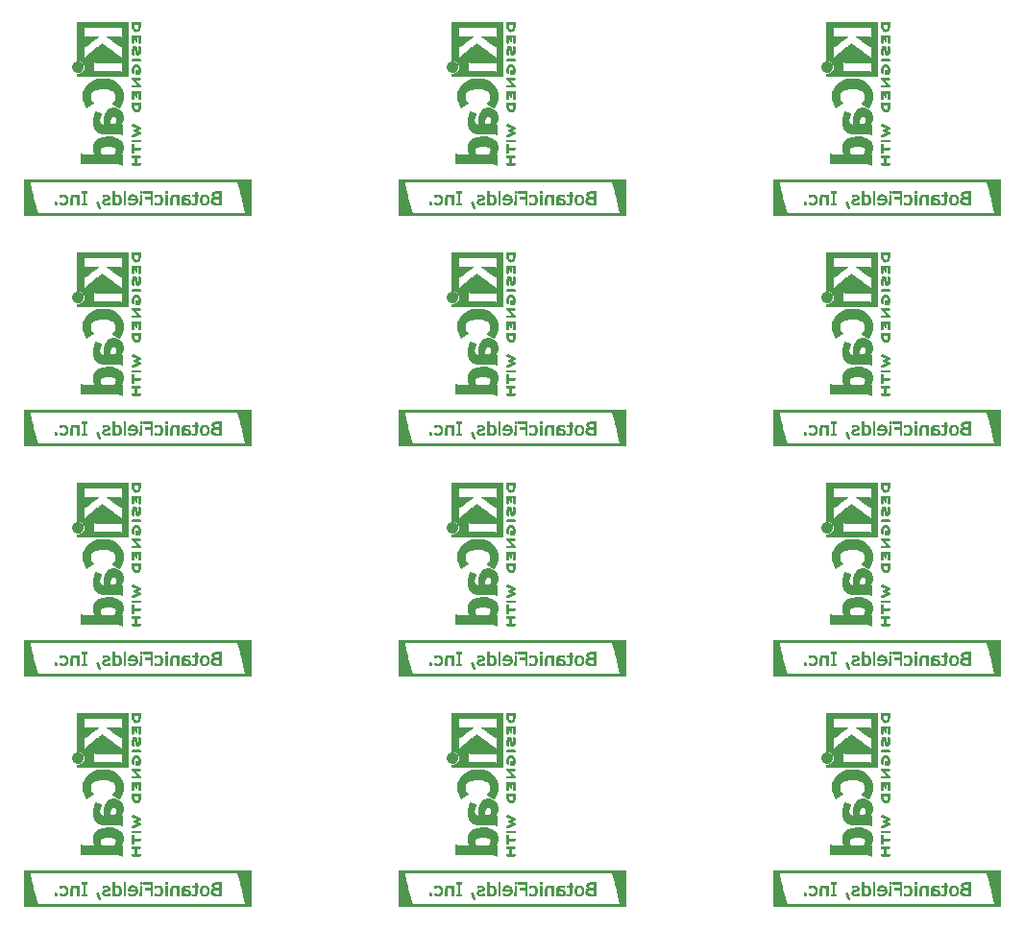
<source format=gbo>
G04 #@! TF.GenerationSoftware,KiCad,Pcbnew,(5.1.5)-3*
G04 #@! TF.CreationDate,2020-05-04T17:21:53+09:00*
G04 #@! TF.ProjectId,bf-002,62662d30-3032-42e6-9b69-6361645f7063,V01L01*
G04 #@! TF.SameCoordinates,Original*
G04 #@! TF.FileFunction,Legend,Bot*
G04 #@! TF.FilePolarity,Positive*
%FSLAX46Y46*%
G04 Gerber Fmt 4.6, Leading zero omitted, Abs format (unit mm)*
G04 Created by KiCad (PCBNEW (5.1.5)-3) date 2020-05-04 17:21:53*
%MOMM*%
%LPD*%
G04 APERTURE LIST*
%ADD10C,0.010000*%
%ADD11R,2.100000X2.100000*%
%ADD12O,2.100000X2.100000*%
%ADD13C,1.800000*%
%ADD14O,1.800000X1.800000*%
%ADD15C,2.600000*%
G04 APERTURE END LIST*
D10*
G36*
X155522571Y-41922957D02*
G01*
X155546809Y-42019232D01*
X155589641Y-42105816D01*
X155649419Y-42180627D01*
X155724494Y-42241582D01*
X155813220Y-42286601D01*
X155909530Y-42312864D01*
X156006795Y-42318714D01*
X156100654Y-42303860D01*
X156188511Y-42270160D01*
X156267770Y-42219472D01*
X156335836Y-42153655D01*
X156390112Y-42074566D01*
X156428002Y-41984066D01*
X156440426Y-41932800D01*
X156447947Y-41888302D01*
X156450919Y-41854001D01*
X156449094Y-41821040D01*
X156442225Y-41780566D01*
X156435250Y-41747469D01*
X156403741Y-41654053D01*
X156352617Y-41570381D01*
X156283429Y-41498335D01*
X156197728Y-41439800D01*
X156170489Y-41425852D01*
X156134122Y-41409414D01*
X156103582Y-41399106D01*
X156071450Y-41393540D01*
X156030307Y-41391331D01*
X155984222Y-41391052D01*
X155899865Y-41395139D01*
X155830586Y-41408554D01*
X155769961Y-41433744D01*
X155711567Y-41473154D01*
X155667302Y-41511702D01*
X155601484Y-41583594D01*
X155556053Y-41658687D01*
X155528850Y-41741438D01*
X155518576Y-41819072D01*
X155522571Y-41922957D01*
G37*
X155522571Y-41922957D02*
X155546809Y-42019232D01*
X155589641Y-42105816D01*
X155649419Y-42180627D01*
X155724494Y-42241582D01*
X155813220Y-42286601D01*
X155909530Y-42312864D01*
X156006795Y-42318714D01*
X156100654Y-42303860D01*
X156188511Y-42270160D01*
X156267770Y-42219472D01*
X156335836Y-42153655D01*
X156390112Y-42074566D01*
X156428002Y-41984066D01*
X156440426Y-41932800D01*
X156447947Y-41888302D01*
X156450919Y-41854001D01*
X156449094Y-41821040D01*
X156442225Y-41780566D01*
X156435250Y-41747469D01*
X156403741Y-41654053D01*
X156352617Y-41570381D01*
X156283429Y-41498335D01*
X156197728Y-41439800D01*
X156170489Y-41425852D01*
X156134122Y-41409414D01*
X156103582Y-41399106D01*
X156071450Y-41393540D01*
X156030307Y-41391331D01*
X155984222Y-41391052D01*
X155899865Y-41395139D01*
X155830586Y-41408554D01*
X155769961Y-41433744D01*
X155711567Y-41473154D01*
X155667302Y-41511702D01*
X155601484Y-41583594D01*
X155556053Y-41658687D01*
X155528850Y-41741438D01*
X155518576Y-41819072D01*
X155522571Y-41922957D01*
G36*
X157968245Y-50382507D02*
G01*
X158202662Y-50382526D01*
X158415603Y-50382552D01*
X158608168Y-50382625D01*
X158781459Y-50382782D01*
X158936576Y-50383064D01*
X159074620Y-50383509D01*
X159196692Y-50384156D01*
X159303894Y-50385045D01*
X159397326Y-50386213D01*
X159478090Y-50387701D01*
X159547286Y-50389546D01*
X159606015Y-50391789D01*
X159655379Y-50394469D01*
X159696478Y-50397623D01*
X159730413Y-50401292D01*
X159758286Y-50405513D01*
X159781198Y-50410327D01*
X159800249Y-50415773D01*
X159816540Y-50421888D01*
X159831173Y-50428712D01*
X159845249Y-50436285D01*
X159859868Y-50444645D01*
X159868974Y-50449839D01*
X159929689Y-50484104D01*
X159929689Y-49625955D01*
X159833733Y-49625955D01*
X159790370Y-49625224D01*
X159757205Y-49623272D01*
X159739424Y-49620463D01*
X159737778Y-49619221D01*
X159744662Y-49607799D01*
X159762505Y-49585084D01*
X159781879Y-49562385D01*
X159822614Y-49507800D01*
X159863617Y-49438321D01*
X159901123Y-49361270D01*
X159931364Y-49283965D01*
X159941012Y-49253113D01*
X159955578Y-49184616D01*
X159965539Y-49101764D01*
X159970583Y-49012371D01*
X159970396Y-48924248D01*
X159964666Y-48845207D01*
X159958858Y-48807511D01*
X159920797Y-48669414D01*
X159863073Y-48542113D01*
X159786211Y-48426292D01*
X159690739Y-48322637D01*
X159577179Y-48231833D01*
X159466381Y-48165031D01*
X159349625Y-48110164D01*
X159230276Y-48068163D01*
X159104283Y-48038167D01*
X158967594Y-48019311D01*
X158816158Y-48010732D01*
X158738711Y-48010006D01*
X158681934Y-48012100D01*
X158681934Y-48841217D01*
X158775002Y-48841424D01*
X158862692Y-48844337D01*
X158939772Y-48850000D01*
X159001009Y-48858455D01*
X159013350Y-48861038D01*
X159120633Y-48892840D01*
X159207658Y-48934498D01*
X159274642Y-48986363D01*
X159321805Y-49048781D01*
X159349365Y-49122100D01*
X159357541Y-49206669D01*
X159346551Y-49302835D01*
X159330829Y-49366311D01*
X159312639Y-49415454D01*
X159286791Y-49469583D01*
X159263089Y-49510244D01*
X159216721Y-49580800D01*
X158066530Y-49580800D01*
X158022962Y-49513392D01*
X157982040Y-49434867D01*
X157955389Y-49350681D01*
X157943465Y-49265557D01*
X157946722Y-49184216D01*
X157965615Y-49111380D01*
X157981184Y-49079426D01*
X158024181Y-49021501D01*
X158080953Y-48972544D01*
X158153575Y-48931390D01*
X158244121Y-48896874D01*
X158354666Y-48867833D01*
X158360533Y-48866552D01*
X158422788Y-48856381D01*
X158500594Y-48848739D01*
X158588720Y-48843670D01*
X158681934Y-48841217D01*
X158681934Y-48012100D01*
X158525895Y-48017857D01*
X158330059Y-48039802D01*
X158151332Y-48075786D01*
X157989845Y-48125759D01*
X157845726Y-48189668D01*
X157719106Y-48267462D01*
X157610115Y-48359089D01*
X157518883Y-48464497D01*
X157487932Y-48509662D01*
X157431785Y-48610611D01*
X157392174Y-48713901D01*
X157368014Y-48823989D01*
X157358219Y-48945330D01*
X157359265Y-49037836D01*
X157370231Y-49167490D01*
X157392046Y-49280084D01*
X157425714Y-49378875D01*
X157472236Y-49467121D01*
X157506448Y-49515986D01*
X157528362Y-49545353D01*
X157543333Y-49567043D01*
X157547733Y-49575253D01*
X157536904Y-49576868D01*
X157506251Y-49578159D01*
X157458526Y-49579138D01*
X157396479Y-49579817D01*
X157322862Y-49580210D01*
X157240427Y-49580330D01*
X157151925Y-49580188D01*
X157060107Y-49579797D01*
X156967724Y-49579171D01*
X156877528Y-49578320D01*
X156792271Y-49577260D01*
X156714703Y-49576001D01*
X156647576Y-49574556D01*
X156593641Y-49572938D01*
X156555650Y-49571161D01*
X156548667Y-49570669D01*
X156478251Y-49563092D01*
X156423102Y-49551531D01*
X156375981Y-49533792D01*
X156329647Y-49507682D01*
X156320067Y-49501415D01*
X156283378Y-49476983D01*
X156283378Y-50382311D01*
X157968245Y-50382507D01*
G37*
X157968245Y-50382507D02*
X158202662Y-50382526D01*
X158415603Y-50382552D01*
X158608168Y-50382625D01*
X158781459Y-50382782D01*
X158936576Y-50383064D01*
X159074620Y-50383509D01*
X159196692Y-50384156D01*
X159303894Y-50385045D01*
X159397326Y-50386213D01*
X159478090Y-50387701D01*
X159547286Y-50389546D01*
X159606015Y-50391789D01*
X159655379Y-50394469D01*
X159696478Y-50397623D01*
X159730413Y-50401292D01*
X159758286Y-50405513D01*
X159781198Y-50410327D01*
X159800249Y-50415773D01*
X159816540Y-50421888D01*
X159831173Y-50428712D01*
X159845249Y-50436285D01*
X159859868Y-50444645D01*
X159868974Y-50449839D01*
X159929689Y-50484104D01*
X159929689Y-49625955D01*
X159833733Y-49625955D01*
X159790370Y-49625224D01*
X159757205Y-49623272D01*
X159739424Y-49620463D01*
X159737778Y-49619221D01*
X159744662Y-49607799D01*
X159762505Y-49585084D01*
X159781879Y-49562385D01*
X159822614Y-49507800D01*
X159863617Y-49438321D01*
X159901123Y-49361270D01*
X159931364Y-49283965D01*
X159941012Y-49253113D01*
X159955578Y-49184616D01*
X159965539Y-49101764D01*
X159970583Y-49012371D01*
X159970396Y-48924248D01*
X159964666Y-48845207D01*
X159958858Y-48807511D01*
X159920797Y-48669414D01*
X159863073Y-48542113D01*
X159786211Y-48426292D01*
X159690739Y-48322637D01*
X159577179Y-48231833D01*
X159466381Y-48165031D01*
X159349625Y-48110164D01*
X159230276Y-48068163D01*
X159104283Y-48038167D01*
X158967594Y-48019311D01*
X158816158Y-48010732D01*
X158738711Y-48010006D01*
X158681934Y-48012100D01*
X158681934Y-48841217D01*
X158775002Y-48841424D01*
X158862692Y-48844337D01*
X158939772Y-48850000D01*
X159001009Y-48858455D01*
X159013350Y-48861038D01*
X159120633Y-48892840D01*
X159207658Y-48934498D01*
X159274642Y-48986363D01*
X159321805Y-49048781D01*
X159349365Y-49122100D01*
X159357541Y-49206669D01*
X159346551Y-49302835D01*
X159330829Y-49366311D01*
X159312639Y-49415454D01*
X159286791Y-49469583D01*
X159263089Y-49510244D01*
X159216721Y-49580800D01*
X158066530Y-49580800D01*
X158022962Y-49513392D01*
X157982040Y-49434867D01*
X157955389Y-49350681D01*
X157943465Y-49265557D01*
X157946722Y-49184216D01*
X157965615Y-49111380D01*
X157981184Y-49079426D01*
X158024181Y-49021501D01*
X158080953Y-48972544D01*
X158153575Y-48931390D01*
X158244121Y-48896874D01*
X158354666Y-48867833D01*
X158360533Y-48866552D01*
X158422788Y-48856381D01*
X158500594Y-48848739D01*
X158588720Y-48843670D01*
X158681934Y-48841217D01*
X158681934Y-48012100D01*
X158525895Y-48017857D01*
X158330059Y-48039802D01*
X158151332Y-48075786D01*
X157989845Y-48125759D01*
X157845726Y-48189668D01*
X157719106Y-48267462D01*
X157610115Y-48359089D01*
X157518883Y-48464497D01*
X157487932Y-48509662D01*
X157431785Y-48610611D01*
X157392174Y-48713901D01*
X157368014Y-48823989D01*
X157358219Y-48945330D01*
X157359265Y-49037836D01*
X157370231Y-49167490D01*
X157392046Y-49280084D01*
X157425714Y-49378875D01*
X157472236Y-49467121D01*
X157506448Y-49515986D01*
X157528362Y-49545353D01*
X157543333Y-49567043D01*
X157547733Y-49575253D01*
X157536904Y-49576868D01*
X157506251Y-49578159D01*
X157458526Y-49579138D01*
X157396479Y-49579817D01*
X157322862Y-49580210D01*
X157240427Y-49580330D01*
X157151925Y-49580188D01*
X157060107Y-49579797D01*
X156967724Y-49579171D01*
X156877528Y-49578320D01*
X156792271Y-49577260D01*
X156714703Y-49576001D01*
X156647576Y-49574556D01*
X156593641Y-49572938D01*
X156555650Y-49571161D01*
X156548667Y-49570669D01*
X156478251Y-49563092D01*
X156423102Y-49551531D01*
X156375981Y-49533792D01*
X156329647Y-49507682D01*
X156320067Y-49501415D01*
X156283378Y-49476983D01*
X156283378Y-50382311D01*
X157968245Y-50382507D01*
G36*
X157362552Y-46869574D02*
G01*
X157382567Y-47021492D01*
X157416202Y-47156756D01*
X157463725Y-47276239D01*
X157525405Y-47380815D01*
X157588965Y-47458424D01*
X157663099Y-47527265D01*
X157742871Y-47581006D01*
X157835091Y-47623910D01*
X157878161Y-47639384D01*
X157917142Y-47652244D01*
X157953289Y-47663446D01*
X157988434Y-47673120D01*
X158024410Y-47681396D01*
X158063050Y-47688403D01*
X158106185Y-47694272D01*
X158155649Y-47699131D01*
X158213273Y-47703110D01*
X158280891Y-47706340D01*
X158360334Y-47708949D01*
X158453436Y-47711067D01*
X158562027Y-47712824D01*
X158687942Y-47714349D01*
X158833012Y-47715772D01*
X158975778Y-47717025D01*
X159131968Y-47718351D01*
X159267239Y-47719556D01*
X159383246Y-47720766D01*
X159481645Y-47722106D01*
X159564093Y-47723700D01*
X159632246Y-47725675D01*
X159687760Y-47728156D01*
X159732292Y-47731269D01*
X159767498Y-47735138D01*
X159795034Y-47739889D01*
X159816556Y-47745648D01*
X159833722Y-47752539D01*
X159848186Y-47760689D01*
X159861606Y-47770223D01*
X159875638Y-47781266D01*
X159881071Y-47785566D01*
X159903910Y-47801386D01*
X159919463Y-47808422D01*
X159919922Y-47808444D01*
X159922121Y-47797567D01*
X159924147Y-47766582D01*
X159925942Y-47717957D01*
X159927451Y-47654163D01*
X159928616Y-47577669D01*
X159929380Y-47490944D01*
X159929686Y-47396457D01*
X159929689Y-47385550D01*
X159929689Y-46962657D01*
X159833622Y-46959395D01*
X159737556Y-46956133D01*
X159788543Y-46894044D01*
X159856057Y-46796714D01*
X159910749Y-46686813D01*
X159940978Y-46600349D01*
X159955666Y-46531278D01*
X159965659Y-46447925D01*
X159970646Y-46358159D01*
X159970313Y-46269845D01*
X159964351Y-46190851D01*
X159958638Y-46154622D01*
X159920776Y-46014603D01*
X159865932Y-45888178D01*
X159794924Y-45776260D01*
X159708568Y-45679762D01*
X159607679Y-45599600D01*
X159493076Y-45536687D01*
X159366984Y-45492312D01*
X159310401Y-45479978D01*
X159248202Y-45472368D01*
X159173363Y-45468739D01*
X159139467Y-45468245D01*
X159136282Y-45468310D01*
X159136282Y-46228248D01*
X159211333Y-46237541D01*
X159275160Y-46265728D01*
X159330798Y-46314197D01*
X159335211Y-46319254D01*
X159370037Y-46367548D01*
X159392620Y-46419257D01*
X159404540Y-46479989D01*
X159407383Y-46555352D01*
X159406978Y-46573459D01*
X159404325Y-46627278D01*
X159398909Y-46667308D01*
X159388745Y-46702324D01*
X159371850Y-46741103D01*
X159366672Y-46751745D01*
X159330844Y-46812396D01*
X159288212Y-46859215D01*
X159272973Y-46871952D01*
X159216462Y-46916622D01*
X159020586Y-46916622D01*
X158941939Y-46916086D01*
X158883988Y-46914396D01*
X158844875Y-46911428D01*
X158822741Y-46907057D01*
X158816274Y-46902972D01*
X158813111Y-46887047D01*
X158810488Y-46853264D01*
X158808655Y-46806340D01*
X158807857Y-46750993D01*
X158807842Y-46742106D01*
X158813096Y-46621330D01*
X158829263Y-46518660D01*
X158856961Y-46432106D01*
X158896808Y-46359681D01*
X158943758Y-46304751D01*
X159001645Y-46260204D01*
X159064693Y-46235480D01*
X159136282Y-46228248D01*
X159136282Y-45468310D01*
X159045712Y-45470178D01*
X158966812Y-45478522D01*
X158895590Y-45494768D01*
X158824864Y-45520405D01*
X158772493Y-45544401D01*
X158677196Y-45603020D01*
X158589170Y-45681117D01*
X158510017Y-45776315D01*
X158441340Y-45886238D01*
X158384741Y-46008510D01*
X158341821Y-46140755D01*
X158326882Y-46205422D01*
X158304777Y-46341604D01*
X158290194Y-46490049D01*
X158283813Y-46641505D01*
X158285445Y-46768064D01*
X158292224Y-46929950D01*
X158233245Y-46922530D01*
X158134092Y-46903238D01*
X158053372Y-46872104D01*
X157990466Y-46828269D01*
X157944756Y-46770871D01*
X157915622Y-46699048D01*
X157902447Y-46611941D01*
X157904611Y-46508686D01*
X157908612Y-46470711D01*
X157933780Y-46329520D01*
X157974814Y-46192707D01*
X158012815Y-46098178D01*
X158032190Y-46053018D01*
X158047760Y-46014585D01*
X158057405Y-45988234D01*
X158059452Y-45980546D01*
X158050374Y-45970802D01*
X158021405Y-45954083D01*
X157972217Y-45930232D01*
X157902484Y-45899093D01*
X157811879Y-45860507D01*
X157796089Y-45853910D01*
X157723772Y-45823853D01*
X157658425Y-45796874D01*
X157602906Y-45774136D01*
X157560072Y-45756806D01*
X157532781Y-45746048D01*
X157523942Y-45742941D01*
X157519187Y-45752940D01*
X157513910Y-45779217D01*
X157510231Y-45807489D01*
X157505474Y-45837646D01*
X157496028Y-45885433D01*
X157482820Y-45946612D01*
X157466776Y-46016946D01*
X157448820Y-46092194D01*
X157441797Y-46120755D01*
X157416209Y-46225816D01*
X157396147Y-46313480D01*
X157380969Y-46388068D01*
X157370035Y-46453903D01*
X157362704Y-46515307D01*
X157358335Y-46576602D01*
X157356287Y-46642110D01*
X157355889Y-46700128D01*
X157362552Y-46869574D01*
G37*
X157362552Y-46869574D02*
X157382567Y-47021492D01*
X157416202Y-47156756D01*
X157463725Y-47276239D01*
X157525405Y-47380815D01*
X157588965Y-47458424D01*
X157663099Y-47527265D01*
X157742871Y-47581006D01*
X157835091Y-47623910D01*
X157878161Y-47639384D01*
X157917142Y-47652244D01*
X157953289Y-47663446D01*
X157988434Y-47673120D01*
X158024410Y-47681396D01*
X158063050Y-47688403D01*
X158106185Y-47694272D01*
X158155649Y-47699131D01*
X158213273Y-47703110D01*
X158280891Y-47706340D01*
X158360334Y-47708949D01*
X158453436Y-47711067D01*
X158562027Y-47712824D01*
X158687942Y-47714349D01*
X158833012Y-47715772D01*
X158975778Y-47717025D01*
X159131968Y-47718351D01*
X159267239Y-47719556D01*
X159383246Y-47720766D01*
X159481645Y-47722106D01*
X159564093Y-47723700D01*
X159632246Y-47725675D01*
X159687760Y-47728156D01*
X159732292Y-47731269D01*
X159767498Y-47735138D01*
X159795034Y-47739889D01*
X159816556Y-47745648D01*
X159833722Y-47752539D01*
X159848186Y-47760689D01*
X159861606Y-47770223D01*
X159875638Y-47781266D01*
X159881071Y-47785566D01*
X159903910Y-47801386D01*
X159919463Y-47808422D01*
X159919922Y-47808444D01*
X159922121Y-47797567D01*
X159924147Y-47766582D01*
X159925942Y-47717957D01*
X159927451Y-47654163D01*
X159928616Y-47577669D01*
X159929380Y-47490944D01*
X159929686Y-47396457D01*
X159929689Y-47385550D01*
X159929689Y-46962657D01*
X159833622Y-46959395D01*
X159737556Y-46956133D01*
X159788543Y-46894044D01*
X159856057Y-46796714D01*
X159910749Y-46686813D01*
X159940978Y-46600349D01*
X159955666Y-46531278D01*
X159965659Y-46447925D01*
X159970646Y-46358159D01*
X159970313Y-46269845D01*
X159964351Y-46190851D01*
X159958638Y-46154622D01*
X159920776Y-46014603D01*
X159865932Y-45888178D01*
X159794924Y-45776260D01*
X159708568Y-45679762D01*
X159607679Y-45599600D01*
X159493076Y-45536687D01*
X159366984Y-45492312D01*
X159310401Y-45479978D01*
X159248202Y-45472368D01*
X159173363Y-45468739D01*
X159139467Y-45468245D01*
X159136282Y-45468310D01*
X159136282Y-46228248D01*
X159211333Y-46237541D01*
X159275160Y-46265728D01*
X159330798Y-46314197D01*
X159335211Y-46319254D01*
X159370037Y-46367548D01*
X159392620Y-46419257D01*
X159404540Y-46479989D01*
X159407383Y-46555352D01*
X159406978Y-46573459D01*
X159404325Y-46627278D01*
X159398909Y-46667308D01*
X159388745Y-46702324D01*
X159371850Y-46741103D01*
X159366672Y-46751745D01*
X159330844Y-46812396D01*
X159288212Y-46859215D01*
X159272973Y-46871952D01*
X159216462Y-46916622D01*
X159020586Y-46916622D01*
X158941939Y-46916086D01*
X158883988Y-46914396D01*
X158844875Y-46911428D01*
X158822741Y-46907057D01*
X158816274Y-46902972D01*
X158813111Y-46887047D01*
X158810488Y-46853264D01*
X158808655Y-46806340D01*
X158807857Y-46750993D01*
X158807842Y-46742106D01*
X158813096Y-46621330D01*
X158829263Y-46518660D01*
X158856961Y-46432106D01*
X158896808Y-46359681D01*
X158943758Y-46304751D01*
X159001645Y-46260204D01*
X159064693Y-46235480D01*
X159136282Y-46228248D01*
X159136282Y-45468310D01*
X159045712Y-45470178D01*
X158966812Y-45478522D01*
X158895590Y-45494768D01*
X158824864Y-45520405D01*
X158772493Y-45544401D01*
X158677196Y-45603020D01*
X158589170Y-45681117D01*
X158510017Y-45776315D01*
X158441340Y-45886238D01*
X158384741Y-46008510D01*
X158341821Y-46140755D01*
X158326882Y-46205422D01*
X158304777Y-46341604D01*
X158290194Y-46490049D01*
X158283813Y-46641505D01*
X158285445Y-46768064D01*
X158292224Y-46929950D01*
X158233245Y-46922530D01*
X158134092Y-46903238D01*
X158053372Y-46872104D01*
X157990466Y-46828269D01*
X157944756Y-46770871D01*
X157915622Y-46699048D01*
X157902447Y-46611941D01*
X157904611Y-46508686D01*
X157908612Y-46470711D01*
X157933780Y-46329520D01*
X157974814Y-46192707D01*
X158012815Y-46098178D01*
X158032190Y-46053018D01*
X158047760Y-46014585D01*
X158057405Y-45988234D01*
X158059452Y-45980546D01*
X158050374Y-45970802D01*
X158021405Y-45954083D01*
X157972217Y-45930232D01*
X157902484Y-45899093D01*
X157811879Y-45860507D01*
X157796089Y-45853910D01*
X157723772Y-45823853D01*
X157658425Y-45796874D01*
X157602906Y-45774136D01*
X157560072Y-45756806D01*
X157532781Y-45746048D01*
X157523942Y-45742941D01*
X157519187Y-45752940D01*
X157513910Y-45779217D01*
X157510231Y-45807489D01*
X157505474Y-45837646D01*
X157496028Y-45885433D01*
X157482820Y-45946612D01*
X157466776Y-46016946D01*
X157448820Y-46092194D01*
X157441797Y-46120755D01*
X157416209Y-46225816D01*
X157396147Y-46313480D01*
X157380969Y-46388068D01*
X157370035Y-46453903D01*
X157362704Y-46515307D01*
X157358335Y-46576602D01*
X157356287Y-46642110D01*
X157355889Y-46700128D01*
X157362552Y-46869574D01*
G36*
X156445071Y-44524429D02*
G01*
X156466245Y-44684570D01*
X156506385Y-44848510D01*
X156565889Y-45018313D01*
X156645154Y-45196043D01*
X156650699Y-45207310D01*
X156678725Y-45265005D01*
X156702802Y-45316552D01*
X156721249Y-45358191D01*
X156732386Y-45386162D01*
X156734933Y-45395733D01*
X156739941Y-45414950D01*
X156744147Y-45419561D01*
X156754580Y-45414458D01*
X156780868Y-45398418D01*
X156820257Y-45373288D01*
X156869991Y-45340914D01*
X156927315Y-45303143D01*
X156989476Y-45261822D01*
X157053718Y-45218798D01*
X157117285Y-45175917D01*
X157177425Y-45135026D01*
X157231380Y-45097971D01*
X157276397Y-45066600D01*
X157309721Y-45042759D01*
X157328597Y-45028294D01*
X157330787Y-45026309D01*
X157326138Y-45016191D01*
X157308962Y-44993850D01*
X157282440Y-44963280D01*
X157267964Y-44947536D01*
X157192682Y-44851047D01*
X157137241Y-44744336D01*
X157102141Y-44628832D01*
X157087880Y-44505962D01*
X157089051Y-44436561D01*
X157106212Y-44315423D01*
X157142094Y-44206205D01*
X157196959Y-44108582D01*
X157271070Y-44022228D01*
X157364688Y-43946815D01*
X157478076Y-43882018D01*
X157564667Y-43844601D01*
X157700366Y-43800748D01*
X157847850Y-43768428D01*
X158003314Y-43747557D01*
X158162956Y-43738051D01*
X158322973Y-43739827D01*
X158479561Y-43752803D01*
X158628918Y-43776894D01*
X158767240Y-43812018D01*
X158890724Y-43858092D01*
X158924978Y-43874373D01*
X159039064Y-43942620D01*
X159135557Y-44023079D01*
X159213670Y-44114570D01*
X159272617Y-44215911D01*
X159311612Y-44325920D01*
X159329868Y-44443415D01*
X159331211Y-44484883D01*
X159320290Y-44606441D01*
X159287474Y-44726878D01*
X159233439Y-44844666D01*
X159158865Y-44958277D01*
X159080539Y-45049685D01*
X159036008Y-45096215D01*
X159333271Y-45277483D01*
X159407433Y-45322580D01*
X159475646Y-45363819D01*
X159535459Y-45399735D01*
X159584420Y-45428866D01*
X159620079Y-45449750D01*
X159639984Y-45460924D01*
X159643079Y-45462375D01*
X159652718Y-45454146D01*
X159669999Y-45428567D01*
X159693283Y-45388873D01*
X159720934Y-45338297D01*
X159751315Y-45280074D01*
X159782790Y-45217437D01*
X159813722Y-45153621D01*
X159842473Y-45091860D01*
X159867408Y-45035388D01*
X159886889Y-44987438D01*
X159895318Y-44963986D01*
X159933133Y-44830221D01*
X159958136Y-44692327D01*
X159971140Y-44544622D01*
X159973468Y-44417833D01*
X159972373Y-44349878D01*
X159970275Y-44284277D01*
X159967434Y-44226847D01*
X159964106Y-44183403D01*
X159962422Y-44169298D01*
X159933587Y-44030284D01*
X159888468Y-43888757D01*
X159829750Y-43751275D01*
X159760120Y-43624394D01*
X159707441Y-43546889D01*
X159599239Y-43419481D01*
X159472671Y-43301178D01*
X159330866Y-43194172D01*
X159176951Y-43100652D01*
X159014053Y-43022810D01*
X158896756Y-42978956D01*
X158713128Y-42928708D01*
X158518581Y-42895209D01*
X158317325Y-42878449D01*
X158113568Y-42878416D01*
X157911521Y-42895101D01*
X157715392Y-42928493D01*
X157529391Y-42978580D01*
X157517803Y-42982397D01*
X157355750Y-43045281D01*
X157207832Y-43122028D01*
X157069865Y-43215242D01*
X156937661Y-43327527D01*
X156892399Y-43371392D01*
X156768457Y-43507534D01*
X156665915Y-43647491D01*
X156583656Y-43793411D01*
X156520564Y-43947442D01*
X156475523Y-44111732D01*
X156458033Y-44207289D01*
X156442466Y-44366023D01*
X156445071Y-44524429D01*
G37*
X156445071Y-44524429D02*
X156466245Y-44684570D01*
X156506385Y-44848510D01*
X156565889Y-45018313D01*
X156645154Y-45196043D01*
X156650699Y-45207310D01*
X156678725Y-45265005D01*
X156702802Y-45316552D01*
X156721249Y-45358191D01*
X156732386Y-45386162D01*
X156734933Y-45395733D01*
X156739941Y-45414950D01*
X156744147Y-45419561D01*
X156754580Y-45414458D01*
X156780868Y-45398418D01*
X156820257Y-45373288D01*
X156869991Y-45340914D01*
X156927315Y-45303143D01*
X156989476Y-45261822D01*
X157053718Y-45218798D01*
X157117285Y-45175917D01*
X157177425Y-45135026D01*
X157231380Y-45097971D01*
X157276397Y-45066600D01*
X157309721Y-45042759D01*
X157328597Y-45028294D01*
X157330787Y-45026309D01*
X157326138Y-45016191D01*
X157308962Y-44993850D01*
X157282440Y-44963280D01*
X157267964Y-44947536D01*
X157192682Y-44851047D01*
X157137241Y-44744336D01*
X157102141Y-44628832D01*
X157087880Y-44505962D01*
X157089051Y-44436561D01*
X157106212Y-44315423D01*
X157142094Y-44206205D01*
X157196959Y-44108582D01*
X157271070Y-44022228D01*
X157364688Y-43946815D01*
X157478076Y-43882018D01*
X157564667Y-43844601D01*
X157700366Y-43800748D01*
X157847850Y-43768428D01*
X158003314Y-43747557D01*
X158162956Y-43738051D01*
X158322973Y-43739827D01*
X158479561Y-43752803D01*
X158628918Y-43776894D01*
X158767240Y-43812018D01*
X158890724Y-43858092D01*
X158924978Y-43874373D01*
X159039064Y-43942620D01*
X159135557Y-44023079D01*
X159213670Y-44114570D01*
X159272617Y-44215911D01*
X159311612Y-44325920D01*
X159329868Y-44443415D01*
X159331211Y-44484883D01*
X159320290Y-44606441D01*
X159287474Y-44726878D01*
X159233439Y-44844666D01*
X159158865Y-44958277D01*
X159080539Y-45049685D01*
X159036008Y-45096215D01*
X159333271Y-45277483D01*
X159407433Y-45322580D01*
X159475646Y-45363819D01*
X159535459Y-45399735D01*
X159584420Y-45428866D01*
X159620079Y-45449750D01*
X159639984Y-45460924D01*
X159643079Y-45462375D01*
X159652718Y-45454146D01*
X159669999Y-45428567D01*
X159693283Y-45388873D01*
X159720934Y-45338297D01*
X159751315Y-45280074D01*
X159782790Y-45217437D01*
X159813722Y-45153621D01*
X159842473Y-45091860D01*
X159867408Y-45035388D01*
X159886889Y-44987438D01*
X159895318Y-44963986D01*
X159933133Y-44830221D01*
X159958136Y-44692327D01*
X159971140Y-44544622D01*
X159973468Y-44417833D01*
X159972373Y-44349878D01*
X159970275Y-44284277D01*
X159967434Y-44226847D01*
X159964106Y-44183403D01*
X159962422Y-44169298D01*
X159933587Y-44030284D01*
X159888468Y-43888757D01*
X159829750Y-43751275D01*
X159760120Y-43624394D01*
X159707441Y-43546889D01*
X159599239Y-43419481D01*
X159472671Y-43301178D01*
X159330866Y-43194172D01*
X159176951Y-43100652D01*
X159014053Y-43022810D01*
X158896756Y-42978956D01*
X158713128Y-42928708D01*
X158518581Y-42895209D01*
X158317325Y-42878449D01*
X158113568Y-42878416D01*
X157911521Y-42895101D01*
X157715392Y-42928493D01*
X157529391Y-42978580D01*
X157517803Y-42982397D01*
X157355750Y-43045281D01*
X157207832Y-43122028D01*
X157069865Y-43215242D01*
X156937661Y-43327527D01*
X156892399Y-43371392D01*
X156768457Y-43507534D01*
X156665915Y-43647491D01*
X156583656Y-43793411D01*
X156520564Y-43947442D01*
X156475523Y-44111732D01*
X156458033Y-44207289D01*
X156442466Y-44366023D01*
X156445071Y-44524429D01*
G36*
X155985054Y-41249600D02*
G01*
X156098993Y-41260465D01*
X156206616Y-41292082D01*
X156305615Y-41342985D01*
X156393684Y-41411707D01*
X156468516Y-41496781D01*
X156526384Y-41593768D01*
X156566005Y-41700036D01*
X156584573Y-41807050D01*
X156583434Y-41912700D01*
X156563930Y-42014875D01*
X156527406Y-42111466D01*
X156475205Y-42200362D01*
X156408673Y-42279454D01*
X156329152Y-42346631D01*
X156237987Y-42399783D01*
X156136523Y-42436801D01*
X156026102Y-42455573D01*
X155976206Y-42457511D01*
X155888267Y-42457511D01*
X155888267Y-42509440D01*
X155891111Y-42545747D01*
X155902911Y-42572645D01*
X155926649Y-42599751D01*
X155965031Y-42638133D01*
X158156602Y-42638133D01*
X158418739Y-42638124D01*
X158659241Y-42638092D01*
X158879048Y-42638028D01*
X159079101Y-42637924D01*
X159260344Y-42637773D01*
X159423716Y-42637566D01*
X159570160Y-42637294D01*
X159700617Y-42636950D01*
X159816029Y-42636526D01*
X159917338Y-42636013D01*
X160005484Y-42635403D01*
X160081410Y-42634688D01*
X160146057Y-42633860D01*
X160200367Y-42632911D01*
X160245280Y-42631833D01*
X160281740Y-42630617D01*
X160310687Y-42629255D01*
X160333063Y-42627739D01*
X160349809Y-42626062D01*
X160361868Y-42624214D01*
X160370180Y-42622187D01*
X160375687Y-42619975D01*
X160377537Y-42618892D01*
X160384549Y-42614729D01*
X160390996Y-42611195D01*
X160396900Y-42607365D01*
X160402286Y-42602318D01*
X160407178Y-42595129D01*
X160411598Y-42584877D01*
X160415572Y-42570636D01*
X160419121Y-42551486D01*
X160422270Y-42526501D01*
X160425042Y-42494760D01*
X160427461Y-42455338D01*
X160429551Y-42407314D01*
X160431335Y-42349763D01*
X160432837Y-42281763D01*
X160434080Y-42202390D01*
X160435089Y-42110721D01*
X160435885Y-42005834D01*
X160436494Y-41886804D01*
X160436939Y-41752710D01*
X160437243Y-41602627D01*
X160437430Y-41435633D01*
X160437524Y-41250804D01*
X160437548Y-41047217D01*
X160437525Y-40823950D01*
X160437480Y-40580078D01*
X160437437Y-40314679D01*
X160437432Y-40276296D01*
X160437389Y-40009318D01*
X160437318Y-39763998D01*
X160437213Y-39539417D01*
X160437066Y-39334655D01*
X160436869Y-39148794D01*
X160436616Y-38980912D01*
X160436300Y-38830092D01*
X160435913Y-38695413D01*
X160435447Y-38575956D01*
X160434897Y-38470801D01*
X160434253Y-38379029D01*
X160433511Y-38299721D01*
X160432661Y-38231957D01*
X160431697Y-38174818D01*
X160430611Y-38127383D01*
X160429397Y-38088734D01*
X160428047Y-38057951D01*
X160426555Y-38034115D01*
X160424911Y-38016306D01*
X160423111Y-38003605D01*
X160421145Y-37995092D01*
X160419477Y-37990734D01*
X160415906Y-37982272D01*
X160413270Y-37974503D01*
X160410634Y-37967398D01*
X160407062Y-37960927D01*
X160401621Y-37955061D01*
X160393375Y-37949771D01*
X160381390Y-37945026D01*
X160364731Y-37940798D01*
X160342463Y-37937057D01*
X160313652Y-37933773D01*
X160277363Y-37930917D01*
X160232661Y-37928460D01*
X160178611Y-37926371D01*
X160114279Y-37924622D01*
X160038730Y-37923183D01*
X159951030Y-37922024D01*
X159850243Y-37921117D01*
X159735434Y-37920431D01*
X159605670Y-37919937D01*
X159460015Y-37919605D01*
X159297535Y-37919407D01*
X159117295Y-37919313D01*
X158918360Y-37919292D01*
X158699796Y-37919315D01*
X158460668Y-37919354D01*
X158200040Y-37919378D01*
X158157889Y-37919378D01*
X157894992Y-37919364D01*
X157653732Y-37919339D01*
X157433165Y-37919329D01*
X157232352Y-37919358D01*
X157050349Y-37919452D01*
X156886216Y-37919638D01*
X156739011Y-37919941D01*
X156607792Y-37920386D01*
X156497867Y-37920966D01*
X156497867Y-38223803D01*
X156555711Y-38263593D01*
X156571479Y-38274764D01*
X156585441Y-38284834D01*
X156598784Y-38293862D01*
X156612693Y-38301903D01*
X156628356Y-38309014D01*
X156646958Y-38315253D01*
X156669686Y-38320675D01*
X156697727Y-38325338D01*
X156732267Y-38329299D01*
X156774492Y-38332615D01*
X156825589Y-38335341D01*
X156886744Y-38337536D01*
X156959144Y-38339255D01*
X157043975Y-38340556D01*
X157142422Y-38341495D01*
X157255674Y-38342130D01*
X157384916Y-38342516D01*
X157531334Y-38342712D01*
X157696116Y-38342773D01*
X157880447Y-38342757D01*
X158085513Y-38342720D01*
X158208133Y-38342711D01*
X158425082Y-38342735D01*
X158620642Y-38342769D01*
X158795999Y-38342757D01*
X158952341Y-38342642D01*
X159090857Y-38342370D01*
X159212734Y-38341882D01*
X159319160Y-38341124D01*
X159411322Y-38340038D01*
X159490409Y-38338569D01*
X159557608Y-38336660D01*
X159614107Y-38334256D01*
X159661093Y-38331299D01*
X159699755Y-38327734D01*
X159731280Y-38323505D01*
X159756855Y-38318554D01*
X159777670Y-38312827D01*
X159794911Y-38306267D01*
X159809765Y-38298817D01*
X159823422Y-38290421D01*
X159837069Y-38281024D01*
X159851893Y-38270568D01*
X159860783Y-38264477D01*
X159918400Y-38225704D01*
X159918400Y-38757268D01*
X159918365Y-38880517D01*
X159918215Y-38983013D01*
X159917878Y-39066580D01*
X159917286Y-39133044D01*
X159916367Y-39184229D01*
X159915051Y-39221959D01*
X159913269Y-39248060D01*
X159910951Y-39264356D01*
X159908026Y-39272672D01*
X159904424Y-39274832D01*
X159900075Y-39272661D01*
X159898645Y-39271465D01*
X159861573Y-39246315D01*
X159808772Y-39220417D01*
X159746770Y-39196808D01*
X159720357Y-39188539D01*
X159702416Y-39183922D01*
X159681355Y-39180021D01*
X159655089Y-39176752D01*
X159621532Y-39174034D01*
X159578599Y-39171785D01*
X159524204Y-39169923D01*
X159456262Y-39168364D01*
X159372688Y-39167028D01*
X159271395Y-39165831D01*
X159150300Y-39164692D01*
X159105600Y-39164315D01*
X158980449Y-39163298D01*
X158876082Y-39162540D01*
X158790707Y-39162097D01*
X158722533Y-39162030D01*
X158669765Y-39162395D01*
X158630614Y-39163252D01*
X158603285Y-39164659D01*
X158585986Y-39166675D01*
X158576926Y-39169357D01*
X158574312Y-39172764D01*
X158576351Y-39176956D01*
X158580667Y-39181429D01*
X158593602Y-39191784D01*
X158622676Y-39213842D01*
X158665759Y-39246043D01*
X158720718Y-39286826D01*
X158785423Y-39334630D01*
X158857742Y-39387895D01*
X158935544Y-39445060D01*
X159016698Y-39504563D01*
X159099072Y-39564845D01*
X159180536Y-39624345D01*
X159258957Y-39681502D01*
X159332204Y-39734755D01*
X159398147Y-39782543D01*
X159454654Y-39823307D01*
X159499593Y-39855484D01*
X159530834Y-39877515D01*
X159537466Y-39882083D01*
X159574369Y-39905004D01*
X159622359Y-39931812D01*
X159671897Y-39957211D01*
X159678577Y-39960432D01*
X159726772Y-39982110D01*
X159764334Y-39994696D01*
X159800160Y-40000426D01*
X159842200Y-40001544D01*
X159918400Y-40000910D01*
X159918400Y-41155349D01*
X159824669Y-41064185D01*
X159774775Y-41017388D01*
X159718295Y-40967101D01*
X159664026Y-40921056D01*
X159638673Y-40900631D01*
X159599128Y-40870193D01*
X159545916Y-40830138D01*
X159480667Y-40781639D01*
X159405011Y-40725865D01*
X159320577Y-40663989D01*
X159228994Y-40597181D01*
X159131892Y-40526613D01*
X159030901Y-40453455D01*
X158927650Y-40378879D01*
X158823768Y-40304056D01*
X158720885Y-40230157D01*
X158620631Y-40158354D01*
X158524636Y-40089816D01*
X158434527Y-40025716D01*
X158351936Y-39967225D01*
X158278492Y-39915514D01*
X158215824Y-39871753D01*
X158165561Y-39837115D01*
X158129334Y-39812770D01*
X158108771Y-39799889D01*
X158104668Y-39798131D01*
X158093342Y-39806090D01*
X158066162Y-39826885D01*
X158024829Y-39859153D01*
X157971044Y-39901530D01*
X157906506Y-39952653D01*
X157832918Y-40011159D01*
X157751978Y-40075686D01*
X157665388Y-40144869D01*
X157574848Y-40217347D01*
X157482060Y-40291754D01*
X157407702Y-40351483D01*
X157407702Y-41362489D01*
X157420659Y-41368398D01*
X157442908Y-41382728D01*
X157444391Y-41383775D01*
X157474544Y-41402562D01*
X157511375Y-41422209D01*
X157519511Y-41426108D01*
X157527940Y-41429644D01*
X157538059Y-41432770D01*
X157551260Y-41435514D01*
X157568938Y-41437908D01*
X157592484Y-41439981D01*
X157623293Y-41441765D01*
X157662757Y-41443288D01*
X157712269Y-41444581D01*
X157773223Y-41445674D01*
X157847011Y-41446597D01*
X157935028Y-41447381D01*
X158038665Y-41448055D01*
X158159316Y-41448650D01*
X158298374Y-41449195D01*
X158457232Y-41449721D01*
X158636089Y-41450255D01*
X158821207Y-41450794D01*
X158985145Y-41451228D01*
X159129303Y-41451491D01*
X159255079Y-41451516D01*
X159363871Y-41451235D01*
X159457077Y-41450581D01*
X159536097Y-41449486D01*
X159602328Y-41447882D01*
X159657170Y-41445703D01*
X159702021Y-41442881D01*
X159738278Y-41439349D01*
X159767341Y-41435039D01*
X159790609Y-41429883D01*
X159809479Y-41423815D01*
X159825351Y-41416767D01*
X159839622Y-41408671D01*
X159853691Y-41399460D01*
X159866158Y-41390960D01*
X159892452Y-41373824D01*
X159910037Y-41363678D01*
X159913257Y-41362489D01*
X159914334Y-41373396D01*
X159915335Y-41404589D01*
X159916235Y-41453777D01*
X159917010Y-41518667D01*
X159917637Y-41596970D01*
X159918091Y-41686393D01*
X159918349Y-41784644D01*
X159918400Y-41853555D01*
X159918180Y-41958548D01*
X159917548Y-42055390D01*
X159916549Y-42141893D01*
X159915227Y-42215868D01*
X159913626Y-42275126D01*
X159911791Y-42317480D01*
X159909765Y-42340740D01*
X159908493Y-42344622D01*
X159893591Y-42336924D01*
X159885560Y-42328926D01*
X159868434Y-42315754D01*
X159838183Y-42298515D01*
X159813622Y-42286593D01*
X159754711Y-42259955D01*
X158577845Y-42256880D01*
X157400978Y-42253805D01*
X157400978Y-41808147D01*
X157401142Y-41710330D01*
X157401611Y-41619936D01*
X157402347Y-41539370D01*
X157403316Y-41471038D01*
X157404480Y-41417344D01*
X157405803Y-41380695D01*
X157407249Y-41363496D01*
X157407702Y-41362489D01*
X157407702Y-40351483D01*
X157388722Y-40366730D01*
X157296537Y-40440910D01*
X157207204Y-40512931D01*
X157122424Y-40581431D01*
X157043898Y-40645045D01*
X156973326Y-40702412D01*
X156912409Y-40752167D01*
X156862847Y-40792948D01*
X156842178Y-40810112D01*
X156741516Y-40896404D01*
X156658259Y-40973003D01*
X156590438Y-41041817D01*
X156536089Y-41104752D01*
X156528722Y-41114133D01*
X156498117Y-41153644D01*
X156497867Y-40021884D01*
X156545844Y-40027173D01*
X156603188Y-40023870D01*
X156671463Y-40002339D01*
X156751212Y-39962365D01*
X156823495Y-39917057D01*
X156846140Y-39900839D01*
X156883696Y-39872786D01*
X156934021Y-39834570D01*
X156994973Y-39787863D01*
X157064411Y-39734339D01*
X157140194Y-39675669D01*
X157220180Y-39613525D01*
X157302228Y-39549579D01*
X157384196Y-39485505D01*
X157463943Y-39422973D01*
X157539327Y-39363657D01*
X157608207Y-39309229D01*
X157668442Y-39261361D01*
X157717889Y-39221725D01*
X157754408Y-39191994D01*
X157775858Y-39173839D01*
X157779156Y-39170780D01*
X157771149Y-39167921D01*
X157740855Y-39165707D01*
X157688556Y-39164143D01*
X157614531Y-39163233D01*
X157519063Y-39162980D01*
X157402434Y-39163387D01*
X157282445Y-39164296D01*
X157150333Y-39165618D01*
X157038594Y-39167143D01*
X156945025Y-39169119D01*
X156867419Y-39171794D01*
X156803574Y-39175418D01*
X156751283Y-39180239D01*
X156708344Y-39186506D01*
X156672551Y-39194468D01*
X156641700Y-39204373D01*
X156613586Y-39216469D01*
X156586005Y-39231007D01*
X156560966Y-39245689D01*
X156497867Y-39283686D01*
X156497867Y-38223803D01*
X156497867Y-37920966D01*
X156491617Y-37920999D01*
X156389544Y-37921805D01*
X156300633Y-37922830D01*
X156223941Y-37924100D01*
X156158527Y-37925640D01*
X156103449Y-37927476D01*
X156057765Y-37929633D01*
X156020534Y-37932137D01*
X155990813Y-37935013D01*
X155967662Y-37938287D01*
X155950139Y-37941985D01*
X155937301Y-37946131D01*
X155928208Y-37950753D01*
X155921918Y-37955874D01*
X155917488Y-37961522D01*
X155913978Y-37967721D01*
X155910445Y-37974496D01*
X155906876Y-37980492D01*
X155904300Y-37985725D01*
X155901972Y-37993901D01*
X155899878Y-38006114D01*
X155898007Y-38023459D01*
X155896347Y-38047031D01*
X155894884Y-38077923D01*
X155893608Y-38117232D01*
X155892504Y-38166050D01*
X155891561Y-38225473D01*
X155890767Y-38296596D01*
X155890109Y-38380512D01*
X155889575Y-38478317D01*
X155889153Y-38591106D01*
X155888829Y-38719971D01*
X155888592Y-38866009D01*
X155888430Y-39030314D01*
X155888330Y-39213980D01*
X155888280Y-39418103D01*
X155888267Y-39629247D01*
X155888267Y-41249600D01*
X155985054Y-41249600D01*
G37*
X155985054Y-41249600D02*
X156098993Y-41260465D01*
X156206616Y-41292082D01*
X156305615Y-41342985D01*
X156393684Y-41411707D01*
X156468516Y-41496781D01*
X156526384Y-41593768D01*
X156566005Y-41700036D01*
X156584573Y-41807050D01*
X156583434Y-41912700D01*
X156563930Y-42014875D01*
X156527406Y-42111466D01*
X156475205Y-42200362D01*
X156408673Y-42279454D01*
X156329152Y-42346631D01*
X156237987Y-42399783D01*
X156136523Y-42436801D01*
X156026102Y-42455573D01*
X155976206Y-42457511D01*
X155888267Y-42457511D01*
X155888267Y-42509440D01*
X155891111Y-42545747D01*
X155902911Y-42572645D01*
X155926649Y-42599751D01*
X155965031Y-42638133D01*
X158156602Y-42638133D01*
X158418739Y-42638124D01*
X158659241Y-42638092D01*
X158879048Y-42638028D01*
X159079101Y-42637924D01*
X159260344Y-42637773D01*
X159423716Y-42637566D01*
X159570160Y-42637294D01*
X159700617Y-42636950D01*
X159816029Y-42636526D01*
X159917338Y-42636013D01*
X160005484Y-42635403D01*
X160081410Y-42634688D01*
X160146057Y-42633860D01*
X160200367Y-42632911D01*
X160245280Y-42631833D01*
X160281740Y-42630617D01*
X160310687Y-42629255D01*
X160333063Y-42627739D01*
X160349809Y-42626062D01*
X160361868Y-42624214D01*
X160370180Y-42622187D01*
X160375687Y-42619975D01*
X160377537Y-42618892D01*
X160384549Y-42614729D01*
X160390996Y-42611195D01*
X160396900Y-42607365D01*
X160402286Y-42602318D01*
X160407178Y-42595129D01*
X160411598Y-42584877D01*
X160415572Y-42570636D01*
X160419121Y-42551486D01*
X160422270Y-42526501D01*
X160425042Y-42494760D01*
X160427461Y-42455338D01*
X160429551Y-42407314D01*
X160431335Y-42349763D01*
X160432837Y-42281763D01*
X160434080Y-42202390D01*
X160435089Y-42110721D01*
X160435885Y-42005834D01*
X160436494Y-41886804D01*
X160436939Y-41752710D01*
X160437243Y-41602627D01*
X160437430Y-41435633D01*
X160437524Y-41250804D01*
X160437548Y-41047217D01*
X160437525Y-40823950D01*
X160437480Y-40580078D01*
X160437437Y-40314679D01*
X160437432Y-40276296D01*
X160437389Y-40009318D01*
X160437318Y-39763998D01*
X160437213Y-39539417D01*
X160437066Y-39334655D01*
X160436869Y-39148794D01*
X160436616Y-38980912D01*
X160436300Y-38830092D01*
X160435913Y-38695413D01*
X160435447Y-38575956D01*
X160434897Y-38470801D01*
X160434253Y-38379029D01*
X160433511Y-38299721D01*
X160432661Y-38231957D01*
X160431697Y-38174818D01*
X160430611Y-38127383D01*
X160429397Y-38088734D01*
X160428047Y-38057951D01*
X160426555Y-38034115D01*
X160424911Y-38016306D01*
X160423111Y-38003605D01*
X160421145Y-37995092D01*
X160419477Y-37990734D01*
X160415906Y-37982272D01*
X160413270Y-37974503D01*
X160410634Y-37967398D01*
X160407062Y-37960927D01*
X160401621Y-37955061D01*
X160393375Y-37949771D01*
X160381390Y-37945026D01*
X160364731Y-37940798D01*
X160342463Y-37937057D01*
X160313652Y-37933773D01*
X160277363Y-37930917D01*
X160232661Y-37928460D01*
X160178611Y-37926371D01*
X160114279Y-37924622D01*
X160038730Y-37923183D01*
X159951030Y-37922024D01*
X159850243Y-37921117D01*
X159735434Y-37920431D01*
X159605670Y-37919937D01*
X159460015Y-37919605D01*
X159297535Y-37919407D01*
X159117295Y-37919313D01*
X158918360Y-37919292D01*
X158699796Y-37919315D01*
X158460668Y-37919354D01*
X158200040Y-37919378D01*
X158157889Y-37919378D01*
X157894992Y-37919364D01*
X157653732Y-37919339D01*
X157433165Y-37919329D01*
X157232352Y-37919358D01*
X157050349Y-37919452D01*
X156886216Y-37919638D01*
X156739011Y-37919941D01*
X156607792Y-37920386D01*
X156497867Y-37920966D01*
X156497867Y-38223803D01*
X156555711Y-38263593D01*
X156571479Y-38274764D01*
X156585441Y-38284834D01*
X156598784Y-38293862D01*
X156612693Y-38301903D01*
X156628356Y-38309014D01*
X156646958Y-38315253D01*
X156669686Y-38320675D01*
X156697727Y-38325338D01*
X156732267Y-38329299D01*
X156774492Y-38332615D01*
X156825589Y-38335341D01*
X156886744Y-38337536D01*
X156959144Y-38339255D01*
X157043975Y-38340556D01*
X157142422Y-38341495D01*
X157255674Y-38342130D01*
X157384916Y-38342516D01*
X157531334Y-38342712D01*
X157696116Y-38342773D01*
X157880447Y-38342757D01*
X158085513Y-38342720D01*
X158208133Y-38342711D01*
X158425082Y-38342735D01*
X158620642Y-38342769D01*
X158795999Y-38342757D01*
X158952341Y-38342642D01*
X159090857Y-38342370D01*
X159212734Y-38341882D01*
X159319160Y-38341124D01*
X159411322Y-38340038D01*
X159490409Y-38338569D01*
X159557608Y-38336660D01*
X159614107Y-38334256D01*
X159661093Y-38331299D01*
X159699755Y-38327734D01*
X159731280Y-38323505D01*
X159756855Y-38318554D01*
X159777670Y-38312827D01*
X159794911Y-38306267D01*
X159809765Y-38298817D01*
X159823422Y-38290421D01*
X159837069Y-38281024D01*
X159851893Y-38270568D01*
X159860783Y-38264477D01*
X159918400Y-38225704D01*
X159918400Y-38757268D01*
X159918365Y-38880517D01*
X159918215Y-38983013D01*
X159917878Y-39066580D01*
X159917286Y-39133044D01*
X159916367Y-39184229D01*
X159915051Y-39221959D01*
X159913269Y-39248060D01*
X159910951Y-39264356D01*
X159908026Y-39272672D01*
X159904424Y-39274832D01*
X159900075Y-39272661D01*
X159898645Y-39271465D01*
X159861573Y-39246315D01*
X159808772Y-39220417D01*
X159746770Y-39196808D01*
X159720357Y-39188539D01*
X159702416Y-39183922D01*
X159681355Y-39180021D01*
X159655089Y-39176752D01*
X159621532Y-39174034D01*
X159578599Y-39171785D01*
X159524204Y-39169923D01*
X159456262Y-39168364D01*
X159372688Y-39167028D01*
X159271395Y-39165831D01*
X159150300Y-39164692D01*
X159105600Y-39164315D01*
X158980449Y-39163298D01*
X158876082Y-39162540D01*
X158790707Y-39162097D01*
X158722533Y-39162030D01*
X158669765Y-39162395D01*
X158630614Y-39163252D01*
X158603285Y-39164659D01*
X158585986Y-39166675D01*
X158576926Y-39169357D01*
X158574312Y-39172764D01*
X158576351Y-39176956D01*
X158580667Y-39181429D01*
X158593602Y-39191784D01*
X158622676Y-39213842D01*
X158665759Y-39246043D01*
X158720718Y-39286826D01*
X158785423Y-39334630D01*
X158857742Y-39387895D01*
X158935544Y-39445060D01*
X159016698Y-39504563D01*
X159099072Y-39564845D01*
X159180536Y-39624345D01*
X159258957Y-39681502D01*
X159332204Y-39734755D01*
X159398147Y-39782543D01*
X159454654Y-39823307D01*
X159499593Y-39855484D01*
X159530834Y-39877515D01*
X159537466Y-39882083D01*
X159574369Y-39905004D01*
X159622359Y-39931812D01*
X159671897Y-39957211D01*
X159678577Y-39960432D01*
X159726772Y-39982110D01*
X159764334Y-39994696D01*
X159800160Y-40000426D01*
X159842200Y-40001544D01*
X159918400Y-40000910D01*
X159918400Y-41155349D01*
X159824669Y-41064185D01*
X159774775Y-41017388D01*
X159718295Y-40967101D01*
X159664026Y-40921056D01*
X159638673Y-40900631D01*
X159599128Y-40870193D01*
X159545916Y-40830138D01*
X159480667Y-40781639D01*
X159405011Y-40725865D01*
X159320577Y-40663989D01*
X159228994Y-40597181D01*
X159131892Y-40526613D01*
X159030901Y-40453455D01*
X158927650Y-40378879D01*
X158823768Y-40304056D01*
X158720885Y-40230157D01*
X158620631Y-40158354D01*
X158524636Y-40089816D01*
X158434527Y-40025716D01*
X158351936Y-39967225D01*
X158278492Y-39915514D01*
X158215824Y-39871753D01*
X158165561Y-39837115D01*
X158129334Y-39812770D01*
X158108771Y-39799889D01*
X158104668Y-39798131D01*
X158093342Y-39806090D01*
X158066162Y-39826885D01*
X158024829Y-39859153D01*
X157971044Y-39901530D01*
X157906506Y-39952653D01*
X157832918Y-40011159D01*
X157751978Y-40075686D01*
X157665388Y-40144869D01*
X157574848Y-40217347D01*
X157482060Y-40291754D01*
X157407702Y-40351483D01*
X157407702Y-41362489D01*
X157420659Y-41368398D01*
X157442908Y-41382728D01*
X157444391Y-41383775D01*
X157474544Y-41402562D01*
X157511375Y-41422209D01*
X157519511Y-41426108D01*
X157527940Y-41429644D01*
X157538059Y-41432770D01*
X157551260Y-41435514D01*
X157568938Y-41437908D01*
X157592484Y-41439981D01*
X157623293Y-41441765D01*
X157662757Y-41443288D01*
X157712269Y-41444581D01*
X157773223Y-41445674D01*
X157847011Y-41446597D01*
X157935028Y-41447381D01*
X158038665Y-41448055D01*
X158159316Y-41448650D01*
X158298374Y-41449195D01*
X158457232Y-41449721D01*
X158636089Y-41450255D01*
X158821207Y-41450794D01*
X158985145Y-41451228D01*
X159129303Y-41451491D01*
X159255079Y-41451516D01*
X159363871Y-41451235D01*
X159457077Y-41450581D01*
X159536097Y-41449486D01*
X159602328Y-41447882D01*
X159657170Y-41445703D01*
X159702021Y-41442881D01*
X159738278Y-41439349D01*
X159767341Y-41435039D01*
X159790609Y-41429883D01*
X159809479Y-41423815D01*
X159825351Y-41416767D01*
X159839622Y-41408671D01*
X159853691Y-41399460D01*
X159866158Y-41390960D01*
X159892452Y-41373824D01*
X159910037Y-41363678D01*
X159913257Y-41362489D01*
X159914334Y-41373396D01*
X159915335Y-41404589D01*
X159916235Y-41453777D01*
X159917010Y-41518667D01*
X159917637Y-41596970D01*
X159918091Y-41686393D01*
X159918349Y-41784644D01*
X159918400Y-41853555D01*
X159918180Y-41958548D01*
X159917548Y-42055390D01*
X159916549Y-42141893D01*
X159915227Y-42215868D01*
X159913626Y-42275126D01*
X159911791Y-42317480D01*
X159909765Y-42340740D01*
X159908493Y-42344622D01*
X159893591Y-42336924D01*
X159885560Y-42328926D01*
X159868434Y-42315754D01*
X159838183Y-42298515D01*
X159813622Y-42286593D01*
X159754711Y-42259955D01*
X158577845Y-42256880D01*
X157400978Y-42253805D01*
X157400978Y-41808147D01*
X157401142Y-41710330D01*
X157401611Y-41619936D01*
X157402347Y-41539370D01*
X157403316Y-41471038D01*
X157404480Y-41417344D01*
X157405803Y-41380695D01*
X157407249Y-41363496D01*
X157407702Y-41362489D01*
X157407702Y-40351483D01*
X157388722Y-40366730D01*
X157296537Y-40440910D01*
X157207204Y-40512931D01*
X157122424Y-40581431D01*
X157043898Y-40645045D01*
X156973326Y-40702412D01*
X156912409Y-40752167D01*
X156862847Y-40792948D01*
X156842178Y-40810112D01*
X156741516Y-40896404D01*
X156658259Y-40973003D01*
X156590438Y-41041817D01*
X156536089Y-41104752D01*
X156528722Y-41114133D01*
X156498117Y-41153644D01*
X156497867Y-40021884D01*
X156545844Y-40027173D01*
X156603188Y-40023870D01*
X156671463Y-40002339D01*
X156751212Y-39962365D01*
X156823495Y-39917057D01*
X156846140Y-39900839D01*
X156883696Y-39872786D01*
X156934021Y-39834570D01*
X156994973Y-39787863D01*
X157064411Y-39734339D01*
X157140194Y-39675669D01*
X157220180Y-39613525D01*
X157302228Y-39549579D01*
X157384196Y-39485505D01*
X157463943Y-39422973D01*
X157539327Y-39363657D01*
X157608207Y-39309229D01*
X157668442Y-39261361D01*
X157717889Y-39221725D01*
X157754408Y-39191994D01*
X157775858Y-39173839D01*
X157779156Y-39170780D01*
X157771149Y-39167921D01*
X157740855Y-39165707D01*
X157688556Y-39164143D01*
X157614531Y-39163233D01*
X157519063Y-39162980D01*
X157402434Y-39163387D01*
X157282445Y-39164296D01*
X157150333Y-39165618D01*
X157038594Y-39167143D01*
X156945025Y-39169119D01*
X156867419Y-39171794D01*
X156803574Y-39175418D01*
X156751283Y-39180239D01*
X156708344Y-39186506D01*
X156672551Y-39194468D01*
X156641700Y-39204373D01*
X156613586Y-39216469D01*
X156586005Y-39231007D01*
X156560966Y-39245689D01*
X156497867Y-39283686D01*
X156497867Y-38223803D01*
X156497867Y-37920966D01*
X156491617Y-37920999D01*
X156389544Y-37921805D01*
X156300633Y-37922830D01*
X156223941Y-37924100D01*
X156158527Y-37925640D01*
X156103449Y-37927476D01*
X156057765Y-37929633D01*
X156020534Y-37932137D01*
X155990813Y-37935013D01*
X155967662Y-37938287D01*
X155950139Y-37941985D01*
X155937301Y-37946131D01*
X155928208Y-37950753D01*
X155921918Y-37955874D01*
X155917488Y-37961522D01*
X155913978Y-37967721D01*
X155910445Y-37974496D01*
X155906876Y-37980492D01*
X155904300Y-37985725D01*
X155901972Y-37993901D01*
X155899878Y-38006114D01*
X155898007Y-38023459D01*
X155896347Y-38047031D01*
X155894884Y-38077923D01*
X155893608Y-38117232D01*
X155892504Y-38166050D01*
X155891561Y-38225473D01*
X155890767Y-38296596D01*
X155890109Y-38380512D01*
X155889575Y-38478317D01*
X155889153Y-38591106D01*
X155888829Y-38719971D01*
X155888592Y-38866009D01*
X155888430Y-39030314D01*
X155888330Y-39213980D01*
X155888280Y-39418103D01*
X155888267Y-39629247D01*
X155888267Y-41249600D01*
X155985054Y-41249600D01*
G36*
X160770533Y-50424823D02*
G01*
X160792776Y-50456202D01*
X160820485Y-50483911D01*
X161129920Y-50483911D01*
X161221799Y-50483838D01*
X161293840Y-50483495D01*
X161348780Y-50482692D01*
X161389360Y-50481241D01*
X161418317Y-50478952D01*
X161438391Y-50475636D01*
X161452321Y-50471105D01*
X161462845Y-50465169D01*
X161469100Y-50460514D01*
X161493673Y-50429783D01*
X161496341Y-50394496D01*
X161481271Y-50362245D01*
X161472374Y-50351588D01*
X161460557Y-50344464D01*
X161441526Y-50340167D01*
X161410992Y-50337991D01*
X161364662Y-50337228D01*
X161328871Y-50337155D01*
X161194045Y-50337155D01*
X161194045Y-49840444D01*
X161316700Y-49840444D01*
X161372787Y-49839931D01*
X161411333Y-49837876D01*
X161437361Y-49833508D01*
X161455897Y-49826056D01*
X161469100Y-49817047D01*
X161493604Y-49786144D01*
X161496506Y-49751196D01*
X161479089Y-49717738D01*
X161469959Y-49708604D01*
X161457855Y-49702152D01*
X161439001Y-49697897D01*
X161409620Y-49695352D01*
X161365937Y-49694029D01*
X161304175Y-49693443D01*
X161290000Y-49693375D01*
X161173631Y-49692891D01*
X161077727Y-49692641D01*
X161000177Y-49692723D01*
X160938869Y-49693231D01*
X160891690Y-49694262D01*
X160856530Y-49695913D01*
X160831276Y-49698279D01*
X160813817Y-49701457D01*
X160802041Y-49705544D01*
X160793835Y-49710634D01*
X160787645Y-49716266D01*
X160767844Y-49748128D01*
X160770533Y-49781357D01*
X160792776Y-49812735D01*
X160807126Y-49825433D01*
X160822978Y-49833526D01*
X160845554Y-49838042D01*
X160880078Y-49840006D01*
X160931776Y-49840444D01*
X161047289Y-49840444D01*
X161047289Y-50337155D01*
X160928756Y-50337155D01*
X160874148Y-50337662D01*
X160837275Y-50339698D01*
X160813307Y-50344035D01*
X160797415Y-50351447D01*
X160787645Y-50359733D01*
X160767844Y-50391594D01*
X160770533Y-50424823D01*
G37*
X160770533Y-50424823D02*
X160792776Y-50456202D01*
X160820485Y-50483911D01*
X161129920Y-50483911D01*
X161221799Y-50483838D01*
X161293840Y-50483495D01*
X161348780Y-50482692D01*
X161389360Y-50481241D01*
X161418317Y-50478952D01*
X161438391Y-50475636D01*
X161452321Y-50471105D01*
X161462845Y-50465169D01*
X161469100Y-50460514D01*
X161493673Y-50429783D01*
X161496341Y-50394496D01*
X161481271Y-50362245D01*
X161472374Y-50351588D01*
X161460557Y-50344464D01*
X161441526Y-50340167D01*
X161410992Y-50337991D01*
X161364662Y-50337228D01*
X161328871Y-50337155D01*
X161194045Y-50337155D01*
X161194045Y-49840444D01*
X161316700Y-49840444D01*
X161372787Y-49839931D01*
X161411333Y-49837876D01*
X161437361Y-49833508D01*
X161455897Y-49826056D01*
X161469100Y-49817047D01*
X161493604Y-49786144D01*
X161496506Y-49751196D01*
X161479089Y-49717738D01*
X161469959Y-49708604D01*
X161457855Y-49702152D01*
X161439001Y-49697897D01*
X161409620Y-49695352D01*
X161365937Y-49694029D01*
X161304175Y-49693443D01*
X161290000Y-49693375D01*
X161173631Y-49692891D01*
X161077727Y-49692641D01*
X161000177Y-49692723D01*
X160938869Y-49693231D01*
X160891690Y-49694262D01*
X160856530Y-49695913D01*
X160831276Y-49698279D01*
X160813817Y-49701457D01*
X160802041Y-49705544D01*
X160793835Y-49710634D01*
X160787645Y-49716266D01*
X160767844Y-49748128D01*
X160770533Y-49781357D01*
X160792776Y-49812735D01*
X160807126Y-49825433D01*
X160822978Y-49833526D01*
X160845554Y-49838042D01*
X160880078Y-49840006D01*
X160931776Y-49840444D01*
X161047289Y-49840444D01*
X161047289Y-50337155D01*
X160928756Y-50337155D01*
X160874148Y-50337662D01*
X160837275Y-50339698D01*
X160813307Y-50344035D01*
X160797415Y-50351447D01*
X160787645Y-50359733D01*
X160767844Y-50391594D01*
X160770533Y-50424823D01*
G36*
X160765163Y-49159065D02*
G01*
X160765542Y-49237772D01*
X160766333Y-49298863D01*
X160767670Y-49344817D01*
X160769683Y-49378114D01*
X160772506Y-49401236D01*
X160776269Y-49416662D01*
X160781105Y-49426871D01*
X160784822Y-49431813D01*
X160817358Y-49457457D01*
X160851138Y-49460559D01*
X160881826Y-49444711D01*
X160894089Y-49434348D01*
X160902450Y-49423196D01*
X160907657Y-49407035D01*
X160910457Y-49381642D01*
X160911596Y-49342798D01*
X160911821Y-49286280D01*
X160911822Y-49275180D01*
X160911822Y-49129244D01*
X161182756Y-49129244D01*
X161268154Y-49129148D01*
X161333864Y-49128711D01*
X161382774Y-49127712D01*
X161417773Y-49125928D01*
X161441749Y-49123137D01*
X161457593Y-49119117D01*
X161468191Y-49113645D01*
X161476267Y-49106666D01*
X161496112Y-49073734D01*
X161494548Y-49039354D01*
X161471906Y-49008176D01*
X161469100Y-49005886D01*
X161458492Y-48998429D01*
X161446081Y-48992747D01*
X161428850Y-48988601D01*
X161403784Y-48985750D01*
X161367867Y-48983954D01*
X161318083Y-48982972D01*
X161251417Y-48982564D01*
X161175589Y-48982489D01*
X160911822Y-48982489D01*
X160911822Y-48843127D01*
X160911418Y-48783322D01*
X160909840Y-48741918D01*
X160906547Y-48714748D01*
X160900992Y-48697646D01*
X160892631Y-48686443D01*
X160891178Y-48685083D01*
X160857939Y-48668725D01*
X160820362Y-48670172D01*
X160787645Y-48688978D01*
X160781298Y-48696250D01*
X160776266Y-48705627D01*
X160772396Y-48719609D01*
X160769537Y-48740696D01*
X160767535Y-48771389D01*
X160766239Y-48814189D01*
X160765498Y-48871595D01*
X160765158Y-48946110D01*
X160765068Y-49040233D01*
X160765067Y-49060260D01*
X160765163Y-49159065D01*
G37*
X160765163Y-49159065D02*
X160765542Y-49237772D01*
X160766333Y-49298863D01*
X160767670Y-49344817D01*
X160769683Y-49378114D01*
X160772506Y-49401236D01*
X160776269Y-49416662D01*
X160781105Y-49426871D01*
X160784822Y-49431813D01*
X160817358Y-49457457D01*
X160851138Y-49460559D01*
X160881826Y-49444711D01*
X160894089Y-49434348D01*
X160902450Y-49423196D01*
X160907657Y-49407035D01*
X160910457Y-49381642D01*
X160911596Y-49342798D01*
X160911821Y-49286280D01*
X160911822Y-49275180D01*
X160911822Y-49129244D01*
X161182756Y-49129244D01*
X161268154Y-49129148D01*
X161333864Y-49128711D01*
X161382774Y-49127712D01*
X161417773Y-49125928D01*
X161441749Y-49123137D01*
X161457593Y-49119117D01*
X161468191Y-49113645D01*
X161476267Y-49106666D01*
X161496112Y-49073734D01*
X161494548Y-49039354D01*
X161471906Y-49008176D01*
X161469100Y-49005886D01*
X161458492Y-48998429D01*
X161446081Y-48992747D01*
X161428850Y-48988601D01*
X161403784Y-48985750D01*
X161367867Y-48983954D01*
X161318083Y-48982972D01*
X161251417Y-48982564D01*
X161175589Y-48982489D01*
X160911822Y-48982489D01*
X160911822Y-48843127D01*
X160911418Y-48783322D01*
X160909840Y-48741918D01*
X160906547Y-48714748D01*
X160900992Y-48697646D01*
X160892631Y-48686443D01*
X160891178Y-48685083D01*
X160857939Y-48668725D01*
X160820362Y-48670172D01*
X160787645Y-48688978D01*
X160781298Y-48696250D01*
X160776266Y-48705627D01*
X160772396Y-48719609D01*
X160769537Y-48740696D01*
X160767535Y-48771389D01*
X160766239Y-48814189D01*
X160765498Y-48871595D01*
X160765158Y-48946110D01*
X160765068Y-49040233D01*
X160765067Y-49060260D01*
X160765163Y-49159065D01*
G36*
X160771877Y-48384614D02*
G01*
X160786647Y-48408327D01*
X160808227Y-48434978D01*
X161129773Y-48434978D01*
X161223830Y-48434893D01*
X161297932Y-48434529D01*
X161354704Y-48433724D01*
X161396768Y-48432313D01*
X161426748Y-48430133D01*
X161447267Y-48427021D01*
X161460949Y-48422814D01*
X161470416Y-48417348D01*
X161475082Y-48413472D01*
X161495575Y-48382034D01*
X161494739Y-48346233D01*
X161477264Y-48314873D01*
X161455684Y-48288222D01*
X160808227Y-48288222D01*
X160786647Y-48314873D01*
X160770949Y-48340594D01*
X160765067Y-48361600D01*
X160771877Y-48384614D01*
G37*
X160771877Y-48384614D02*
X160786647Y-48408327D01*
X160808227Y-48434978D01*
X161129773Y-48434978D01*
X161223830Y-48434893D01*
X161297932Y-48434529D01*
X161354704Y-48433724D01*
X161396768Y-48432313D01*
X161426748Y-48430133D01*
X161447267Y-48427021D01*
X161460949Y-48422814D01*
X161470416Y-48417348D01*
X161475082Y-48413472D01*
X161495575Y-48382034D01*
X161494739Y-48346233D01*
X161477264Y-48314873D01*
X161455684Y-48288222D01*
X160808227Y-48288222D01*
X160786647Y-48314873D01*
X160770949Y-48340594D01*
X160765067Y-48361600D01*
X160771877Y-48384614D01*
G36*
X160767034Y-47940665D02*
G01*
X160774035Y-47960255D01*
X160774377Y-47961010D01*
X160794678Y-47987613D01*
X160815561Y-48002270D01*
X160825352Y-48005138D01*
X160838361Y-48004996D01*
X160856895Y-48000961D01*
X160883257Y-47992146D01*
X160919752Y-47977669D01*
X160968687Y-47956645D01*
X161032365Y-47928188D01*
X161113093Y-47891415D01*
X161157216Y-47871175D01*
X161235985Y-47834625D01*
X161308423Y-47800315D01*
X161371880Y-47769552D01*
X161423708Y-47743648D01*
X161461259Y-47723910D01*
X161481884Y-47711650D01*
X161484733Y-47709224D01*
X161497302Y-47678183D01*
X161495619Y-47643121D01*
X161480332Y-47615000D01*
X161479089Y-47613854D01*
X161462154Y-47602668D01*
X161429170Y-47583904D01*
X161384380Y-47559875D01*
X161332032Y-47532897D01*
X161312742Y-47523201D01*
X161166150Y-47450014D01*
X161325393Y-47370240D01*
X161380415Y-47341767D01*
X161428132Y-47315350D01*
X161464893Y-47293148D01*
X161487044Y-47277319D01*
X161491741Y-47271954D01*
X161498102Y-47230257D01*
X161484733Y-47195849D01*
X161470446Y-47185728D01*
X161438692Y-47168214D01*
X161392597Y-47144735D01*
X161335285Y-47116720D01*
X161269880Y-47085599D01*
X161199507Y-47052799D01*
X161127291Y-47019750D01*
X161056355Y-46987881D01*
X160989825Y-46958619D01*
X160930826Y-46933395D01*
X160882481Y-46913636D01*
X160847915Y-46900772D01*
X160830253Y-46896231D01*
X160829613Y-46896277D01*
X160807388Y-46907326D01*
X160784753Y-46929410D01*
X160783768Y-46930710D01*
X160768425Y-46957853D01*
X160768574Y-46982958D01*
X160771466Y-46992368D01*
X160777718Y-47003834D01*
X160790014Y-47016010D01*
X160810908Y-47030357D01*
X160842949Y-47048336D01*
X160888688Y-47071407D01*
X160950677Y-47101030D01*
X161007898Y-47127745D01*
X161074226Y-47158480D01*
X161133874Y-47186021D01*
X161183725Y-47208938D01*
X161220664Y-47225798D01*
X161241573Y-47235173D01*
X161244845Y-47236540D01*
X161239497Y-47242689D01*
X161217109Y-47256822D01*
X161180946Y-47277057D01*
X161134277Y-47301515D01*
X161115022Y-47311248D01*
X161050004Y-47344217D01*
X161002654Y-47369643D01*
X160970219Y-47389612D01*
X160949946Y-47406210D01*
X160939082Y-47421524D01*
X160934875Y-47437640D01*
X160934400Y-47448143D01*
X160936042Y-47466670D01*
X160942831Y-47482904D01*
X160957566Y-47499035D01*
X160983044Y-47517251D01*
X161022061Y-47539739D01*
X161077414Y-47568689D01*
X161108903Y-47584662D01*
X161159087Y-47610570D01*
X161200704Y-47633167D01*
X161230242Y-47650458D01*
X161244189Y-47660450D01*
X161244770Y-47661809D01*
X161233793Y-47668261D01*
X161205290Y-47682708D01*
X161162244Y-47703703D01*
X161107638Y-47729797D01*
X161044454Y-47759546D01*
X161013071Y-47774180D01*
X160932078Y-47812250D01*
X160869756Y-47842905D01*
X160824071Y-47867737D01*
X160792989Y-47888337D01*
X160774478Y-47906298D01*
X160766504Y-47923210D01*
X160767034Y-47940665D01*
G37*
X160767034Y-47940665D02*
X160774035Y-47960255D01*
X160774377Y-47961010D01*
X160794678Y-47987613D01*
X160815561Y-48002270D01*
X160825352Y-48005138D01*
X160838361Y-48004996D01*
X160856895Y-48000961D01*
X160883257Y-47992146D01*
X160919752Y-47977669D01*
X160968687Y-47956645D01*
X161032365Y-47928188D01*
X161113093Y-47891415D01*
X161157216Y-47871175D01*
X161235985Y-47834625D01*
X161308423Y-47800315D01*
X161371880Y-47769552D01*
X161423708Y-47743648D01*
X161461259Y-47723910D01*
X161481884Y-47711650D01*
X161484733Y-47709224D01*
X161497302Y-47678183D01*
X161495619Y-47643121D01*
X161480332Y-47615000D01*
X161479089Y-47613854D01*
X161462154Y-47602668D01*
X161429170Y-47583904D01*
X161384380Y-47559875D01*
X161332032Y-47532897D01*
X161312742Y-47523201D01*
X161166150Y-47450014D01*
X161325393Y-47370240D01*
X161380415Y-47341767D01*
X161428132Y-47315350D01*
X161464893Y-47293148D01*
X161487044Y-47277319D01*
X161491741Y-47271954D01*
X161498102Y-47230257D01*
X161484733Y-47195849D01*
X161470446Y-47185728D01*
X161438692Y-47168214D01*
X161392597Y-47144735D01*
X161335285Y-47116720D01*
X161269880Y-47085599D01*
X161199507Y-47052799D01*
X161127291Y-47019750D01*
X161056355Y-46987881D01*
X160989825Y-46958619D01*
X160930826Y-46933395D01*
X160882481Y-46913636D01*
X160847915Y-46900772D01*
X160830253Y-46896231D01*
X160829613Y-46896277D01*
X160807388Y-46907326D01*
X160784753Y-46929410D01*
X160783768Y-46930710D01*
X160768425Y-46957853D01*
X160768574Y-46982958D01*
X160771466Y-46992368D01*
X160777718Y-47003834D01*
X160790014Y-47016010D01*
X160810908Y-47030357D01*
X160842949Y-47048336D01*
X160888688Y-47071407D01*
X160950677Y-47101030D01*
X161007898Y-47127745D01*
X161074226Y-47158480D01*
X161133874Y-47186021D01*
X161183725Y-47208938D01*
X161220664Y-47225798D01*
X161241573Y-47235173D01*
X161244845Y-47236540D01*
X161239497Y-47242689D01*
X161217109Y-47256822D01*
X161180946Y-47277057D01*
X161134277Y-47301515D01*
X161115022Y-47311248D01*
X161050004Y-47344217D01*
X161002654Y-47369643D01*
X160970219Y-47389612D01*
X160949946Y-47406210D01*
X160939082Y-47421524D01*
X160934875Y-47437640D01*
X160934400Y-47448143D01*
X160936042Y-47466670D01*
X160942831Y-47482904D01*
X160957566Y-47499035D01*
X160983044Y-47517251D01*
X161022061Y-47539739D01*
X161077414Y-47568689D01*
X161108903Y-47584662D01*
X161159087Y-47610570D01*
X161200704Y-47633167D01*
X161230242Y-47650458D01*
X161244189Y-47660450D01*
X161244770Y-47661809D01*
X161233793Y-47668261D01*
X161205290Y-47682708D01*
X161162244Y-47703703D01*
X161107638Y-47729797D01*
X161044454Y-47759546D01*
X161013071Y-47774180D01*
X160932078Y-47812250D01*
X160869756Y-47842905D01*
X160824071Y-47867737D01*
X160792989Y-47888337D01*
X160774478Y-47906298D01*
X160766504Y-47923210D01*
X160767034Y-47940665D01*
G36*
X160765275Y-45214309D02*
G01*
X160769636Y-45343288D01*
X160782861Y-45452991D01*
X160805741Y-45545226D01*
X160839070Y-45621802D01*
X160883638Y-45684527D01*
X160940236Y-45735212D01*
X161009658Y-45775663D01*
X161011351Y-45776459D01*
X161073483Y-45800601D01*
X161128509Y-45809203D01*
X161183887Y-45802231D01*
X161247073Y-45779654D01*
X161256689Y-45775372D01*
X161312966Y-45746172D01*
X161356451Y-45713356D01*
X161393417Y-45671002D01*
X161430135Y-45613190D01*
X161432052Y-45609831D01*
X161456227Y-45559504D01*
X161474282Y-45502621D01*
X161486839Y-45435527D01*
X161494522Y-45354565D01*
X161497953Y-45256082D01*
X161498251Y-45221286D01*
X161498845Y-45055594D01*
X161469100Y-45032197D01*
X161459319Y-45025257D01*
X161447897Y-45019842D01*
X161432095Y-45015765D01*
X161409175Y-45012837D01*
X161376396Y-45010867D01*
X161352089Y-45010225D01*
X161352089Y-45166844D01*
X161352089Y-45260726D01*
X161350483Y-45315664D01*
X161346255Y-45372060D01*
X161340292Y-45418345D01*
X161339790Y-45421139D01*
X161317736Y-45503348D01*
X161284600Y-45567114D01*
X161238847Y-45614452D01*
X161178939Y-45647382D01*
X161163061Y-45653108D01*
X161138333Y-45658721D01*
X161113902Y-45656291D01*
X161081400Y-45644467D01*
X161065434Y-45637340D01*
X161023006Y-45614000D01*
X160993240Y-45585880D01*
X160972511Y-45554940D01*
X160945537Y-45492966D01*
X160925998Y-45413651D01*
X160914746Y-45321253D01*
X160912270Y-45254333D01*
X160911822Y-45166844D01*
X161352089Y-45166844D01*
X161352089Y-45010225D01*
X161331021Y-45009668D01*
X161270311Y-45009050D01*
X161191526Y-45008825D01*
X161129920Y-45008800D01*
X160820485Y-45008800D01*
X160792776Y-45036509D01*
X160781544Y-45048806D01*
X160773853Y-45062103D01*
X160769040Y-45080672D01*
X160766446Y-45108786D01*
X160765410Y-45150717D01*
X160765270Y-45210737D01*
X160765275Y-45214309D01*
G37*
X160765275Y-45214309D02*
X160769636Y-45343288D01*
X160782861Y-45452991D01*
X160805741Y-45545226D01*
X160839070Y-45621802D01*
X160883638Y-45684527D01*
X160940236Y-45735212D01*
X161009658Y-45775663D01*
X161011351Y-45776459D01*
X161073483Y-45800601D01*
X161128509Y-45809203D01*
X161183887Y-45802231D01*
X161247073Y-45779654D01*
X161256689Y-45775372D01*
X161312966Y-45746172D01*
X161356451Y-45713356D01*
X161393417Y-45671002D01*
X161430135Y-45613190D01*
X161432052Y-45609831D01*
X161456227Y-45559504D01*
X161474282Y-45502621D01*
X161486839Y-45435527D01*
X161494522Y-45354565D01*
X161497953Y-45256082D01*
X161498251Y-45221286D01*
X161498845Y-45055594D01*
X161469100Y-45032197D01*
X161459319Y-45025257D01*
X161447897Y-45019842D01*
X161432095Y-45015765D01*
X161409175Y-45012837D01*
X161376396Y-45010867D01*
X161352089Y-45010225D01*
X161352089Y-45166844D01*
X161352089Y-45260726D01*
X161350483Y-45315664D01*
X161346255Y-45372060D01*
X161340292Y-45418345D01*
X161339790Y-45421139D01*
X161317736Y-45503348D01*
X161284600Y-45567114D01*
X161238847Y-45614452D01*
X161178939Y-45647382D01*
X161163061Y-45653108D01*
X161138333Y-45658721D01*
X161113902Y-45656291D01*
X161081400Y-45644467D01*
X161065434Y-45637340D01*
X161023006Y-45614000D01*
X160993240Y-45585880D01*
X160972511Y-45554940D01*
X160945537Y-45492966D01*
X160925998Y-45413651D01*
X160914746Y-45321253D01*
X160912270Y-45254333D01*
X160911822Y-45166844D01*
X161352089Y-45166844D01*
X161352089Y-45010225D01*
X161331021Y-45009668D01*
X161270311Y-45009050D01*
X161191526Y-45008825D01*
X161129920Y-45008800D01*
X160820485Y-45008800D01*
X160792776Y-45036509D01*
X160781544Y-45048806D01*
X160773853Y-45062103D01*
X160769040Y-45080672D01*
X160766446Y-45108786D01*
X160765410Y-45150717D01*
X160765270Y-45210737D01*
X160765275Y-45214309D01*
G36*
X160765260Y-44426343D02*
G01*
X160766174Y-44502701D01*
X160768311Y-44561217D01*
X160772175Y-44604255D01*
X160778267Y-44634183D01*
X160787090Y-44653368D01*
X160799146Y-44664176D01*
X160814939Y-44668973D01*
X160834970Y-44670127D01*
X160837335Y-44670133D01*
X160859992Y-44669131D01*
X160877503Y-44664396D01*
X160890574Y-44653333D01*
X160899913Y-44633348D01*
X160906227Y-44601846D01*
X160910222Y-44556232D01*
X160912606Y-44493913D01*
X160914086Y-44412293D01*
X160914414Y-44387277D01*
X160917467Y-44145200D01*
X160982378Y-44141814D01*
X161047289Y-44138429D01*
X161047289Y-44306576D01*
X161047531Y-44372266D01*
X161048556Y-44419172D01*
X161050811Y-44451083D01*
X161054742Y-44471791D01*
X161060798Y-44485084D01*
X161069424Y-44494755D01*
X161069493Y-44494817D01*
X161103112Y-44512356D01*
X161139448Y-44511722D01*
X161170423Y-44493314D01*
X161173607Y-44489671D01*
X161181812Y-44476741D01*
X161187521Y-44459024D01*
X161191162Y-44432570D01*
X161193167Y-44393432D01*
X161193964Y-44337662D01*
X161194045Y-44301994D01*
X161194045Y-44139555D01*
X161352089Y-44139555D01*
X161352089Y-44386161D01*
X161352231Y-44467580D01*
X161352814Y-44529410D01*
X161354068Y-44574637D01*
X161356227Y-44606248D01*
X161359523Y-44627231D01*
X161364189Y-44640573D01*
X161370457Y-44649261D01*
X161372733Y-44651450D01*
X161404280Y-44667614D01*
X161440168Y-44668797D01*
X161471285Y-44655536D01*
X161481271Y-44645043D01*
X161486769Y-44634129D01*
X161491022Y-44617217D01*
X161494180Y-44591633D01*
X161496392Y-44554701D01*
X161497806Y-44503746D01*
X161498572Y-44436094D01*
X161498838Y-44349069D01*
X161498845Y-44329394D01*
X161498787Y-44240911D01*
X161498467Y-44172227D01*
X161497667Y-44120564D01*
X161496167Y-44083145D01*
X161493749Y-44057190D01*
X161490194Y-44039922D01*
X161485282Y-44028562D01*
X161478795Y-44020332D01*
X161474138Y-44015817D01*
X161465889Y-44009021D01*
X161455669Y-44003712D01*
X161440800Y-43999706D01*
X161418602Y-43996821D01*
X161386393Y-43994874D01*
X161341496Y-43993681D01*
X161281228Y-43993061D01*
X161202911Y-43992829D01*
X161136994Y-43992800D01*
X161044628Y-43992871D01*
X160972117Y-43993208D01*
X160916737Y-43993998D01*
X160875765Y-43995426D01*
X160846478Y-43997679D01*
X160826153Y-44000943D01*
X160812066Y-44005404D01*
X160801495Y-44011248D01*
X160794811Y-44016197D01*
X160765067Y-44039594D01*
X160765067Y-44329774D01*
X160765260Y-44426343D01*
G37*
X160765260Y-44426343D02*
X160766174Y-44502701D01*
X160768311Y-44561217D01*
X160772175Y-44604255D01*
X160778267Y-44634183D01*
X160787090Y-44653368D01*
X160799146Y-44664176D01*
X160814939Y-44668973D01*
X160834970Y-44670127D01*
X160837335Y-44670133D01*
X160859992Y-44669131D01*
X160877503Y-44664396D01*
X160890574Y-44653333D01*
X160899913Y-44633348D01*
X160906227Y-44601846D01*
X160910222Y-44556232D01*
X160912606Y-44493913D01*
X160914086Y-44412293D01*
X160914414Y-44387277D01*
X160917467Y-44145200D01*
X160982378Y-44141814D01*
X161047289Y-44138429D01*
X161047289Y-44306576D01*
X161047531Y-44372266D01*
X161048556Y-44419172D01*
X161050811Y-44451083D01*
X161054742Y-44471791D01*
X161060798Y-44485084D01*
X161069424Y-44494755D01*
X161069493Y-44494817D01*
X161103112Y-44512356D01*
X161139448Y-44511722D01*
X161170423Y-44493314D01*
X161173607Y-44489671D01*
X161181812Y-44476741D01*
X161187521Y-44459024D01*
X161191162Y-44432570D01*
X161193167Y-44393432D01*
X161193964Y-44337662D01*
X161194045Y-44301994D01*
X161194045Y-44139555D01*
X161352089Y-44139555D01*
X161352089Y-44386161D01*
X161352231Y-44467580D01*
X161352814Y-44529410D01*
X161354068Y-44574637D01*
X161356227Y-44606248D01*
X161359523Y-44627231D01*
X161364189Y-44640573D01*
X161370457Y-44649261D01*
X161372733Y-44651450D01*
X161404280Y-44667614D01*
X161440168Y-44668797D01*
X161471285Y-44655536D01*
X161481271Y-44645043D01*
X161486769Y-44634129D01*
X161491022Y-44617217D01*
X161494180Y-44591633D01*
X161496392Y-44554701D01*
X161497806Y-44503746D01*
X161498572Y-44436094D01*
X161498838Y-44349069D01*
X161498845Y-44329394D01*
X161498787Y-44240911D01*
X161498467Y-44172227D01*
X161497667Y-44120564D01*
X161496167Y-44083145D01*
X161493749Y-44057190D01*
X161490194Y-44039922D01*
X161485282Y-44028562D01*
X161478795Y-44020332D01*
X161474138Y-44015817D01*
X161465889Y-44009021D01*
X161455669Y-44003712D01*
X161440800Y-43999706D01*
X161418602Y-43996821D01*
X161386393Y-43994874D01*
X161341496Y-43993681D01*
X161281228Y-43993061D01*
X161202911Y-43992829D01*
X161136994Y-43992800D01*
X161044628Y-43992871D01*
X160972117Y-43993208D01*
X160916737Y-43993998D01*
X160875765Y-43995426D01*
X160846478Y-43997679D01*
X160826153Y-44000943D01*
X160812066Y-44005404D01*
X160801495Y-44011248D01*
X160794811Y-44016197D01*
X160765067Y-44039594D01*
X160765067Y-44329774D01*
X160765260Y-44426343D01*
G36*
X160769448Y-42895886D02*
G01*
X160783273Y-42919452D01*
X160805881Y-42950265D01*
X160838338Y-42989922D01*
X160881708Y-43040020D01*
X160937058Y-43102157D01*
X161005451Y-43177928D01*
X161084084Y-43264666D01*
X161247878Y-43445289D01*
X161028029Y-43450933D01*
X160952351Y-43452971D01*
X160895994Y-43454937D01*
X160855706Y-43457266D01*
X160828235Y-43460394D01*
X160810329Y-43464755D01*
X160798737Y-43470784D01*
X160790208Y-43478916D01*
X160786623Y-43483228D01*
X160767670Y-43517759D01*
X160770441Y-43550617D01*
X160786633Y-43576682D01*
X160808199Y-43603333D01*
X161123151Y-43606648D01*
X161215779Y-43607565D01*
X161288544Y-43608032D01*
X161344161Y-43607887D01*
X161385342Y-43606968D01*
X161414803Y-43605113D01*
X161435255Y-43602161D01*
X161449413Y-43597950D01*
X161459991Y-43592318D01*
X161468474Y-43586073D01*
X161484207Y-43572561D01*
X161494636Y-43559117D01*
X161498639Y-43543876D01*
X161495094Y-43524974D01*
X161482879Y-43500545D01*
X161460871Y-43468727D01*
X161427949Y-43427652D01*
X161382991Y-43375458D01*
X161324875Y-43310278D01*
X161258099Y-43236444D01*
X161017458Y-42971155D01*
X161236589Y-42965511D01*
X161312128Y-42963469D01*
X161368354Y-42961498D01*
X161408524Y-42959161D01*
X161435896Y-42956019D01*
X161453728Y-42951636D01*
X161465279Y-42945576D01*
X161473807Y-42937400D01*
X161477282Y-42933216D01*
X161496372Y-42896235D01*
X161493493Y-42861292D01*
X161469100Y-42830864D01*
X161459286Y-42823903D01*
X161447826Y-42818477D01*
X161431968Y-42814397D01*
X161408963Y-42811471D01*
X161376062Y-42809508D01*
X161330516Y-42808317D01*
X161269573Y-42807708D01*
X161190486Y-42807489D01*
X161131956Y-42807466D01*
X161040407Y-42807540D01*
X160968687Y-42807887D01*
X160914045Y-42808699D01*
X160873732Y-42810167D01*
X160844998Y-42812481D01*
X160825093Y-42815833D01*
X160811268Y-42820412D01*
X160800772Y-42826411D01*
X160794811Y-42830864D01*
X160780691Y-42842150D01*
X160770029Y-42852699D01*
X160763892Y-42864107D01*
X160763343Y-42877970D01*
X160769448Y-42895886D01*
G37*
X160769448Y-42895886D02*
X160783273Y-42919452D01*
X160805881Y-42950265D01*
X160838338Y-42989922D01*
X160881708Y-43040020D01*
X160937058Y-43102157D01*
X161005451Y-43177928D01*
X161084084Y-43264666D01*
X161247878Y-43445289D01*
X161028029Y-43450933D01*
X160952351Y-43452971D01*
X160895994Y-43454937D01*
X160855706Y-43457266D01*
X160828235Y-43460394D01*
X160810329Y-43464755D01*
X160798737Y-43470784D01*
X160790208Y-43478916D01*
X160786623Y-43483228D01*
X160767670Y-43517759D01*
X160770441Y-43550617D01*
X160786633Y-43576682D01*
X160808199Y-43603333D01*
X161123151Y-43606648D01*
X161215779Y-43607565D01*
X161288544Y-43608032D01*
X161344161Y-43607887D01*
X161385342Y-43606968D01*
X161414803Y-43605113D01*
X161435255Y-43602161D01*
X161449413Y-43597950D01*
X161459991Y-43592318D01*
X161468474Y-43586073D01*
X161484207Y-43572561D01*
X161494636Y-43559117D01*
X161498639Y-43543876D01*
X161495094Y-43524974D01*
X161482879Y-43500545D01*
X161460871Y-43468727D01*
X161427949Y-43427652D01*
X161382991Y-43375458D01*
X161324875Y-43310278D01*
X161258099Y-43236444D01*
X161017458Y-42971155D01*
X161236589Y-42965511D01*
X161312128Y-42963469D01*
X161368354Y-42961498D01*
X161408524Y-42959161D01*
X161435896Y-42956019D01*
X161453728Y-42951636D01*
X161465279Y-42945576D01*
X161473807Y-42937400D01*
X161477282Y-42933216D01*
X161496372Y-42896235D01*
X161493493Y-42861292D01*
X161469100Y-42830864D01*
X161459286Y-42823903D01*
X161447826Y-42818477D01*
X161431968Y-42814397D01*
X161408963Y-42811471D01*
X161376062Y-42809508D01*
X161330516Y-42808317D01*
X161269573Y-42807708D01*
X161190486Y-42807489D01*
X161131956Y-42807466D01*
X161040407Y-42807540D01*
X160968687Y-42807887D01*
X160914045Y-42808699D01*
X160873732Y-42810167D01*
X160844998Y-42812481D01*
X160825093Y-42815833D01*
X160811268Y-42820412D01*
X160800772Y-42826411D01*
X160794811Y-42830864D01*
X160780691Y-42842150D01*
X160770029Y-42852699D01*
X160763892Y-42864107D01*
X160763343Y-42877970D01*
X160769448Y-42895886D01*
G36*
X160770599Y-42245919D02*
G01*
X160782095Y-42314435D01*
X160799967Y-42367057D01*
X160823499Y-42401292D01*
X160836924Y-42410621D01*
X160868148Y-42420107D01*
X160896395Y-42413723D01*
X160923182Y-42393570D01*
X160935713Y-42362255D01*
X160934696Y-42316817D01*
X160927906Y-42281674D01*
X160914971Y-42203581D01*
X160913742Y-42123774D01*
X160924241Y-42034445D01*
X160928690Y-42009771D01*
X160952108Y-41926709D01*
X160986945Y-41861727D01*
X161032604Y-41815539D01*
X161088494Y-41788855D01*
X161117388Y-41783337D01*
X161176012Y-41786949D01*
X161227879Y-41810271D01*
X161271978Y-41851176D01*
X161307299Y-41907541D01*
X161332829Y-41977240D01*
X161347559Y-42058148D01*
X161350478Y-42148140D01*
X161340575Y-42245090D01*
X161339641Y-42250564D01*
X161332459Y-42289125D01*
X161325521Y-42310506D01*
X161315227Y-42319773D01*
X161297976Y-42321994D01*
X161288841Y-42322044D01*
X161250489Y-42322044D01*
X161250489Y-42253569D01*
X161246347Y-42193100D01*
X161233147Y-42151835D01*
X161209730Y-42127825D01*
X161174936Y-42119123D01*
X161170394Y-42119017D01*
X161140654Y-42124108D01*
X161119419Y-42141567D01*
X161105366Y-42174061D01*
X161097173Y-42224257D01*
X161094161Y-42272877D01*
X161092433Y-42343544D01*
X161095070Y-42394802D01*
X161104800Y-42429761D01*
X161124353Y-42451530D01*
X161156456Y-42463220D01*
X161203838Y-42467940D01*
X161266071Y-42468800D01*
X161335535Y-42467391D01*
X161382786Y-42463152D01*
X161408012Y-42456064D01*
X161409988Y-42454689D01*
X161441508Y-42415772D01*
X161466470Y-42358714D01*
X161484340Y-42287131D01*
X161494586Y-42204642D01*
X161496673Y-42114861D01*
X161490068Y-42021408D01*
X161481956Y-41966444D01*
X161457554Y-41880234D01*
X161417662Y-41800108D01*
X161365887Y-41733023D01*
X161355539Y-41722827D01*
X161312035Y-41689698D01*
X161258118Y-41659806D01*
X161201592Y-41636643D01*
X161150259Y-41623702D01*
X161130544Y-41622142D01*
X161089419Y-41628782D01*
X161038252Y-41646432D01*
X160984394Y-41671703D01*
X160935195Y-41701211D01*
X160902334Y-41727281D01*
X160853452Y-41788235D01*
X160814545Y-41867031D01*
X160786494Y-41960843D01*
X160770179Y-42066850D01*
X160766192Y-42164000D01*
X160770599Y-42245919D01*
G37*
X160770599Y-42245919D02*
X160782095Y-42314435D01*
X160799967Y-42367057D01*
X160823499Y-42401292D01*
X160836924Y-42410621D01*
X160868148Y-42420107D01*
X160896395Y-42413723D01*
X160923182Y-42393570D01*
X160935713Y-42362255D01*
X160934696Y-42316817D01*
X160927906Y-42281674D01*
X160914971Y-42203581D01*
X160913742Y-42123774D01*
X160924241Y-42034445D01*
X160928690Y-42009771D01*
X160952108Y-41926709D01*
X160986945Y-41861727D01*
X161032604Y-41815539D01*
X161088494Y-41788855D01*
X161117388Y-41783337D01*
X161176012Y-41786949D01*
X161227879Y-41810271D01*
X161271978Y-41851176D01*
X161307299Y-41907541D01*
X161332829Y-41977240D01*
X161347559Y-42058148D01*
X161350478Y-42148140D01*
X161340575Y-42245090D01*
X161339641Y-42250564D01*
X161332459Y-42289125D01*
X161325521Y-42310506D01*
X161315227Y-42319773D01*
X161297976Y-42321994D01*
X161288841Y-42322044D01*
X161250489Y-42322044D01*
X161250489Y-42253569D01*
X161246347Y-42193100D01*
X161233147Y-42151835D01*
X161209730Y-42127825D01*
X161174936Y-42119123D01*
X161170394Y-42119017D01*
X161140654Y-42124108D01*
X161119419Y-42141567D01*
X161105366Y-42174061D01*
X161097173Y-42224257D01*
X161094161Y-42272877D01*
X161092433Y-42343544D01*
X161095070Y-42394802D01*
X161104800Y-42429761D01*
X161124353Y-42451530D01*
X161156456Y-42463220D01*
X161203838Y-42467940D01*
X161266071Y-42468800D01*
X161335535Y-42467391D01*
X161382786Y-42463152D01*
X161408012Y-42456064D01*
X161409988Y-42454689D01*
X161441508Y-42415772D01*
X161466470Y-42358714D01*
X161484340Y-42287131D01*
X161494586Y-42204642D01*
X161496673Y-42114861D01*
X161490068Y-42021408D01*
X161481956Y-41966444D01*
X161457554Y-41880234D01*
X161417662Y-41800108D01*
X161365887Y-41733023D01*
X161355539Y-41722827D01*
X161312035Y-41689698D01*
X161258118Y-41659806D01*
X161201592Y-41636643D01*
X161150259Y-41623702D01*
X161130544Y-41622142D01*
X161089419Y-41628782D01*
X161038252Y-41646432D01*
X160984394Y-41671703D01*
X160935195Y-41701211D01*
X160902334Y-41727281D01*
X160853452Y-41788235D01*
X160814545Y-41867031D01*
X160786494Y-41960843D01*
X160770179Y-42066850D01*
X160766192Y-42164000D01*
X160770599Y-42245919D01*
G36*
X160787645Y-41272178D02*
G01*
X160795218Y-41278758D01*
X160804987Y-41283921D01*
X160819571Y-41287836D01*
X160841585Y-41290676D01*
X160873648Y-41292613D01*
X160918375Y-41293817D01*
X160978385Y-41294461D01*
X161056294Y-41294716D01*
X161131956Y-41294755D01*
X161225802Y-41294686D01*
X161299689Y-41294362D01*
X161356232Y-41293614D01*
X161398049Y-41292268D01*
X161427757Y-41290154D01*
X161447973Y-41287100D01*
X161461314Y-41282934D01*
X161470398Y-41277484D01*
X161476267Y-41272178D01*
X161495947Y-41239174D01*
X161494181Y-41204009D01*
X161472717Y-41172545D01*
X161464337Y-41165316D01*
X161454614Y-41159666D01*
X161440861Y-41155401D01*
X161420389Y-41152327D01*
X161390512Y-41150248D01*
X161348541Y-41148970D01*
X161291789Y-41148299D01*
X161217567Y-41148041D01*
X161133537Y-41148000D01*
X160820485Y-41148000D01*
X160792776Y-41175709D01*
X160769463Y-41209863D01*
X160768623Y-41242994D01*
X160787645Y-41272178D01*
G37*
X160787645Y-41272178D02*
X160795218Y-41278758D01*
X160804987Y-41283921D01*
X160819571Y-41287836D01*
X160841585Y-41290676D01*
X160873648Y-41292613D01*
X160918375Y-41293817D01*
X160978385Y-41294461D01*
X161056294Y-41294716D01*
X161131956Y-41294755D01*
X161225802Y-41294686D01*
X161299689Y-41294362D01*
X161356232Y-41293614D01*
X161398049Y-41292268D01*
X161427757Y-41290154D01*
X161447973Y-41287100D01*
X161461314Y-41282934D01*
X161470398Y-41277484D01*
X161476267Y-41272178D01*
X161495947Y-41239174D01*
X161494181Y-41204009D01*
X161472717Y-41172545D01*
X161464337Y-41165316D01*
X161454614Y-41159666D01*
X161440861Y-41155401D01*
X161420389Y-41152327D01*
X161390512Y-41150248D01*
X161348541Y-41148970D01*
X161291789Y-41148299D01*
X161217567Y-41148041D01*
X161133537Y-41148000D01*
X160820485Y-41148000D01*
X160792776Y-41175709D01*
X160769463Y-41209863D01*
X160768623Y-41242994D01*
X160787645Y-41272178D01*
G36*
X160766351Y-40504297D02*
G01*
X160771581Y-40579112D01*
X160779750Y-40648694D01*
X160790550Y-40708998D01*
X160803673Y-40755980D01*
X160818813Y-40785594D01*
X160823269Y-40790140D01*
X160857850Y-40805946D01*
X160893351Y-40801153D01*
X160923725Y-40776636D01*
X160924596Y-40775466D01*
X160933954Y-40761046D01*
X160938876Y-40745992D01*
X160939473Y-40724995D01*
X160935861Y-40692743D01*
X160928154Y-40643927D01*
X160927505Y-40640000D01*
X160918569Y-40567261D01*
X160914161Y-40488783D01*
X160914119Y-40410073D01*
X160918279Y-40336639D01*
X160926479Y-40273989D01*
X160938557Y-40227630D01*
X160939771Y-40224584D01*
X160958615Y-40190952D01*
X160977685Y-40179136D01*
X160996439Y-40188386D01*
X161014337Y-40217953D01*
X161030837Y-40267089D01*
X161045396Y-40335043D01*
X161052406Y-40380355D01*
X161065889Y-40474544D01*
X161078214Y-40549456D01*
X161090449Y-40608283D01*
X161103661Y-40654215D01*
X161118917Y-40690445D01*
X161137285Y-40720162D01*
X161159831Y-40746558D01*
X161181971Y-40767770D01*
X161212819Y-40792935D01*
X161239345Y-40805319D01*
X161272026Y-40809192D01*
X161283995Y-40809333D01*
X161323712Y-40806424D01*
X161353259Y-40794798D01*
X161379486Y-40774677D01*
X161419576Y-40733784D01*
X161450149Y-40688183D01*
X161472203Y-40634487D01*
X161486735Y-40569308D01*
X161494741Y-40489256D01*
X161497218Y-40390943D01*
X161497177Y-40374711D01*
X161495818Y-40309151D01*
X161492730Y-40244134D01*
X161488356Y-40186748D01*
X161483140Y-40144078D01*
X161482541Y-40140628D01*
X161472491Y-40098204D01*
X161459796Y-40062220D01*
X161448190Y-40041850D01*
X161417572Y-40022893D01*
X161381918Y-40021573D01*
X161350144Y-40037915D01*
X161346551Y-40041571D01*
X161335876Y-40056685D01*
X161331276Y-40075585D01*
X161332059Y-40104838D01*
X161336127Y-40140349D01*
X161339762Y-40180030D01*
X161342828Y-40235655D01*
X161345053Y-40300594D01*
X161346164Y-40368215D01*
X161346237Y-40386000D01*
X161345964Y-40453872D01*
X161344646Y-40503546D01*
X161341827Y-40539390D01*
X161337050Y-40565776D01*
X161329857Y-40587074D01*
X161323867Y-40599874D01*
X161307233Y-40628000D01*
X161292168Y-40645932D01*
X161287897Y-40648553D01*
X161270263Y-40643024D01*
X161253192Y-40616740D01*
X161237458Y-40571522D01*
X161223838Y-40509192D01*
X161220804Y-40490829D01*
X161205738Y-40394910D01*
X161193146Y-40318359D01*
X161182111Y-40258220D01*
X161171720Y-40211540D01*
X161161056Y-40175363D01*
X161149205Y-40146735D01*
X161135251Y-40122702D01*
X161118281Y-40100308D01*
X161097378Y-40076598D01*
X161090049Y-40068620D01*
X161062699Y-40040647D01*
X161041029Y-40025840D01*
X161016232Y-40020048D01*
X160984983Y-40019111D01*
X160923705Y-40029425D01*
X160871640Y-40060248D01*
X160828958Y-40111405D01*
X160795825Y-40182717D01*
X160780964Y-40233600D01*
X160771366Y-40288900D01*
X160765936Y-40355147D01*
X160764367Y-40428294D01*
X160766351Y-40504297D01*
G37*
X160766351Y-40504297D02*
X160771581Y-40579112D01*
X160779750Y-40648694D01*
X160790550Y-40708998D01*
X160803673Y-40755980D01*
X160818813Y-40785594D01*
X160823269Y-40790140D01*
X160857850Y-40805946D01*
X160893351Y-40801153D01*
X160923725Y-40776636D01*
X160924596Y-40775466D01*
X160933954Y-40761046D01*
X160938876Y-40745992D01*
X160939473Y-40724995D01*
X160935861Y-40692743D01*
X160928154Y-40643927D01*
X160927505Y-40640000D01*
X160918569Y-40567261D01*
X160914161Y-40488783D01*
X160914119Y-40410073D01*
X160918279Y-40336639D01*
X160926479Y-40273989D01*
X160938557Y-40227630D01*
X160939771Y-40224584D01*
X160958615Y-40190952D01*
X160977685Y-40179136D01*
X160996439Y-40188386D01*
X161014337Y-40217953D01*
X161030837Y-40267089D01*
X161045396Y-40335043D01*
X161052406Y-40380355D01*
X161065889Y-40474544D01*
X161078214Y-40549456D01*
X161090449Y-40608283D01*
X161103661Y-40654215D01*
X161118917Y-40690445D01*
X161137285Y-40720162D01*
X161159831Y-40746558D01*
X161181971Y-40767770D01*
X161212819Y-40792935D01*
X161239345Y-40805319D01*
X161272026Y-40809192D01*
X161283995Y-40809333D01*
X161323712Y-40806424D01*
X161353259Y-40794798D01*
X161379486Y-40774677D01*
X161419576Y-40733784D01*
X161450149Y-40688183D01*
X161472203Y-40634487D01*
X161486735Y-40569308D01*
X161494741Y-40489256D01*
X161497218Y-40390943D01*
X161497177Y-40374711D01*
X161495818Y-40309151D01*
X161492730Y-40244134D01*
X161488356Y-40186748D01*
X161483140Y-40144078D01*
X161482541Y-40140628D01*
X161472491Y-40098204D01*
X161459796Y-40062220D01*
X161448190Y-40041850D01*
X161417572Y-40022893D01*
X161381918Y-40021573D01*
X161350144Y-40037915D01*
X161346551Y-40041571D01*
X161335876Y-40056685D01*
X161331276Y-40075585D01*
X161332059Y-40104838D01*
X161336127Y-40140349D01*
X161339762Y-40180030D01*
X161342828Y-40235655D01*
X161345053Y-40300594D01*
X161346164Y-40368215D01*
X161346237Y-40386000D01*
X161345964Y-40453872D01*
X161344646Y-40503546D01*
X161341827Y-40539390D01*
X161337050Y-40565776D01*
X161329857Y-40587074D01*
X161323867Y-40599874D01*
X161307233Y-40628000D01*
X161292168Y-40645932D01*
X161287897Y-40648553D01*
X161270263Y-40643024D01*
X161253192Y-40616740D01*
X161237458Y-40571522D01*
X161223838Y-40509192D01*
X161220804Y-40490829D01*
X161205738Y-40394910D01*
X161193146Y-40318359D01*
X161182111Y-40258220D01*
X161171720Y-40211540D01*
X161161056Y-40175363D01*
X161149205Y-40146735D01*
X161135251Y-40122702D01*
X161118281Y-40100308D01*
X161097378Y-40076598D01*
X161090049Y-40068620D01*
X161062699Y-40040647D01*
X161041029Y-40025840D01*
X161016232Y-40020048D01*
X160984983Y-40019111D01*
X160923705Y-40029425D01*
X160871640Y-40060248D01*
X160828958Y-40111405D01*
X160795825Y-40182717D01*
X160780964Y-40233600D01*
X160771366Y-40288900D01*
X160765936Y-40355147D01*
X160764367Y-40428294D01*
X160766351Y-40504297D01*
G36*
X160765146Y-39483206D02*
G01*
X160765518Y-39552614D01*
X160766385Y-39605003D01*
X160767946Y-39643153D01*
X160770403Y-39669841D01*
X160773957Y-39687847D01*
X160778810Y-39699951D01*
X160785161Y-39708931D01*
X160788084Y-39712182D01*
X160819142Y-39731957D01*
X160854828Y-39735518D01*
X160886510Y-39722509D01*
X160892913Y-39716494D01*
X160899121Y-39706765D01*
X160903910Y-39691099D01*
X160907514Y-39666592D01*
X160910164Y-39630339D01*
X160912095Y-39579435D01*
X160913539Y-39510974D01*
X160914418Y-39448383D01*
X160917467Y-39200666D01*
X160982378Y-39197281D01*
X161047289Y-39193895D01*
X161047289Y-39362042D01*
X161047919Y-39435041D01*
X161050553Y-39488483D01*
X161056309Y-39525372D01*
X161066304Y-39548712D01*
X161081656Y-39561506D01*
X161103482Y-39566758D01*
X161123738Y-39567555D01*
X161148592Y-39565077D01*
X161166906Y-39555723D01*
X161179637Y-39536617D01*
X161187741Y-39504882D01*
X161192176Y-39457641D01*
X161193899Y-39392017D01*
X161194045Y-39356199D01*
X161194045Y-39195022D01*
X161352089Y-39195022D01*
X161352089Y-39443378D01*
X161352202Y-39524787D01*
X161352712Y-39586658D01*
X161353870Y-39632032D01*
X161355930Y-39663946D01*
X161359146Y-39685441D01*
X161363772Y-39699557D01*
X161370059Y-39709332D01*
X161374667Y-39714311D01*
X161401560Y-39731390D01*
X161425467Y-39736889D01*
X161454667Y-39729037D01*
X161476267Y-39714311D01*
X161483066Y-39706454D01*
X161488346Y-39696312D01*
X161492298Y-39681156D01*
X161495113Y-39658259D01*
X161496982Y-39624891D01*
X161498098Y-39578325D01*
X161498651Y-39515833D01*
X161498833Y-39434686D01*
X161498845Y-39392578D01*
X161498765Y-39302402D01*
X161498398Y-39232076D01*
X161497552Y-39178871D01*
X161496036Y-39140060D01*
X161493659Y-39112913D01*
X161490229Y-39094702D01*
X161485554Y-39082700D01*
X161479444Y-39074178D01*
X161476267Y-39070844D01*
X161468670Y-39064245D01*
X161458870Y-39059073D01*
X161444239Y-39055154D01*
X161422152Y-39052316D01*
X161389982Y-39050385D01*
X161345103Y-39049188D01*
X161284889Y-39048552D01*
X161206713Y-39048303D01*
X161133923Y-39048266D01*
X161040707Y-39048300D01*
X160967431Y-39048535D01*
X160911458Y-39049170D01*
X160870151Y-39050406D01*
X160840872Y-39052444D01*
X160820984Y-39055483D01*
X160807850Y-39059723D01*
X160798832Y-39065365D01*
X160791293Y-39072609D01*
X160789612Y-39074394D01*
X160782172Y-39083055D01*
X160776409Y-39093118D01*
X160772112Y-39107375D01*
X160769064Y-39128617D01*
X160767051Y-39159636D01*
X160765860Y-39203223D01*
X160765275Y-39262169D01*
X160765083Y-39339266D01*
X160765067Y-39393999D01*
X160765146Y-39483206D01*
G37*
X160765146Y-39483206D02*
X160765518Y-39552614D01*
X160766385Y-39605003D01*
X160767946Y-39643153D01*
X160770403Y-39669841D01*
X160773957Y-39687847D01*
X160778810Y-39699951D01*
X160785161Y-39708931D01*
X160788084Y-39712182D01*
X160819142Y-39731957D01*
X160854828Y-39735518D01*
X160886510Y-39722509D01*
X160892913Y-39716494D01*
X160899121Y-39706765D01*
X160903910Y-39691099D01*
X160907514Y-39666592D01*
X160910164Y-39630339D01*
X160912095Y-39579435D01*
X160913539Y-39510974D01*
X160914418Y-39448383D01*
X160917467Y-39200666D01*
X160982378Y-39197281D01*
X161047289Y-39193895D01*
X161047289Y-39362042D01*
X161047919Y-39435041D01*
X161050553Y-39488483D01*
X161056309Y-39525372D01*
X161066304Y-39548712D01*
X161081656Y-39561506D01*
X161103482Y-39566758D01*
X161123738Y-39567555D01*
X161148592Y-39565077D01*
X161166906Y-39555723D01*
X161179637Y-39536617D01*
X161187741Y-39504882D01*
X161192176Y-39457641D01*
X161193899Y-39392017D01*
X161194045Y-39356199D01*
X161194045Y-39195022D01*
X161352089Y-39195022D01*
X161352089Y-39443378D01*
X161352202Y-39524787D01*
X161352712Y-39586658D01*
X161353870Y-39632032D01*
X161355930Y-39663946D01*
X161359146Y-39685441D01*
X161363772Y-39699557D01*
X161370059Y-39709332D01*
X161374667Y-39714311D01*
X161401560Y-39731390D01*
X161425467Y-39736889D01*
X161454667Y-39729037D01*
X161476267Y-39714311D01*
X161483066Y-39706454D01*
X161488346Y-39696312D01*
X161492298Y-39681156D01*
X161495113Y-39658259D01*
X161496982Y-39624891D01*
X161498098Y-39578325D01*
X161498651Y-39515833D01*
X161498833Y-39434686D01*
X161498845Y-39392578D01*
X161498765Y-39302402D01*
X161498398Y-39232076D01*
X161497552Y-39178871D01*
X161496036Y-39140060D01*
X161493659Y-39112913D01*
X161490229Y-39094702D01*
X161485554Y-39082700D01*
X161479444Y-39074178D01*
X161476267Y-39070844D01*
X161468670Y-39064245D01*
X161458870Y-39059073D01*
X161444239Y-39055154D01*
X161422152Y-39052316D01*
X161389982Y-39050385D01*
X161345103Y-39049188D01*
X161284889Y-39048552D01*
X161206713Y-39048303D01*
X161133923Y-39048266D01*
X161040707Y-39048300D01*
X160967431Y-39048535D01*
X160911458Y-39049170D01*
X160870151Y-39050406D01*
X160840872Y-39052444D01*
X160820984Y-39055483D01*
X160807850Y-39059723D01*
X160798832Y-39065365D01*
X160791293Y-39072609D01*
X160789612Y-39074394D01*
X160782172Y-39083055D01*
X160776409Y-39093118D01*
X160772112Y-39107375D01*
X160769064Y-39128617D01*
X160767051Y-39159636D01*
X160765860Y-39203223D01*
X160765275Y-39262169D01*
X160765083Y-39339266D01*
X160765067Y-39393999D01*
X160765146Y-39483206D01*
G36*
X160765066Y-38074629D02*
G01*
X160765467Y-38114111D01*
X160768259Y-38229800D01*
X160776550Y-38326689D01*
X160791232Y-38408081D01*
X160813193Y-38477277D01*
X160843322Y-38537580D01*
X160882510Y-38592292D01*
X160899532Y-38611833D01*
X160939363Y-38644250D01*
X160993413Y-38673480D01*
X161053323Y-38696009D01*
X161110739Y-38708321D01*
X161131956Y-38709600D01*
X161190769Y-38701583D01*
X161255013Y-38680101D01*
X161315821Y-38649001D01*
X161364330Y-38612134D01*
X161370182Y-38606146D01*
X161411321Y-38555421D01*
X161443435Y-38499875D01*
X161467365Y-38436304D01*
X161483953Y-38361506D01*
X161494041Y-38272278D01*
X161498469Y-38165418D01*
X161498845Y-38116472D01*
X161498545Y-38054238D01*
X161497292Y-38010472D01*
X161494554Y-37981069D01*
X161489801Y-37961921D01*
X161482501Y-37948923D01*
X161476267Y-37941955D01*
X161468694Y-37935374D01*
X161458924Y-37930212D01*
X161444340Y-37926297D01*
X161422326Y-37923457D01*
X161390264Y-37921520D01*
X161345536Y-37920316D01*
X161285526Y-37919672D01*
X161207617Y-37919417D01*
X161131956Y-37919378D01*
X161031041Y-37919130D01*
X160950427Y-37919183D01*
X160911822Y-37920143D01*
X160911822Y-38066133D01*
X161352089Y-38066133D01*
X161352004Y-38159266D01*
X161350396Y-38215307D01*
X161346256Y-38274001D01*
X161340464Y-38322972D01*
X161340226Y-38324462D01*
X161321090Y-38403608D01*
X161291287Y-38464998D01*
X161248878Y-38511695D01*
X161202961Y-38541365D01*
X161152026Y-38559647D01*
X161104200Y-38558229D01*
X161052933Y-38537012D01*
X160999899Y-38495511D01*
X160960600Y-38438002D01*
X160934331Y-38363250D01*
X160925035Y-38313292D01*
X160918507Y-38256584D01*
X160913782Y-38196481D01*
X160911817Y-38145361D01*
X160911808Y-38142333D01*
X160911822Y-38066133D01*
X160911822Y-37920143D01*
X160887851Y-37920740D01*
X160841055Y-37925002D01*
X160807778Y-37933170D01*
X160785759Y-37946444D01*
X160772739Y-37966026D01*
X160766457Y-37993117D01*
X160764653Y-38028918D01*
X160765066Y-38074629D01*
G37*
X160765066Y-38074629D02*
X160765467Y-38114111D01*
X160768259Y-38229800D01*
X160776550Y-38326689D01*
X160791232Y-38408081D01*
X160813193Y-38477277D01*
X160843322Y-38537580D01*
X160882510Y-38592292D01*
X160899532Y-38611833D01*
X160939363Y-38644250D01*
X160993413Y-38673480D01*
X161053323Y-38696009D01*
X161110739Y-38708321D01*
X161131956Y-38709600D01*
X161190769Y-38701583D01*
X161255013Y-38680101D01*
X161315821Y-38649001D01*
X161364330Y-38612134D01*
X161370182Y-38606146D01*
X161411321Y-38555421D01*
X161443435Y-38499875D01*
X161467365Y-38436304D01*
X161483953Y-38361506D01*
X161494041Y-38272278D01*
X161498469Y-38165418D01*
X161498845Y-38116472D01*
X161498545Y-38054238D01*
X161497292Y-38010472D01*
X161494554Y-37981069D01*
X161489801Y-37961921D01*
X161482501Y-37948923D01*
X161476267Y-37941955D01*
X161468694Y-37935374D01*
X161458924Y-37930212D01*
X161444340Y-37926297D01*
X161422326Y-37923457D01*
X161390264Y-37921520D01*
X161345536Y-37920316D01*
X161285526Y-37919672D01*
X161207617Y-37919417D01*
X161131956Y-37919378D01*
X161031041Y-37919130D01*
X160950427Y-37919183D01*
X160911822Y-37920143D01*
X160911822Y-38066133D01*
X161352089Y-38066133D01*
X161352004Y-38159266D01*
X161350396Y-38215307D01*
X161346256Y-38274001D01*
X161340464Y-38322972D01*
X161340226Y-38324462D01*
X161321090Y-38403608D01*
X161291287Y-38464998D01*
X161248878Y-38511695D01*
X161202961Y-38541365D01*
X161152026Y-38559647D01*
X161104200Y-38558229D01*
X161052933Y-38537012D01*
X160999899Y-38495511D01*
X160960600Y-38438002D01*
X160934331Y-38363250D01*
X160925035Y-38313292D01*
X160918507Y-38256584D01*
X160913782Y-38196481D01*
X160911817Y-38145361D01*
X160911808Y-38142333D01*
X160911822Y-38066133D01*
X160911822Y-37920143D01*
X160887851Y-37920740D01*
X160841055Y-37925002D01*
X160807778Y-37933170D01*
X160785759Y-37946444D01*
X160772739Y-37966026D01*
X160766457Y-37993117D01*
X160764653Y-38028918D01*
X160765066Y-38074629D01*
G36*
X193785066Y-38074629D02*
G01*
X193785467Y-38114111D01*
X193788259Y-38229800D01*
X193796550Y-38326689D01*
X193811232Y-38408081D01*
X193833193Y-38477277D01*
X193863322Y-38537580D01*
X193902510Y-38592292D01*
X193919532Y-38611833D01*
X193959363Y-38644250D01*
X194013413Y-38673480D01*
X194073323Y-38696009D01*
X194130739Y-38708321D01*
X194151956Y-38709600D01*
X194210769Y-38701583D01*
X194275013Y-38680101D01*
X194335821Y-38649001D01*
X194384330Y-38612134D01*
X194390182Y-38606146D01*
X194431321Y-38555421D01*
X194463435Y-38499875D01*
X194487365Y-38436304D01*
X194503953Y-38361506D01*
X194514041Y-38272278D01*
X194518469Y-38165418D01*
X194518845Y-38116472D01*
X194518545Y-38054238D01*
X194517292Y-38010472D01*
X194514554Y-37981069D01*
X194509801Y-37961921D01*
X194502501Y-37948923D01*
X194496267Y-37941955D01*
X194488694Y-37935374D01*
X194478924Y-37930212D01*
X194464340Y-37926297D01*
X194442326Y-37923457D01*
X194410264Y-37921520D01*
X194365536Y-37920316D01*
X194305526Y-37919672D01*
X194227617Y-37919417D01*
X194151956Y-37919378D01*
X194051041Y-37919130D01*
X193970427Y-37919183D01*
X193931822Y-37920143D01*
X193931822Y-38066133D01*
X194372089Y-38066133D01*
X194372004Y-38159266D01*
X194370396Y-38215307D01*
X194366256Y-38274001D01*
X194360464Y-38322972D01*
X194360226Y-38324462D01*
X194341090Y-38403608D01*
X194311287Y-38464998D01*
X194268878Y-38511695D01*
X194222961Y-38541365D01*
X194172026Y-38559647D01*
X194124200Y-38558229D01*
X194072933Y-38537012D01*
X194019899Y-38495511D01*
X193980600Y-38438002D01*
X193954331Y-38363250D01*
X193945035Y-38313292D01*
X193938507Y-38256584D01*
X193933782Y-38196481D01*
X193931817Y-38145361D01*
X193931808Y-38142333D01*
X193931822Y-38066133D01*
X193931822Y-37920143D01*
X193907851Y-37920740D01*
X193861055Y-37925002D01*
X193827778Y-37933170D01*
X193805759Y-37946444D01*
X193792739Y-37966026D01*
X193786457Y-37993117D01*
X193784653Y-38028918D01*
X193785066Y-38074629D01*
G37*
X193785066Y-38074629D02*
X193785467Y-38114111D01*
X193788259Y-38229800D01*
X193796550Y-38326689D01*
X193811232Y-38408081D01*
X193833193Y-38477277D01*
X193863322Y-38537580D01*
X193902510Y-38592292D01*
X193919532Y-38611833D01*
X193959363Y-38644250D01*
X194013413Y-38673480D01*
X194073323Y-38696009D01*
X194130739Y-38708321D01*
X194151956Y-38709600D01*
X194210769Y-38701583D01*
X194275013Y-38680101D01*
X194335821Y-38649001D01*
X194384330Y-38612134D01*
X194390182Y-38606146D01*
X194431321Y-38555421D01*
X194463435Y-38499875D01*
X194487365Y-38436304D01*
X194503953Y-38361506D01*
X194514041Y-38272278D01*
X194518469Y-38165418D01*
X194518845Y-38116472D01*
X194518545Y-38054238D01*
X194517292Y-38010472D01*
X194514554Y-37981069D01*
X194509801Y-37961921D01*
X194502501Y-37948923D01*
X194496267Y-37941955D01*
X194488694Y-37935374D01*
X194478924Y-37930212D01*
X194464340Y-37926297D01*
X194442326Y-37923457D01*
X194410264Y-37921520D01*
X194365536Y-37920316D01*
X194305526Y-37919672D01*
X194227617Y-37919417D01*
X194151956Y-37919378D01*
X194051041Y-37919130D01*
X193970427Y-37919183D01*
X193931822Y-37920143D01*
X193931822Y-38066133D01*
X194372089Y-38066133D01*
X194372004Y-38159266D01*
X194370396Y-38215307D01*
X194366256Y-38274001D01*
X194360464Y-38322972D01*
X194360226Y-38324462D01*
X194341090Y-38403608D01*
X194311287Y-38464998D01*
X194268878Y-38511695D01*
X194222961Y-38541365D01*
X194172026Y-38559647D01*
X194124200Y-38558229D01*
X194072933Y-38537012D01*
X194019899Y-38495511D01*
X193980600Y-38438002D01*
X193954331Y-38363250D01*
X193945035Y-38313292D01*
X193938507Y-38256584D01*
X193933782Y-38196481D01*
X193931817Y-38145361D01*
X193931808Y-38142333D01*
X193931822Y-38066133D01*
X193931822Y-37920143D01*
X193907851Y-37920740D01*
X193861055Y-37925002D01*
X193827778Y-37933170D01*
X193805759Y-37946444D01*
X193792739Y-37966026D01*
X193786457Y-37993117D01*
X193784653Y-38028918D01*
X193785066Y-38074629D01*
G36*
X193785146Y-39483206D02*
G01*
X193785518Y-39552614D01*
X193786385Y-39605003D01*
X193787946Y-39643153D01*
X193790403Y-39669841D01*
X193793957Y-39687847D01*
X193798810Y-39699951D01*
X193805161Y-39708931D01*
X193808084Y-39712182D01*
X193839142Y-39731957D01*
X193874828Y-39735518D01*
X193906510Y-39722509D01*
X193912913Y-39716494D01*
X193919121Y-39706765D01*
X193923910Y-39691099D01*
X193927514Y-39666592D01*
X193930164Y-39630339D01*
X193932095Y-39579435D01*
X193933539Y-39510974D01*
X193934418Y-39448383D01*
X193937467Y-39200666D01*
X194002378Y-39197281D01*
X194067289Y-39193895D01*
X194067289Y-39362042D01*
X194067919Y-39435041D01*
X194070553Y-39488483D01*
X194076309Y-39525372D01*
X194086304Y-39548712D01*
X194101656Y-39561506D01*
X194123482Y-39566758D01*
X194143738Y-39567555D01*
X194168592Y-39565077D01*
X194186906Y-39555723D01*
X194199637Y-39536617D01*
X194207741Y-39504882D01*
X194212176Y-39457641D01*
X194213899Y-39392017D01*
X194214045Y-39356199D01*
X194214045Y-39195022D01*
X194372089Y-39195022D01*
X194372089Y-39443378D01*
X194372202Y-39524787D01*
X194372712Y-39586658D01*
X194373870Y-39632032D01*
X194375930Y-39663946D01*
X194379146Y-39685441D01*
X194383772Y-39699557D01*
X194390059Y-39709332D01*
X194394667Y-39714311D01*
X194421560Y-39731390D01*
X194445467Y-39736889D01*
X194474667Y-39729037D01*
X194496267Y-39714311D01*
X194503066Y-39706454D01*
X194508346Y-39696312D01*
X194512298Y-39681156D01*
X194515113Y-39658259D01*
X194516982Y-39624891D01*
X194518098Y-39578325D01*
X194518651Y-39515833D01*
X194518833Y-39434686D01*
X194518845Y-39392578D01*
X194518765Y-39302402D01*
X194518398Y-39232076D01*
X194517552Y-39178871D01*
X194516036Y-39140060D01*
X194513659Y-39112913D01*
X194510229Y-39094702D01*
X194505554Y-39082700D01*
X194499444Y-39074178D01*
X194496267Y-39070844D01*
X194488670Y-39064245D01*
X194478870Y-39059073D01*
X194464239Y-39055154D01*
X194442152Y-39052316D01*
X194409982Y-39050385D01*
X194365103Y-39049188D01*
X194304889Y-39048552D01*
X194226713Y-39048303D01*
X194153923Y-39048266D01*
X194060707Y-39048300D01*
X193987431Y-39048535D01*
X193931458Y-39049170D01*
X193890151Y-39050406D01*
X193860872Y-39052444D01*
X193840984Y-39055483D01*
X193827850Y-39059723D01*
X193818832Y-39065365D01*
X193811293Y-39072609D01*
X193809612Y-39074394D01*
X193802172Y-39083055D01*
X193796409Y-39093118D01*
X193792112Y-39107375D01*
X193789064Y-39128617D01*
X193787051Y-39159636D01*
X193785860Y-39203223D01*
X193785275Y-39262169D01*
X193785083Y-39339266D01*
X193785067Y-39393999D01*
X193785146Y-39483206D01*
G37*
X193785146Y-39483206D02*
X193785518Y-39552614D01*
X193786385Y-39605003D01*
X193787946Y-39643153D01*
X193790403Y-39669841D01*
X193793957Y-39687847D01*
X193798810Y-39699951D01*
X193805161Y-39708931D01*
X193808084Y-39712182D01*
X193839142Y-39731957D01*
X193874828Y-39735518D01*
X193906510Y-39722509D01*
X193912913Y-39716494D01*
X193919121Y-39706765D01*
X193923910Y-39691099D01*
X193927514Y-39666592D01*
X193930164Y-39630339D01*
X193932095Y-39579435D01*
X193933539Y-39510974D01*
X193934418Y-39448383D01*
X193937467Y-39200666D01*
X194002378Y-39197281D01*
X194067289Y-39193895D01*
X194067289Y-39362042D01*
X194067919Y-39435041D01*
X194070553Y-39488483D01*
X194076309Y-39525372D01*
X194086304Y-39548712D01*
X194101656Y-39561506D01*
X194123482Y-39566758D01*
X194143738Y-39567555D01*
X194168592Y-39565077D01*
X194186906Y-39555723D01*
X194199637Y-39536617D01*
X194207741Y-39504882D01*
X194212176Y-39457641D01*
X194213899Y-39392017D01*
X194214045Y-39356199D01*
X194214045Y-39195022D01*
X194372089Y-39195022D01*
X194372089Y-39443378D01*
X194372202Y-39524787D01*
X194372712Y-39586658D01*
X194373870Y-39632032D01*
X194375930Y-39663946D01*
X194379146Y-39685441D01*
X194383772Y-39699557D01*
X194390059Y-39709332D01*
X194394667Y-39714311D01*
X194421560Y-39731390D01*
X194445467Y-39736889D01*
X194474667Y-39729037D01*
X194496267Y-39714311D01*
X194503066Y-39706454D01*
X194508346Y-39696312D01*
X194512298Y-39681156D01*
X194515113Y-39658259D01*
X194516982Y-39624891D01*
X194518098Y-39578325D01*
X194518651Y-39515833D01*
X194518833Y-39434686D01*
X194518845Y-39392578D01*
X194518765Y-39302402D01*
X194518398Y-39232076D01*
X194517552Y-39178871D01*
X194516036Y-39140060D01*
X194513659Y-39112913D01*
X194510229Y-39094702D01*
X194505554Y-39082700D01*
X194499444Y-39074178D01*
X194496267Y-39070844D01*
X194488670Y-39064245D01*
X194478870Y-39059073D01*
X194464239Y-39055154D01*
X194442152Y-39052316D01*
X194409982Y-39050385D01*
X194365103Y-39049188D01*
X194304889Y-39048552D01*
X194226713Y-39048303D01*
X194153923Y-39048266D01*
X194060707Y-39048300D01*
X193987431Y-39048535D01*
X193931458Y-39049170D01*
X193890151Y-39050406D01*
X193860872Y-39052444D01*
X193840984Y-39055483D01*
X193827850Y-39059723D01*
X193818832Y-39065365D01*
X193811293Y-39072609D01*
X193809612Y-39074394D01*
X193802172Y-39083055D01*
X193796409Y-39093118D01*
X193792112Y-39107375D01*
X193789064Y-39128617D01*
X193787051Y-39159636D01*
X193785860Y-39203223D01*
X193785275Y-39262169D01*
X193785083Y-39339266D01*
X193785067Y-39393999D01*
X193785146Y-39483206D01*
G36*
X193786351Y-40504297D02*
G01*
X193791581Y-40579112D01*
X193799750Y-40648694D01*
X193810550Y-40708998D01*
X193823673Y-40755980D01*
X193838813Y-40785594D01*
X193843269Y-40790140D01*
X193877850Y-40805946D01*
X193913351Y-40801153D01*
X193943725Y-40776636D01*
X193944596Y-40775466D01*
X193953954Y-40761046D01*
X193958876Y-40745992D01*
X193959473Y-40724995D01*
X193955861Y-40692743D01*
X193948154Y-40643927D01*
X193947505Y-40640000D01*
X193938569Y-40567261D01*
X193934161Y-40488783D01*
X193934119Y-40410073D01*
X193938279Y-40336639D01*
X193946479Y-40273989D01*
X193958557Y-40227630D01*
X193959771Y-40224584D01*
X193978615Y-40190952D01*
X193997685Y-40179136D01*
X194016439Y-40188386D01*
X194034337Y-40217953D01*
X194050837Y-40267089D01*
X194065396Y-40335043D01*
X194072406Y-40380355D01*
X194085889Y-40474544D01*
X194098214Y-40549456D01*
X194110449Y-40608283D01*
X194123661Y-40654215D01*
X194138917Y-40690445D01*
X194157285Y-40720162D01*
X194179831Y-40746558D01*
X194201971Y-40767770D01*
X194232819Y-40792935D01*
X194259345Y-40805319D01*
X194292026Y-40809192D01*
X194303995Y-40809333D01*
X194343712Y-40806424D01*
X194373259Y-40794798D01*
X194399486Y-40774677D01*
X194439576Y-40733784D01*
X194470149Y-40688183D01*
X194492203Y-40634487D01*
X194506735Y-40569308D01*
X194514741Y-40489256D01*
X194517218Y-40390943D01*
X194517177Y-40374711D01*
X194515818Y-40309151D01*
X194512730Y-40244134D01*
X194508356Y-40186748D01*
X194503140Y-40144078D01*
X194502541Y-40140628D01*
X194492491Y-40098204D01*
X194479796Y-40062220D01*
X194468190Y-40041850D01*
X194437572Y-40022893D01*
X194401918Y-40021573D01*
X194370144Y-40037915D01*
X194366551Y-40041571D01*
X194355876Y-40056685D01*
X194351276Y-40075585D01*
X194352059Y-40104838D01*
X194356127Y-40140349D01*
X194359762Y-40180030D01*
X194362828Y-40235655D01*
X194365053Y-40300594D01*
X194366164Y-40368215D01*
X194366237Y-40386000D01*
X194365964Y-40453872D01*
X194364646Y-40503546D01*
X194361827Y-40539390D01*
X194357050Y-40565776D01*
X194349857Y-40587074D01*
X194343867Y-40599874D01*
X194327233Y-40628000D01*
X194312168Y-40645932D01*
X194307897Y-40648553D01*
X194290263Y-40643024D01*
X194273192Y-40616740D01*
X194257458Y-40571522D01*
X194243838Y-40509192D01*
X194240804Y-40490829D01*
X194225738Y-40394910D01*
X194213146Y-40318359D01*
X194202111Y-40258220D01*
X194191720Y-40211540D01*
X194181056Y-40175363D01*
X194169205Y-40146735D01*
X194155251Y-40122702D01*
X194138281Y-40100308D01*
X194117378Y-40076598D01*
X194110049Y-40068620D01*
X194082699Y-40040647D01*
X194061029Y-40025840D01*
X194036232Y-40020048D01*
X194004983Y-40019111D01*
X193943705Y-40029425D01*
X193891640Y-40060248D01*
X193848958Y-40111405D01*
X193815825Y-40182717D01*
X193800964Y-40233600D01*
X193791366Y-40288900D01*
X193785936Y-40355147D01*
X193784367Y-40428294D01*
X193786351Y-40504297D01*
G37*
X193786351Y-40504297D02*
X193791581Y-40579112D01*
X193799750Y-40648694D01*
X193810550Y-40708998D01*
X193823673Y-40755980D01*
X193838813Y-40785594D01*
X193843269Y-40790140D01*
X193877850Y-40805946D01*
X193913351Y-40801153D01*
X193943725Y-40776636D01*
X193944596Y-40775466D01*
X193953954Y-40761046D01*
X193958876Y-40745992D01*
X193959473Y-40724995D01*
X193955861Y-40692743D01*
X193948154Y-40643927D01*
X193947505Y-40640000D01*
X193938569Y-40567261D01*
X193934161Y-40488783D01*
X193934119Y-40410073D01*
X193938279Y-40336639D01*
X193946479Y-40273989D01*
X193958557Y-40227630D01*
X193959771Y-40224584D01*
X193978615Y-40190952D01*
X193997685Y-40179136D01*
X194016439Y-40188386D01*
X194034337Y-40217953D01*
X194050837Y-40267089D01*
X194065396Y-40335043D01*
X194072406Y-40380355D01*
X194085889Y-40474544D01*
X194098214Y-40549456D01*
X194110449Y-40608283D01*
X194123661Y-40654215D01*
X194138917Y-40690445D01*
X194157285Y-40720162D01*
X194179831Y-40746558D01*
X194201971Y-40767770D01*
X194232819Y-40792935D01*
X194259345Y-40805319D01*
X194292026Y-40809192D01*
X194303995Y-40809333D01*
X194343712Y-40806424D01*
X194373259Y-40794798D01*
X194399486Y-40774677D01*
X194439576Y-40733784D01*
X194470149Y-40688183D01*
X194492203Y-40634487D01*
X194506735Y-40569308D01*
X194514741Y-40489256D01*
X194517218Y-40390943D01*
X194517177Y-40374711D01*
X194515818Y-40309151D01*
X194512730Y-40244134D01*
X194508356Y-40186748D01*
X194503140Y-40144078D01*
X194502541Y-40140628D01*
X194492491Y-40098204D01*
X194479796Y-40062220D01*
X194468190Y-40041850D01*
X194437572Y-40022893D01*
X194401918Y-40021573D01*
X194370144Y-40037915D01*
X194366551Y-40041571D01*
X194355876Y-40056685D01*
X194351276Y-40075585D01*
X194352059Y-40104838D01*
X194356127Y-40140349D01*
X194359762Y-40180030D01*
X194362828Y-40235655D01*
X194365053Y-40300594D01*
X194366164Y-40368215D01*
X194366237Y-40386000D01*
X194365964Y-40453872D01*
X194364646Y-40503546D01*
X194361827Y-40539390D01*
X194357050Y-40565776D01*
X194349857Y-40587074D01*
X194343867Y-40599874D01*
X194327233Y-40628000D01*
X194312168Y-40645932D01*
X194307897Y-40648553D01*
X194290263Y-40643024D01*
X194273192Y-40616740D01*
X194257458Y-40571522D01*
X194243838Y-40509192D01*
X194240804Y-40490829D01*
X194225738Y-40394910D01*
X194213146Y-40318359D01*
X194202111Y-40258220D01*
X194191720Y-40211540D01*
X194181056Y-40175363D01*
X194169205Y-40146735D01*
X194155251Y-40122702D01*
X194138281Y-40100308D01*
X194117378Y-40076598D01*
X194110049Y-40068620D01*
X194082699Y-40040647D01*
X194061029Y-40025840D01*
X194036232Y-40020048D01*
X194004983Y-40019111D01*
X193943705Y-40029425D01*
X193891640Y-40060248D01*
X193848958Y-40111405D01*
X193815825Y-40182717D01*
X193800964Y-40233600D01*
X193791366Y-40288900D01*
X193785936Y-40355147D01*
X193784367Y-40428294D01*
X193786351Y-40504297D01*
G36*
X193807645Y-41272178D02*
G01*
X193815218Y-41278758D01*
X193824987Y-41283921D01*
X193839571Y-41287836D01*
X193861585Y-41290676D01*
X193893648Y-41292613D01*
X193938375Y-41293817D01*
X193998385Y-41294461D01*
X194076294Y-41294716D01*
X194151956Y-41294755D01*
X194245802Y-41294686D01*
X194319689Y-41294362D01*
X194376232Y-41293614D01*
X194418049Y-41292268D01*
X194447757Y-41290154D01*
X194467973Y-41287100D01*
X194481314Y-41282934D01*
X194490398Y-41277484D01*
X194496267Y-41272178D01*
X194515947Y-41239174D01*
X194514181Y-41204009D01*
X194492717Y-41172545D01*
X194484337Y-41165316D01*
X194474614Y-41159666D01*
X194460861Y-41155401D01*
X194440389Y-41152327D01*
X194410512Y-41150248D01*
X194368541Y-41148970D01*
X194311789Y-41148299D01*
X194237567Y-41148041D01*
X194153537Y-41148000D01*
X193840485Y-41148000D01*
X193812776Y-41175709D01*
X193789463Y-41209863D01*
X193788623Y-41242994D01*
X193807645Y-41272178D01*
G37*
X193807645Y-41272178D02*
X193815218Y-41278758D01*
X193824987Y-41283921D01*
X193839571Y-41287836D01*
X193861585Y-41290676D01*
X193893648Y-41292613D01*
X193938375Y-41293817D01*
X193998385Y-41294461D01*
X194076294Y-41294716D01*
X194151956Y-41294755D01*
X194245802Y-41294686D01*
X194319689Y-41294362D01*
X194376232Y-41293614D01*
X194418049Y-41292268D01*
X194447757Y-41290154D01*
X194467973Y-41287100D01*
X194481314Y-41282934D01*
X194490398Y-41277484D01*
X194496267Y-41272178D01*
X194515947Y-41239174D01*
X194514181Y-41204009D01*
X194492717Y-41172545D01*
X194484337Y-41165316D01*
X194474614Y-41159666D01*
X194460861Y-41155401D01*
X194440389Y-41152327D01*
X194410512Y-41150248D01*
X194368541Y-41148970D01*
X194311789Y-41148299D01*
X194237567Y-41148041D01*
X194153537Y-41148000D01*
X193840485Y-41148000D01*
X193812776Y-41175709D01*
X193789463Y-41209863D01*
X193788623Y-41242994D01*
X193807645Y-41272178D01*
G36*
X193790599Y-42245919D02*
G01*
X193802095Y-42314435D01*
X193819967Y-42367057D01*
X193843499Y-42401292D01*
X193856924Y-42410621D01*
X193888148Y-42420107D01*
X193916395Y-42413723D01*
X193943182Y-42393570D01*
X193955713Y-42362255D01*
X193954696Y-42316817D01*
X193947906Y-42281674D01*
X193934971Y-42203581D01*
X193933742Y-42123774D01*
X193944241Y-42034445D01*
X193948690Y-42009771D01*
X193972108Y-41926709D01*
X194006945Y-41861727D01*
X194052604Y-41815539D01*
X194108494Y-41788855D01*
X194137388Y-41783337D01*
X194196012Y-41786949D01*
X194247879Y-41810271D01*
X194291978Y-41851176D01*
X194327299Y-41907541D01*
X194352829Y-41977240D01*
X194367559Y-42058148D01*
X194370478Y-42148140D01*
X194360575Y-42245090D01*
X194359641Y-42250564D01*
X194352459Y-42289125D01*
X194345521Y-42310506D01*
X194335227Y-42319773D01*
X194317976Y-42321994D01*
X194308841Y-42322044D01*
X194270489Y-42322044D01*
X194270489Y-42253569D01*
X194266347Y-42193100D01*
X194253147Y-42151835D01*
X194229730Y-42127825D01*
X194194936Y-42119123D01*
X194190394Y-42119017D01*
X194160654Y-42124108D01*
X194139419Y-42141567D01*
X194125366Y-42174061D01*
X194117173Y-42224257D01*
X194114161Y-42272877D01*
X194112433Y-42343544D01*
X194115070Y-42394802D01*
X194124800Y-42429761D01*
X194144353Y-42451530D01*
X194176456Y-42463220D01*
X194223838Y-42467940D01*
X194286071Y-42468800D01*
X194355535Y-42467391D01*
X194402786Y-42463152D01*
X194428012Y-42456064D01*
X194429988Y-42454689D01*
X194461508Y-42415772D01*
X194486470Y-42358714D01*
X194504340Y-42287131D01*
X194514586Y-42204642D01*
X194516673Y-42114861D01*
X194510068Y-42021408D01*
X194501956Y-41966444D01*
X194477554Y-41880234D01*
X194437662Y-41800108D01*
X194385887Y-41733023D01*
X194375539Y-41722827D01*
X194332035Y-41689698D01*
X194278118Y-41659806D01*
X194221592Y-41636643D01*
X194170259Y-41623702D01*
X194150544Y-41622142D01*
X194109419Y-41628782D01*
X194058252Y-41646432D01*
X194004394Y-41671703D01*
X193955195Y-41701211D01*
X193922334Y-41727281D01*
X193873452Y-41788235D01*
X193834545Y-41867031D01*
X193806494Y-41960843D01*
X193790179Y-42066850D01*
X193786192Y-42164000D01*
X193790599Y-42245919D01*
G37*
X193790599Y-42245919D02*
X193802095Y-42314435D01*
X193819967Y-42367057D01*
X193843499Y-42401292D01*
X193856924Y-42410621D01*
X193888148Y-42420107D01*
X193916395Y-42413723D01*
X193943182Y-42393570D01*
X193955713Y-42362255D01*
X193954696Y-42316817D01*
X193947906Y-42281674D01*
X193934971Y-42203581D01*
X193933742Y-42123774D01*
X193944241Y-42034445D01*
X193948690Y-42009771D01*
X193972108Y-41926709D01*
X194006945Y-41861727D01*
X194052604Y-41815539D01*
X194108494Y-41788855D01*
X194137388Y-41783337D01*
X194196012Y-41786949D01*
X194247879Y-41810271D01*
X194291978Y-41851176D01*
X194327299Y-41907541D01*
X194352829Y-41977240D01*
X194367559Y-42058148D01*
X194370478Y-42148140D01*
X194360575Y-42245090D01*
X194359641Y-42250564D01*
X194352459Y-42289125D01*
X194345521Y-42310506D01*
X194335227Y-42319773D01*
X194317976Y-42321994D01*
X194308841Y-42322044D01*
X194270489Y-42322044D01*
X194270489Y-42253569D01*
X194266347Y-42193100D01*
X194253147Y-42151835D01*
X194229730Y-42127825D01*
X194194936Y-42119123D01*
X194190394Y-42119017D01*
X194160654Y-42124108D01*
X194139419Y-42141567D01*
X194125366Y-42174061D01*
X194117173Y-42224257D01*
X194114161Y-42272877D01*
X194112433Y-42343544D01*
X194115070Y-42394802D01*
X194124800Y-42429761D01*
X194144353Y-42451530D01*
X194176456Y-42463220D01*
X194223838Y-42467940D01*
X194286071Y-42468800D01*
X194355535Y-42467391D01*
X194402786Y-42463152D01*
X194428012Y-42456064D01*
X194429988Y-42454689D01*
X194461508Y-42415772D01*
X194486470Y-42358714D01*
X194504340Y-42287131D01*
X194514586Y-42204642D01*
X194516673Y-42114861D01*
X194510068Y-42021408D01*
X194501956Y-41966444D01*
X194477554Y-41880234D01*
X194437662Y-41800108D01*
X194385887Y-41733023D01*
X194375539Y-41722827D01*
X194332035Y-41689698D01*
X194278118Y-41659806D01*
X194221592Y-41636643D01*
X194170259Y-41623702D01*
X194150544Y-41622142D01*
X194109419Y-41628782D01*
X194058252Y-41646432D01*
X194004394Y-41671703D01*
X193955195Y-41701211D01*
X193922334Y-41727281D01*
X193873452Y-41788235D01*
X193834545Y-41867031D01*
X193806494Y-41960843D01*
X193790179Y-42066850D01*
X193786192Y-42164000D01*
X193790599Y-42245919D01*
G36*
X193789448Y-42895886D02*
G01*
X193803273Y-42919452D01*
X193825881Y-42950265D01*
X193858338Y-42989922D01*
X193901708Y-43040020D01*
X193957058Y-43102157D01*
X194025451Y-43177928D01*
X194104084Y-43264666D01*
X194267878Y-43445289D01*
X194048029Y-43450933D01*
X193972351Y-43452971D01*
X193915994Y-43454937D01*
X193875706Y-43457266D01*
X193848235Y-43460394D01*
X193830329Y-43464755D01*
X193818737Y-43470784D01*
X193810208Y-43478916D01*
X193806623Y-43483228D01*
X193787670Y-43517759D01*
X193790441Y-43550617D01*
X193806633Y-43576682D01*
X193828199Y-43603333D01*
X194143151Y-43606648D01*
X194235779Y-43607565D01*
X194308544Y-43608032D01*
X194364161Y-43607887D01*
X194405342Y-43606968D01*
X194434803Y-43605113D01*
X194455255Y-43602161D01*
X194469413Y-43597950D01*
X194479991Y-43592318D01*
X194488474Y-43586073D01*
X194504207Y-43572561D01*
X194514636Y-43559117D01*
X194518639Y-43543876D01*
X194515094Y-43524974D01*
X194502879Y-43500545D01*
X194480871Y-43468727D01*
X194447949Y-43427652D01*
X194402991Y-43375458D01*
X194344875Y-43310278D01*
X194278099Y-43236444D01*
X194037458Y-42971155D01*
X194256589Y-42965511D01*
X194332128Y-42963469D01*
X194388354Y-42961498D01*
X194428524Y-42959161D01*
X194455896Y-42956019D01*
X194473728Y-42951636D01*
X194485279Y-42945576D01*
X194493807Y-42937400D01*
X194497282Y-42933216D01*
X194516372Y-42896235D01*
X194513493Y-42861292D01*
X194489100Y-42830864D01*
X194479286Y-42823903D01*
X194467826Y-42818477D01*
X194451968Y-42814397D01*
X194428963Y-42811471D01*
X194396062Y-42809508D01*
X194350516Y-42808317D01*
X194289573Y-42807708D01*
X194210486Y-42807489D01*
X194151956Y-42807466D01*
X194060407Y-42807540D01*
X193988687Y-42807887D01*
X193934045Y-42808699D01*
X193893732Y-42810167D01*
X193864998Y-42812481D01*
X193845093Y-42815833D01*
X193831268Y-42820412D01*
X193820772Y-42826411D01*
X193814811Y-42830864D01*
X193800691Y-42842150D01*
X193790029Y-42852699D01*
X193783892Y-42864107D01*
X193783343Y-42877970D01*
X193789448Y-42895886D01*
G37*
X193789448Y-42895886D02*
X193803273Y-42919452D01*
X193825881Y-42950265D01*
X193858338Y-42989922D01*
X193901708Y-43040020D01*
X193957058Y-43102157D01*
X194025451Y-43177928D01*
X194104084Y-43264666D01*
X194267878Y-43445289D01*
X194048029Y-43450933D01*
X193972351Y-43452971D01*
X193915994Y-43454937D01*
X193875706Y-43457266D01*
X193848235Y-43460394D01*
X193830329Y-43464755D01*
X193818737Y-43470784D01*
X193810208Y-43478916D01*
X193806623Y-43483228D01*
X193787670Y-43517759D01*
X193790441Y-43550617D01*
X193806633Y-43576682D01*
X193828199Y-43603333D01*
X194143151Y-43606648D01*
X194235779Y-43607565D01*
X194308544Y-43608032D01*
X194364161Y-43607887D01*
X194405342Y-43606968D01*
X194434803Y-43605113D01*
X194455255Y-43602161D01*
X194469413Y-43597950D01*
X194479991Y-43592318D01*
X194488474Y-43586073D01*
X194504207Y-43572561D01*
X194514636Y-43559117D01*
X194518639Y-43543876D01*
X194515094Y-43524974D01*
X194502879Y-43500545D01*
X194480871Y-43468727D01*
X194447949Y-43427652D01*
X194402991Y-43375458D01*
X194344875Y-43310278D01*
X194278099Y-43236444D01*
X194037458Y-42971155D01*
X194256589Y-42965511D01*
X194332128Y-42963469D01*
X194388354Y-42961498D01*
X194428524Y-42959161D01*
X194455896Y-42956019D01*
X194473728Y-42951636D01*
X194485279Y-42945576D01*
X194493807Y-42937400D01*
X194497282Y-42933216D01*
X194516372Y-42896235D01*
X194513493Y-42861292D01*
X194489100Y-42830864D01*
X194479286Y-42823903D01*
X194467826Y-42818477D01*
X194451968Y-42814397D01*
X194428963Y-42811471D01*
X194396062Y-42809508D01*
X194350516Y-42808317D01*
X194289573Y-42807708D01*
X194210486Y-42807489D01*
X194151956Y-42807466D01*
X194060407Y-42807540D01*
X193988687Y-42807887D01*
X193934045Y-42808699D01*
X193893732Y-42810167D01*
X193864998Y-42812481D01*
X193845093Y-42815833D01*
X193831268Y-42820412D01*
X193820772Y-42826411D01*
X193814811Y-42830864D01*
X193800691Y-42842150D01*
X193790029Y-42852699D01*
X193783892Y-42864107D01*
X193783343Y-42877970D01*
X193789448Y-42895886D01*
G36*
X193785260Y-44426343D02*
G01*
X193786174Y-44502701D01*
X193788311Y-44561217D01*
X193792175Y-44604255D01*
X193798267Y-44634183D01*
X193807090Y-44653368D01*
X193819146Y-44664176D01*
X193834939Y-44668973D01*
X193854970Y-44670127D01*
X193857335Y-44670133D01*
X193879992Y-44669131D01*
X193897503Y-44664396D01*
X193910574Y-44653333D01*
X193919913Y-44633348D01*
X193926227Y-44601846D01*
X193930222Y-44556232D01*
X193932606Y-44493913D01*
X193934086Y-44412293D01*
X193934414Y-44387277D01*
X193937467Y-44145200D01*
X194002378Y-44141814D01*
X194067289Y-44138429D01*
X194067289Y-44306576D01*
X194067531Y-44372266D01*
X194068556Y-44419172D01*
X194070811Y-44451083D01*
X194074742Y-44471791D01*
X194080798Y-44485084D01*
X194089424Y-44494755D01*
X194089493Y-44494817D01*
X194123112Y-44512356D01*
X194159448Y-44511722D01*
X194190423Y-44493314D01*
X194193607Y-44489671D01*
X194201812Y-44476741D01*
X194207521Y-44459024D01*
X194211162Y-44432570D01*
X194213167Y-44393432D01*
X194213964Y-44337662D01*
X194214045Y-44301994D01*
X194214045Y-44139555D01*
X194372089Y-44139555D01*
X194372089Y-44386161D01*
X194372231Y-44467580D01*
X194372814Y-44529410D01*
X194374068Y-44574637D01*
X194376227Y-44606248D01*
X194379523Y-44627231D01*
X194384189Y-44640573D01*
X194390457Y-44649261D01*
X194392733Y-44651450D01*
X194424280Y-44667614D01*
X194460168Y-44668797D01*
X194491285Y-44655536D01*
X194501271Y-44645043D01*
X194506769Y-44634129D01*
X194511022Y-44617217D01*
X194514180Y-44591633D01*
X194516392Y-44554701D01*
X194517806Y-44503746D01*
X194518572Y-44436094D01*
X194518838Y-44349069D01*
X194518845Y-44329394D01*
X194518787Y-44240911D01*
X194518467Y-44172227D01*
X194517667Y-44120564D01*
X194516167Y-44083145D01*
X194513749Y-44057190D01*
X194510194Y-44039922D01*
X194505282Y-44028562D01*
X194498795Y-44020332D01*
X194494138Y-44015817D01*
X194485889Y-44009021D01*
X194475669Y-44003712D01*
X194460800Y-43999706D01*
X194438602Y-43996821D01*
X194406393Y-43994874D01*
X194361496Y-43993681D01*
X194301228Y-43993061D01*
X194222911Y-43992829D01*
X194156994Y-43992800D01*
X194064628Y-43992871D01*
X193992117Y-43993208D01*
X193936737Y-43993998D01*
X193895765Y-43995426D01*
X193866478Y-43997679D01*
X193846153Y-44000943D01*
X193832066Y-44005404D01*
X193821495Y-44011248D01*
X193814811Y-44016197D01*
X193785067Y-44039594D01*
X193785067Y-44329774D01*
X193785260Y-44426343D01*
G37*
X193785260Y-44426343D02*
X193786174Y-44502701D01*
X193788311Y-44561217D01*
X193792175Y-44604255D01*
X193798267Y-44634183D01*
X193807090Y-44653368D01*
X193819146Y-44664176D01*
X193834939Y-44668973D01*
X193854970Y-44670127D01*
X193857335Y-44670133D01*
X193879992Y-44669131D01*
X193897503Y-44664396D01*
X193910574Y-44653333D01*
X193919913Y-44633348D01*
X193926227Y-44601846D01*
X193930222Y-44556232D01*
X193932606Y-44493913D01*
X193934086Y-44412293D01*
X193934414Y-44387277D01*
X193937467Y-44145200D01*
X194002378Y-44141814D01*
X194067289Y-44138429D01*
X194067289Y-44306576D01*
X194067531Y-44372266D01*
X194068556Y-44419172D01*
X194070811Y-44451083D01*
X194074742Y-44471791D01*
X194080798Y-44485084D01*
X194089424Y-44494755D01*
X194089493Y-44494817D01*
X194123112Y-44512356D01*
X194159448Y-44511722D01*
X194190423Y-44493314D01*
X194193607Y-44489671D01*
X194201812Y-44476741D01*
X194207521Y-44459024D01*
X194211162Y-44432570D01*
X194213167Y-44393432D01*
X194213964Y-44337662D01*
X194214045Y-44301994D01*
X194214045Y-44139555D01*
X194372089Y-44139555D01*
X194372089Y-44386161D01*
X194372231Y-44467580D01*
X194372814Y-44529410D01*
X194374068Y-44574637D01*
X194376227Y-44606248D01*
X194379523Y-44627231D01*
X194384189Y-44640573D01*
X194390457Y-44649261D01*
X194392733Y-44651450D01*
X194424280Y-44667614D01*
X194460168Y-44668797D01*
X194491285Y-44655536D01*
X194501271Y-44645043D01*
X194506769Y-44634129D01*
X194511022Y-44617217D01*
X194514180Y-44591633D01*
X194516392Y-44554701D01*
X194517806Y-44503746D01*
X194518572Y-44436094D01*
X194518838Y-44349069D01*
X194518845Y-44329394D01*
X194518787Y-44240911D01*
X194518467Y-44172227D01*
X194517667Y-44120564D01*
X194516167Y-44083145D01*
X194513749Y-44057190D01*
X194510194Y-44039922D01*
X194505282Y-44028562D01*
X194498795Y-44020332D01*
X194494138Y-44015817D01*
X194485889Y-44009021D01*
X194475669Y-44003712D01*
X194460800Y-43999706D01*
X194438602Y-43996821D01*
X194406393Y-43994874D01*
X194361496Y-43993681D01*
X194301228Y-43993061D01*
X194222911Y-43992829D01*
X194156994Y-43992800D01*
X194064628Y-43992871D01*
X193992117Y-43993208D01*
X193936737Y-43993998D01*
X193895765Y-43995426D01*
X193866478Y-43997679D01*
X193846153Y-44000943D01*
X193832066Y-44005404D01*
X193821495Y-44011248D01*
X193814811Y-44016197D01*
X193785067Y-44039594D01*
X193785067Y-44329774D01*
X193785260Y-44426343D01*
G36*
X193785275Y-45214309D02*
G01*
X193789636Y-45343288D01*
X193802861Y-45452991D01*
X193825741Y-45545226D01*
X193859070Y-45621802D01*
X193903638Y-45684527D01*
X193960236Y-45735212D01*
X194029658Y-45775663D01*
X194031351Y-45776459D01*
X194093483Y-45800601D01*
X194148509Y-45809203D01*
X194203887Y-45802231D01*
X194267073Y-45779654D01*
X194276689Y-45775372D01*
X194332966Y-45746172D01*
X194376451Y-45713356D01*
X194413417Y-45671002D01*
X194450135Y-45613190D01*
X194452052Y-45609831D01*
X194476227Y-45559504D01*
X194494282Y-45502621D01*
X194506839Y-45435527D01*
X194514522Y-45354565D01*
X194517953Y-45256082D01*
X194518251Y-45221286D01*
X194518845Y-45055594D01*
X194489100Y-45032197D01*
X194479319Y-45025257D01*
X194467897Y-45019842D01*
X194452095Y-45015765D01*
X194429175Y-45012837D01*
X194396396Y-45010867D01*
X194372089Y-45010225D01*
X194372089Y-45166844D01*
X194372089Y-45260726D01*
X194370483Y-45315664D01*
X194366255Y-45372060D01*
X194360292Y-45418345D01*
X194359790Y-45421139D01*
X194337736Y-45503348D01*
X194304600Y-45567114D01*
X194258847Y-45614452D01*
X194198939Y-45647382D01*
X194183061Y-45653108D01*
X194158333Y-45658721D01*
X194133902Y-45656291D01*
X194101400Y-45644467D01*
X194085434Y-45637340D01*
X194043006Y-45614000D01*
X194013240Y-45585880D01*
X193992511Y-45554940D01*
X193965537Y-45492966D01*
X193945998Y-45413651D01*
X193934746Y-45321253D01*
X193932270Y-45254333D01*
X193931822Y-45166844D01*
X194372089Y-45166844D01*
X194372089Y-45010225D01*
X194351021Y-45009668D01*
X194290311Y-45009050D01*
X194211526Y-45008825D01*
X194149920Y-45008800D01*
X193840485Y-45008800D01*
X193812776Y-45036509D01*
X193801544Y-45048806D01*
X193793853Y-45062103D01*
X193789040Y-45080672D01*
X193786446Y-45108786D01*
X193785410Y-45150717D01*
X193785270Y-45210737D01*
X193785275Y-45214309D01*
G37*
X193785275Y-45214309D02*
X193789636Y-45343288D01*
X193802861Y-45452991D01*
X193825741Y-45545226D01*
X193859070Y-45621802D01*
X193903638Y-45684527D01*
X193960236Y-45735212D01*
X194029658Y-45775663D01*
X194031351Y-45776459D01*
X194093483Y-45800601D01*
X194148509Y-45809203D01*
X194203887Y-45802231D01*
X194267073Y-45779654D01*
X194276689Y-45775372D01*
X194332966Y-45746172D01*
X194376451Y-45713356D01*
X194413417Y-45671002D01*
X194450135Y-45613190D01*
X194452052Y-45609831D01*
X194476227Y-45559504D01*
X194494282Y-45502621D01*
X194506839Y-45435527D01*
X194514522Y-45354565D01*
X194517953Y-45256082D01*
X194518251Y-45221286D01*
X194518845Y-45055594D01*
X194489100Y-45032197D01*
X194479319Y-45025257D01*
X194467897Y-45019842D01*
X194452095Y-45015765D01*
X194429175Y-45012837D01*
X194396396Y-45010867D01*
X194372089Y-45010225D01*
X194372089Y-45166844D01*
X194372089Y-45260726D01*
X194370483Y-45315664D01*
X194366255Y-45372060D01*
X194360292Y-45418345D01*
X194359790Y-45421139D01*
X194337736Y-45503348D01*
X194304600Y-45567114D01*
X194258847Y-45614452D01*
X194198939Y-45647382D01*
X194183061Y-45653108D01*
X194158333Y-45658721D01*
X194133902Y-45656291D01*
X194101400Y-45644467D01*
X194085434Y-45637340D01*
X194043006Y-45614000D01*
X194013240Y-45585880D01*
X193992511Y-45554940D01*
X193965537Y-45492966D01*
X193945998Y-45413651D01*
X193934746Y-45321253D01*
X193932270Y-45254333D01*
X193931822Y-45166844D01*
X194372089Y-45166844D01*
X194372089Y-45010225D01*
X194351021Y-45009668D01*
X194290311Y-45009050D01*
X194211526Y-45008825D01*
X194149920Y-45008800D01*
X193840485Y-45008800D01*
X193812776Y-45036509D01*
X193801544Y-45048806D01*
X193793853Y-45062103D01*
X193789040Y-45080672D01*
X193786446Y-45108786D01*
X193785410Y-45150717D01*
X193785270Y-45210737D01*
X193785275Y-45214309D01*
G36*
X193787034Y-47940665D02*
G01*
X193794035Y-47960255D01*
X193794377Y-47961010D01*
X193814678Y-47987613D01*
X193835561Y-48002270D01*
X193845352Y-48005138D01*
X193858361Y-48004996D01*
X193876895Y-48000961D01*
X193903257Y-47992146D01*
X193939752Y-47977669D01*
X193988687Y-47956645D01*
X194052365Y-47928188D01*
X194133093Y-47891415D01*
X194177216Y-47871175D01*
X194255985Y-47834625D01*
X194328423Y-47800315D01*
X194391880Y-47769552D01*
X194443708Y-47743648D01*
X194481259Y-47723910D01*
X194501884Y-47711650D01*
X194504733Y-47709224D01*
X194517302Y-47678183D01*
X194515619Y-47643121D01*
X194500332Y-47615000D01*
X194499089Y-47613854D01*
X194482154Y-47602668D01*
X194449170Y-47583904D01*
X194404380Y-47559875D01*
X194352032Y-47532897D01*
X194332742Y-47523201D01*
X194186150Y-47450014D01*
X194345393Y-47370240D01*
X194400415Y-47341767D01*
X194448132Y-47315350D01*
X194484893Y-47293148D01*
X194507044Y-47277319D01*
X194511741Y-47271954D01*
X194518102Y-47230257D01*
X194504733Y-47195849D01*
X194490446Y-47185728D01*
X194458692Y-47168214D01*
X194412597Y-47144735D01*
X194355285Y-47116720D01*
X194289880Y-47085599D01*
X194219507Y-47052799D01*
X194147291Y-47019750D01*
X194076355Y-46987881D01*
X194009825Y-46958619D01*
X193950826Y-46933395D01*
X193902481Y-46913636D01*
X193867915Y-46900772D01*
X193850253Y-46896231D01*
X193849613Y-46896277D01*
X193827388Y-46907326D01*
X193804753Y-46929410D01*
X193803768Y-46930710D01*
X193788425Y-46957853D01*
X193788574Y-46982958D01*
X193791466Y-46992368D01*
X193797718Y-47003834D01*
X193810014Y-47016010D01*
X193830908Y-47030357D01*
X193862949Y-47048336D01*
X193908688Y-47071407D01*
X193970677Y-47101030D01*
X194027898Y-47127745D01*
X194094226Y-47158480D01*
X194153874Y-47186021D01*
X194203725Y-47208938D01*
X194240664Y-47225798D01*
X194261573Y-47235173D01*
X194264845Y-47236540D01*
X194259497Y-47242689D01*
X194237109Y-47256822D01*
X194200946Y-47277057D01*
X194154277Y-47301515D01*
X194135022Y-47311248D01*
X194070004Y-47344217D01*
X194022654Y-47369643D01*
X193990219Y-47389612D01*
X193969946Y-47406210D01*
X193959082Y-47421524D01*
X193954875Y-47437640D01*
X193954400Y-47448143D01*
X193956042Y-47466670D01*
X193962831Y-47482904D01*
X193977566Y-47499035D01*
X194003044Y-47517251D01*
X194042061Y-47539739D01*
X194097414Y-47568689D01*
X194128903Y-47584662D01*
X194179087Y-47610570D01*
X194220704Y-47633167D01*
X194250242Y-47650458D01*
X194264189Y-47660450D01*
X194264770Y-47661809D01*
X194253793Y-47668261D01*
X194225290Y-47682708D01*
X194182244Y-47703703D01*
X194127638Y-47729797D01*
X194064454Y-47759546D01*
X194033071Y-47774180D01*
X193952078Y-47812250D01*
X193889756Y-47842905D01*
X193844071Y-47867737D01*
X193812989Y-47888337D01*
X193794478Y-47906298D01*
X193786504Y-47923210D01*
X193787034Y-47940665D01*
G37*
X193787034Y-47940665D02*
X193794035Y-47960255D01*
X193794377Y-47961010D01*
X193814678Y-47987613D01*
X193835561Y-48002270D01*
X193845352Y-48005138D01*
X193858361Y-48004996D01*
X193876895Y-48000961D01*
X193903257Y-47992146D01*
X193939752Y-47977669D01*
X193988687Y-47956645D01*
X194052365Y-47928188D01*
X194133093Y-47891415D01*
X194177216Y-47871175D01*
X194255985Y-47834625D01*
X194328423Y-47800315D01*
X194391880Y-47769552D01*
X194443708Y-47743648D01*
X194481259Y-47723910D01*
X194501884Y-47711650D01*
X194504733Y-47709224D01*
X194517302Y-47678183D01*
X194515619Y-47643121D01*
X194500332Y-47615000D01*
X194499089Y-47613854D01*
X194482154Y-47602668D01*
X194449170Y-47583904D01*
X194404380Y-47559875D01*
X194352032Y-47532897D01*
X194332742Y-47523201D01*
X194186150Y-47450014D01*
X194345393Y-47370240D01*
X194400415Y-47341767D01*
X194448132Y-47315350D01*
X194484893Y-47293148D01*
X194507044Y-47277319D01*
X194511741Y-47271954D01*
X194518102Y-47230257D01*
X194504733Y-47195849D01*
X194490446Y-47185728D01*
X194458692Y-47168214D01*
X194412597Y-47144735D01*
X194355285Y-47116720D01*
X194289880Y-47085599D01*
X194219507Y-47052799D01*
X194147291Y-47019750D01*
X194076355Y-46987881D01*
X194009825Y-46958619D01*
X193950826Y-46933395D01*
X193902481Y-46913636D01*
X193867915Y-46900772D01*
X193850253Y-46896231D01*
X193849613Y-46896277D01*
X193827388Y-46907326D01*
X193804753Y-46929410D01*
X193803768Y-46930710D01*
X193788425Y-46957853D01*
X193788574Y-46982958D01*
X193791466Y-46992368D01*
X193797718Y-47003834D01*
X193810014Y-47016010D01*
X193830908Y-47030357D01*
X193862949Y-47048336D01*
X193908688Y-47071407D01*
X193970677Y-47101030D01*
X194027898Y-47127745D01*
X194094226Y-47158480D01*
X194153874Y-47186021D01*
X194203725Y-47208938D01*
X194240664Y-47225798D01*
X194261573Y-47235173D01*
X194264845Y-47236540D01*
X194259497Y-47242689D01*
X194237109Y-47256822D01*
X194200946Y-47277057D01*
X194154277Y-47301515D01*
X194135022Y-47311248D01*
X194070004Y-47344217D01*
X194022654Y-47369643D01*
X193990219Y-47389612D01*
X193969946Y-47406210D01*
X193959082Y-47421524D01*
X193954875Y-47437640D01*
X193954400Y-47448143D01*
X193956042Y-47466670D01*
X193962831Y-47482904D01*
X193977566Y-47499035D01*
X194003044Y-47517251D01*
X194042061Y-47539739D01*
X194097414Y-47568689D01*
X194128903Y-47584662D01*
X194179087Y-47610570D01*
X194220704Y-47633167D01*
X194250242Y-47650458D01*
X194264189Y-47660450D01*
X194264770Y-47661809D01*
X194253793Y-47668261D01*
X194225290Y-47682708D01*
X194182244Y-47703703D01*
X194127638Y-47729797D01*
X194064454Y-47759546D01*
X194033071Y-47774180D01*
X193952078Y-47812250D01*
X193889756Y-47842905D01*
X193844071Y-47867737D01*
X193812989Y-47888337D01*
X193794478Y-47906298D01*
X193786504Y-47923210D01*
X193787034Y-47940665D01*
G36*
X193791877Y-48384614D02*
G01*
X193806647Y-48408327D01*
X193828227Y-48434978D01*
X194149773Y-48434978D01*
X194243830Y-48434893D01*
X194317932Y-48434529D01*
X194374704Y-48433724D01*
X194416768Y-48432313D01*
X194446748Y-48430133D01*
X194467267Y-48427021D01*
X194480949Y-48422814D01*
X194490416Y-48417348D01*
X194495082Y-48413472D01*
X194515575Y-48382034D01*
X194514739Y-48346233D01*
X194497264Y-48314873D01*
X194475684Y-48288222D01*
X193828227Y-48288222D01*
X193806647Y-48314873D01*
X193790949Y-48340594D01*
X193785067Y-48361600D01*
X193791877Y-48384614D01*
G37*
X193791877Y-48384614D02*
X193806647Y-48408327D01*
X193828227Y-48434978D01*
X194149773Y-48434978D01*
X194243830Y-48434893D01*
X194317932Y-48434529D01*
X194374704Y-48433724D01*
X194416768Y-48432313D01*
X194446748Y-48430133D01*
X194467267Y-48427021D01*
X194480949Y-48422814D01*
X194490416Y-48417348D01*
X194495082Y-48413472D01*
X194515575Y-48382034D01*
X194514739Y-48346233D01*
X194497264Y-48314873D01*
X194475684Y-48288222D01*
X193828227Y-48288222D01*
X193806647Y-48314873D01*
X193790949Y-48340594D01*
X193785067Y-48361600D01*
X193791877Y-48384614D01*
G36*
X193785163Y-49159065D02*
G01*
X193785542Y-49237772D01*
X193786333Y-49298863D01*
X193787670Y-49344817D01*
X193789683Y-49378114D01*
X193792506Y-49401236D01*
X193796269Y-49416662D01*
X193801105Y-49426871D01*
X193804822Y-49431813D01*
X193837358Y-49457457D01*
X193871138Y-49460559D01*
X193901826Y-49444711D01*
X193914089Y-49434348D01*
X193922450Y-49423196D01*
X193927657Y-49407035D01*
X193930457Y-49381642D01*
X193931596Y-49342798D01*
X193931821Y-49286280D01*
X193931822Y-49275180D01*
X193931822Y-49129244D01*
X194202756Y-49129244D01*
X194288154Y-49129148D01*
X194353864Y-49128711D01*
X194402774Y-49127712D01*
X194437773Y-49125928D01*
X194461749Y-49123137D01*
X194477593Y-49119117D01*
X194488191Y-49113645D01*
X194496267Y-49106666D01*
X194516112Y-49073734D01*
X194514548Y-49039354D01*
X194491906Y-49008176D01*
X194489100Y-49005886D01*
X194478492Y-48998429D01*
X194466081Y-48992747D01*
X194448850Y-48988601D01*
X194423784Y-48985750D01*
X194387867Y-48983954D01*
X194338083Y-48982972D01*
X194271417Y-48982564D01*
X194195589Y-48982489D01*
X193931822Y-48982489D01*
X193931822Y-48843127D01*
X193931418Y-48783322D01*
X193929840Y-48741918D01*
X193926547Y-48714748D01*
X193920992Y-48697646D01*
X193912631Y-48686443D01*
X193911178Y-48685083D01*
X193877939Y-48668725D01*
X193840362Y-48670172D01*
X193807645Y-48688978D01*
X193801298Y-48696250D01*
X193796266Y-48705627D01*
X193792396Y-48719609D01*
X193789537Y-48740696D01*
X193787535Y-48771389D01*
X193786239Y-48814189D01*
X193785498Y-48871595D01*
X193785158Y-48946110D01*
X193785068Y-49040233D01*
X193785067Y-49060260D01*
X193785163Y-49159065D01*
G37*
X193785163Y-49159065D02*
X193785542Y-49237772D01*
X193786333Y-49298863D01*
X193787670Y-49344817D01*
X193789683Y-49378114D01*
X193792506Y-49401236D01*
X193796269Y-49416662D01*
X193801105Y-49426871D01*
X193804822Y-49431813D01*
X193837358Y-49457457D01*
X193871138Y-49460559D01*
X193901826Y-49444711D01*
X193914089Y-49434348D01*
X193922450Y-49423196D01*
X193927657Y-49407035D01*
X193930457Y-49381642D01*
X193931596Y-49342798D01*
X193931821Y-49286280D01*
X193931822Y-49275180D01*
X193931822Y-49129244D01*
X194202756Y-49129244D01*
X194288154Y-49129148D01*
X194353864Y-49128711D01*
X194402774Y-49127712D01*
X194437773Y-49125928D01*
X194461749Y-49123137D01*
X194477593Y-49119117D01*
X194488191Y-49113645D01*
X194496267Y-49106666D01*
X194516112Y-49073734D01*
X194514548Y-49039354D01*
X194491906Y-49008176D01*
X194489100Y-49005886D01*
X194478492Y-48998429D01*
X194466081Y-48992747D01*
X194448850Y-48988601D01*
X194423784Y-48985750D01*
X194387867Y-48983954D01*
X194338083Y-48982972D01*
X194271417Y-48982564D01*
X194195589Y-48982489D01*
X193931822Y-48982489D01*
X193931822Y-48843127D01*
X193931418Y-48783322D01*
X193929840Y-48741918D01*
X193926547Y-48714748D01*
X193920992Y-48697646D01*
X193912631Y-48686443D01*
X193911178Y-48685083D01*
X193877939Y-48668725D01*
X193840362Y-48670172D01*
X193807645Y-48688978D01*
X193801298Y-48696250D01*
X193796266Y-48705627D01*
X193792396Y-48719609D01*
X193789537Y-48740696D01*
X193787535Y-48771389D01*
X193786239Y-48814189D01*
X193785498Y-48871595D01*
X193785158Y-48946110D01*
X193785068Y-49040233D01*
X193785067Y-49060260D01*
X193785163Y-49159065D01*
G36*
X193790533Y-50424823D02*
G01*
X193812776Y-50456202D01*
X193840485Y-50483911D01*
X194149920Y-50483911D01*
X194241799Y-50483838D01*
X194313840Y-50483495D01*
X194368780Y-50482692D01*
X194409360Y-50481241D01*
X194438317Y-50478952D01*
X194458391Y-50475636D01*
X194472321Y-50471105D01*
X194482845Y-50465169D01*
X194489100Y-50460514D01*
X194513673Y-50429783D01*
X194516341Y-50394496D01*
X194501271Y-50362245D01*
X194492374Y-50351588D01*
X194480557Y-50344464D01*
X194461526Y-50340167D01*
X194430992Y-50337991D01*
X194384662Y-50337228D01*
X194348871Y-50337155D01*
X194214045Y-50337155D01*
X194214045Y-49840444D01*
X194336700Y-49840444D01*
X194392787Y-49839931D01*
X194431333Y-49837876D01*
X194457361Y-49833508D01*
X194475897Y-49826056D01*
X194489100Y-49817047D01*
X194513604Y-49786144D01*
X194516506Y-49751196D01*
X194499089Y-49717738D01*
X194489959Y-49708604D01*
X194477855Y-49702152D01*
X194459001Y-49697897D01*
X194429620Y-49695352D01*
X194385937Y-49694029D01*
X194324175Y-49693443D01*
X194310000Y-49693375D01*
X194193631Y-49692891D01*
X194097727Y-49692641D01*
X194020177Y-49692723D01*
X193958869Y-49693231D01*
X193911690Y-49694262D01*
X193876530Y-49695913D01*
X193851276Y-49698279D01*
X193833817Y-49701457D01*
X193822041Y-49705544D01*
X193813835Y-49710634D01*
X193807645Y-49716266D01*
X193787844Y-49748128D01*
X193790533Y-49781357D01*
X193812776Y-49812735D01*
X193827126Y-49825433D01*
X193842978Y-49833526D01*
X193865554Y-49838042D01*
X193900078Y-49840006D01*
X193951776Y-49840444D01*
X194067289Y-49840444D01*
X194067289Y-50337155D01*
X193948756Y-50337155D01*
X193894148Y-50337662D01*
X193857275Y-50339698D01*
X193833307Y-50344035D01*
X193817415Y-50351447D01*
X193807645Y-50359733D01*
X193787844Y-50391594D01*
X193790533Y-50424823D01*
G37*
X193790533Y-50424823D02*
X193812776Y-50456202D01*
X193840485Y-50483911D01*
X194149920Y-50483911D01*
X194241799Y-50483838D01*
X194313840Y-50483495D01*
X194368780Y-50482692D01*
X194409360Y-50481241D01*
X194438317Y-50478952D01*
X194458391Y-50475636D01*
X194472321Y-50471105D01*
X194482845Y-50465169D01*
X194489100Y-50460514D01*
X194513673Y-50429783D01*
X194516341Y-50394496D01*
X194501271Y-50362245D01*
X194492374Y-50351588D01*
X194480557Y-50344464D01*
X194461526Y-50340167D01*
X194430992Y-50337991D01*
X194384662Y-50337228D01*
X194348871Y-50337155D01*
X194214045Y-50337155D01*
X194214045Y-49840444D01*
X194336700Y-49840444D01*
X194392787Y-49839931D01*
X194431333Y-49837876D01*
X194457361Y-49833508D01*
X194475897Y-49826056D01*
X194489100Y-49817047D01*
X194513604Y-49786144D01*
X194516506Y-49751196D01*
X194499089Y-49717738D01*
X194489959Y-49708604D01*
X194477855Y-49702152D01*
X194459001Y-49697897D01*
X194429620Y-49695352D01*
X194385937Y-49694029D01*
X194324175Y-49693443D01*
X194310000Y-49693375D01*
X194193631Y-49692891D01*
X194097727Y-49692641D01*
X194020177Y-49692723D01*
X193958869Y-49693231D01*
X193911690Y-49694262D01*
X193876530Y-49695913D01*
X193851276Y-49698279D01*
X193833817Y-49701457D01*
X193822041Y-49705544D01*
X193813835Y-49710634D01*
X193807645Y-49716266D01*
X193787844Y-49748128D01*
X193790533Y-49781357D01*
X193812776Y-49812735D01*
X193827126Y-49825433D01*
X193842978Y-49833526D01*
X193865554Y-49838042D01*
X193900078Y-49840006D01*
X193951776Y-49840444D01*
X194067289Y-49840444D01*
X194067289Y-50337155D01*
X193948756Y-50337155D01*
X193894148Y-50337662D01*
X193857275Y-50339698D01*
X193833307Y-50344035D01*
X193817415Y-50351447D01*
X193807645Y-50359733D01*
X193787844Y-50391594D01*
X193790533Y-50424823D01*
G36*
X189005054Y-41249600D02*
G01*
X189118993Y-41260465D01*
X189226616Y-41292082D01*
X189325615Y-41342985D01*
X189413684Y-41411707D01*
X189488516Y-41496781D01*
X189546384Y-41593768D01*
X189586005Y-41700036D01*
X189604573Y-41807050D01*
X189603434Y-41912700D01*
X189583930Y-42014875D01*
X189547406Y-42111466D01*
X189495205Y-42200362D01*
X189428673Y-42279454D01*
X189349152Y-42346631D01*
X189257987Y-42399783D01*
X189156523Y-42436801D01*
X189046102Y-42455573D01*
X188996206Y-42457511D01*
X188908267Y-42457511D01*
X188908267Y-42509440D01*
X188911111Y-42545747D01*
X188922911Y-42572645D01*
X188946649Y-42599751D01*
X188985031Y-42638133D01*
X191176602Y-42638133D01*
X191438739Y-42638124D01*
X191679241Y-42638092D01*
X191899048Y-42638028D01*
X192099101Y-42637924D01*
X192280344Y-42637773D01*
X192443716Y-42637566D01*
X192590160Y-42637294D01*
X192720617Y-42636950D01*
X192836029Y-42636526D01*
X192937338Y-42636013D01*
X193025484Y-42635403D01*
X193101410Y-42634688D01*
X193166057Y-42633860D01*
X193220367Y-42632911D01*
X193265280Y-42631833D01*
X193301740Y-42630617D01*
X193330687Y-42629255D01*
X193353063Y-42627739D01*
X193369809Y-42626062D01*
X193381868Y-42624214D01*
X193390180Y-42622187D01*
X193395687Y-42619975D01*
X193397537Y-42618892D01*
X193404549Y-42614729D01*
X193410996Y-42611195D01*
X193416900Y-42607365D01*
X193422286Y-42602318D01*
X193427178Y-42595129D01*
X193431598Y-42584877D01*
X193435572Y-42570636D01*
X193439121Y-42551486D01*
X193442270Y-42526501D01*
X193445042Y-42494760D01*
X193447461Y-42455338D01*
X193449551Y-42407314D01*
X193451335Y-42349763D01*
X193452837Y-42281763D01*
X193454080Y-42202390D01*
X193455089Y-42110721D01*
X193455885Y-42005834D01*
X193456494Y-41886804D01*
X193456939Y-41752710D01*
X193457243Y-41602627D01*
X193457430Y-41435633D01*
X193457524Y-41250804D01*
X193457548Y-41047217D01*
X193457525Y-40823950D01*
X193457480Y-40580078D01*
X193457437Y-40314679D01*
X193457432Y-40276296D01*
X193457389Y-40009318D01*
X193457318Y-39763998D01*
X193457213Y-39539417D01*
X193457066Y-39334655D01*
X193456869Y-39148794D01*
X193456616Y-38980912D01*
X193456300Y-38830092D01*
X193455913Y-38695413D01*
X193455447Y-38575956D01*
X193454897Y-38470801D01*
X193454253Y-38379029D01*
X193453511Y-38299721D01*
X193452661Y-38231957D01*
X193451697Y-38174818D01*
X193450611Y-38127383D01*
X193449397Y-38088734D01*
X193448047Y-38057951D01*
X193446555Y-38034115D01*
X193444911Y-38016306D01*
X193443111Y-38003605D01*
X193441145Y-37995092D01*
X193439477Y-37990734D01*
X193435906Y-37982272D01*
X193433270Y-37974503D01*
X193430634Y-37967398D01*
X193427062Y-37960927D01*
X193421621Y-37955061D01*
X193413375Y-37949771D01*
X193401390Y-37945026D01*
X193384731Y-37940798D01*
X193362463Y-37937057D01*
X193333652Y-37933773D01*
X193297363Y-37930917D01*
X193252661Y-37928460D01*
X193198611Y-37926371D01*
X193134279Y-37924622D01*
X193058730Y-37923183D01*
X192971030Y-37922024D01*
X192870243Y-37921117D01*
X192755434Y-37920431D01*
X192625670Y-37919937D01*
X192480015Y-37919605D01*
X192317535Y-37919407D01*
X192137295Y-37919313D01*
X191938360Y-37919292D01*
X191719796Y-37919315D01*
X191480668Y-37919354D01*
X191220040Y-37919378D01*
X191177889Y-37919378D01*
X190914992Y-37919364D01*
X190673732Y-37919339D01*
X190453165Y-37919329D01*
X190252352Y-37919358D01*
X190070349Y-37919452D01*
X189906216Y-37919638D01*
X189759011Y-37919941D01*
X189627792Y-37920386D01*
X189517867Y-37920966D01*
X189517867Y-38223803D01*
X189575711Y-38263593D01*
X189591479Y-38274764D01*
X189605441Y-38284834D01*
X189618784Y-38293862D01*
X189632693Y-38301903D01*
X189648356Y-38309014D01*
X189666958Y-38315253D01*
X189689686Y-38320675D01*
X189717727Y-38325338D01*
X189752267Y-38329299D01*
X189794492Y-38332615D01*
X189845589Y-38335341D01*
X189906744Y-38337536D01*
X189979144Y-38339255D01*
X190063975Y-38340556D01*
X190162422Y-38341495D01*
X190275674Y-38342130D01*
X190404916Y-38342516D01*
X190551334Y-38342712D01*
X190716116Y-38342773D01*
X190900447Y-38342757D01*
X191105513Y-38342720D01*
X191228133Y-38342711D01*
X191445082Y-38342735D01*
X191640642Y-38342769D01*
X191815999Y-38342757D01*
X191972341Y-38342642D01*
X192110857Y-38342370D01*
X192232734Y-38341882D01*
X192339160Y-38341124D01*
X192431322Y-38340038D01*
X192510409Y-38338569D01*
X192577608Y-38336660D01*
X192634107Y-38334256D01*
X192681093Y-38331299D01*
X192719755Y-38327734D01*
X192751280Y-38323505D01*
X192776855Y-38318554D01*
X192797670Y-38312827D01*
X192814911Y-38306267D01*
X192829765Y-38298817D01*
X192843422Y-38290421D01*
X192857069Y-38281024D01*
X192871893Y-38270568D01*
X192880783Y-38264477D01*
X192938400Y-38225704D01*
X192938400Y-38757268D01*
X192938365Y-38880517D01*
X192938215Y-38983013D01*
X192937878Y-39066580D01*
X192937286Y-39133044D01*
X192936367Y-39184229D01*
X192935051Y-39221959D01*
X192933269Y-39248060D01*
X192930951Y-39264356D01*
X192928026Y-39272672D01*
X192924424Y-39274832D01*
X192920075Y-39272661D01*
X192918645Y-39271465D01*
X192881573Y-39246315D01*
X192828772Y-39220417D01*
X192766770Y-39196808D01*
X192740357Y-39188539D01*
X192722416Y-39183922D01*
X192701355Y-39180021D01*
X192675089Y-39176752D01*
X192641532Y-39174034D01*
X192598599Y-39171785D01*
X192544204Y-39169923D01*
X192476262Y-39168364D01*
X192392688Y-39167028D01*
X192291395Y-39165831D01*
X192170300Y-39164692D01*
X192125600Y-39164315D01*
X192000449Y-39163298D01*
X191896082Y-39162540D01*
X191810707Y-39162097D01*
X191742533Y-39162030D01*
X191689765Y-39162395D01*
X191650614Y-39163252D01*
X191623285Y-39164659D01*
X191605986Y-39166675D01*
X191596926Y-39169357D01*
X191594312Y-39172764D01*
X191596351Y-39176956D01*
X191600667Y-39181429D01*
X191613602Y-39191784D01*
X191642676Y-39213842D01*
X191685759Y-39246043D01*
X191740718Y-39286826D01*
X191805423Y-39334630D01*
X191877742Y-39387895D01*
X191955544Y-39445060D01*
X192036698Y-39504563D01*
X192119072Y-39564845D01*
X192200536Y-39624345D01*
X192278957Y-39681502D01*
X192352204Y-39734755D01*
X192418147Y-39782543D01*
X192474654Y-39823307D01*
X192519593Y-39855484D01*
X192550834Y-39877515D01*
X192557466Y-39882083D01*
X192594369Y-39905004D01*
X192642359Y-39931812D01*
X192691897Y-39957211D01*
X192698577Y-39960432D01*
X192746772Y-39982110D01*
X192784334Y-39994696D01*
X192820160Y-40000426D01*
X192862200Y-40001544D01*
X192938400Y-40000910D01*
X192938400Y-41155349D01*
X192844669Y-41064185D01*
X192794775Y-41017388D01*
X192738295Y-40967101D01*
X192684026Y-40921056D01*
X192658673Y-40900631D01*
X192619128Y-40870193D01*
X192565916Y-40830138D01*
X192500667Y-40781639D01*
X192425011Y-40725865D01*
X192340577Y-40663989D01*
X192248994Y-40597181D01*
X192151892Y-40526613D01*
X192050901Y-40453455D01*
X191947650Y-40378879D01*
X191843768Y-40304056D01*
X191740885Y-40230157D01*
X191640631Y-40158354D01*
X191544636Y-40089816D01*
X191454527Y-40025716D01*
X191371936Y-39967225D01*
X191298492Y-39915514D01*
X191235824Y-39871753D01*
X191185561Y-39837115D01*
X191149334Y-39812770D01*
X191128771Y-39799889D01*
X191124668Y-39798131D01*
X191113342Y-39806090D01*
X191086162Y-39826885D01*
X191044829Y-39859153D01*
X190991044Y-39901530D01*
X190926506Y-39952653D01*
X190852918Y-40011159D01*
X190771978Y-40075686D01*
X190685388Y-40144869D01*
X190594848Y-40217347D01*
X190502060Y-40291754D01*
X190427702Y-40351483D01*
X190427702Y-41362489D01*
X190440659Y-41368398D01*
X190462908Y-41382728D01*
X190464391Y-41383775D01*
X190494544Y-41402562D01*
X190531375Y-41422209D01*
X190539511Y-41426108D01*
X190547940Y-41429644D01*
X190558059Y-41432770D01*
X190571260Y-41435514D01*
X190588938Y-41437908D01*
X190612484Y-41439981D01*
X190643293Y-41441765D01*
X190682757Y-41443288D01*
X190732269Y-41444581D01*
X190793223Y-41445674D01*
X190867011Y-41446597D01*
X190955028Y-41447381D01*
X191058665Y-41448055D01*
X191179316Y-41448650D01*
X191318374Y-41449195D01*
X191477232Y-41449721D01*
X191656089Y-41450255D01*
X191841207Y-41450794D01*
X192005145Y-41451228D01*
X192149303Y-41451491D01*
X192275079Y-41451516D01*
X192383871Y-41451235D01*
X192477077Y-41450581D01*
X192556097Y-41449486D01*
X192622328Y-41447882D01*
X192677170Y-41445703D01*
X192722021Y-41442881D01*
X192758278Y-41439349D01*
X192787341Y-41435039D01*
X192810609Y-41429883D01*
X192829479Y-41423815D01*
X192845351Y-41416767D01*
X192859622Y-41408671D01*
X192873691Y-41399460D01*
X192886158Y-41390960D01*
X192912452Y-41373824D01*
X192930037Y-41363678D01*
X192933257Y-41362489D01*
X192934334Y-41373396D01*
X192935335Y-41404589D01*
X192936235Y-41453777D01*
X192937010Y-41518667D01*
X192937637Y-41596970D01*
X192938091Y-41686393D01*
X192938349Y-41784644D01*
X192938400Y-41853555D01*
X192938180Y-41958548D01*
X192937548Y-42055390D01*
X192936549Y-42141893D01*
X192935227Y-42215868D01*
X192933626Y-42275126D01*
X192931791Y-42317480D01*
X192929765Y-42340740D01*
X192928493Y-42344622D01*
X192913591Y-42336924D01*
X192905560Y-42328926D01*
X192888434Y-42315754D01*
X192858183Y-42298515D01*
X192833622Y-42286593D01*
X192774711Y-42259955D01*
X191597845Y-42256880D01*
X190420978Y-42253805D01*
X190420978Y-41808147D01*
X190421142Y-41710330D01*
X190421611Y-41619936D01*
X190422347Y-41539370D01*
X190423316Y-41471038D01*
X190424480Y-41417344D01*
X190425803Y-41380695D01*
X190427249Y-41363496D01*
X190427702Y-41362489D01*
X190427702Y-40351483D01*
X190408722Y-40366730D01*
X190316537Y-40440910D01*
X190227204Y-40512931D01*
X190142424Y-40581431D01*
X190063898Y-40645045D01*
X189993326Y-40702412D01*
X189932409Y-40752167D01*
X189882847Y-40792948D01*
X189862178Y-40810112D01*
X189761516Y-40896404D01*
X189678259Y-40973003D01*
X189610438Y-41041817D01*
X189556089Y-41104752D01*
X189548722Y-41114133D01*
X189518117Y-41153644D01*
X189517867Y-40021884D01*
X189565844Y-40027173D01*
X189623188Y-40023870D01*
X189691463Y-40002339D01*
X189771212Y-39962365D01*
X189843495Y-39917057D01*
X189866140Y-39900839D01*
X189903696Y-39872786D01*
X189954021Y-39834570D01*
X190014973Y-39787863D01*
X190084411Y-39734339D01*
X190160194Y-39675669D01*
X190240180Y-39613525D01*
X190322228Y-39549579D01*
X190404196Y-39485505D01*
X190483943Y-39422973D01*
X190559327Y-39363657D01*
X190628207Y-39309229D01*
X190688442Y-39261361D01*
X190737889Y-39221725D01*
X190774408Y-39191994D01*
X190795858Y-39173839D01*
X190799156Y-39170780D01*
X190791149Y-39167921D01*
X190760855Y-39165707D01*
X190708556Y-39164143D01*
X190634531Y-39163233D01*
X190539063Y-39162980D01*
X190422434Y-39163387D01*
X190302445Y-39164296D01*
X190170333Y-39165618D01*
X190058594Y-39167143D01*
X189965025Y-39169119D01*
X189887419Y-39171794D01*
X189823574Y-39175418D01*
X189771283Y-39180239D01*
X189728344Y-39186506D01*
X189692551Y-39194468D01*
X189661700Y-39204373D01*
X189633586Y-39216469D01*
X189606005Y-39231007D01*
X189580966Y-39245689D01*
X189517867Y-39283686D01*
X189517867Y-38223803D01*
X189517867Y-37920966D01*
X189511617Y-37920999D01*
X189409544Y-37921805D01*
X189320633Y-37922830D01*
X189243941Y-37924100D01*
X189178527Y-37925640D01*
X189123449Y-37927476D01*
X189077765Y-37929633D01*
X189040534Y-37932137D01*
X189010813Y-37935013D01*
X188987662Y-37938287D01*
X188970139Y-37941985D01*
X188957301Y-37946131D01*
X188948208Y-37950753D01*
X188941918Y-37955874D01*
X188937488Y-37961522D01*
X188933978Y-37967721D01*
X188930445Y-37974496D01*
X188926876Y-37980492D01*
X188924300Y-37985725D01*
X188921972Y-37993901D01*
X188919878Y-38006114D01*
X188918007Y-38023459D01*
X188916347Y-38047031D01*
X188914884Y-38077923D01*
X188913608Y-38117232D01*
X188912504Y-38166050D01*
X188911561Y-38225473D01*
X188910767Y-38296596D01*
X188910109Y-38380512D01*
X188909575Y-38478317D01*
X188909153Y-38591106D01*
X188908829Y-38719971D01*
X188908592Y-38866009D01*
X188908430Y-39030314D01*
X188908330Y-39213980D01*
X188908280Y-39418103D01*
X188908267Y-39629247D01*
X188908267Y-41249600D01*
X189005054Y-41249600D01*
G37*
X189005054Y-41249600D02*
X189118993Y-41260465D01*
X189226616Y-41292082D01*
X189325615Y-41342985D01*
X189413684Y-41411707D01*
X189488516Y-41496781D01*
X189546384Y-41593768D01*
X189586005Y-41700036D01*
X189604573Y-41807050D01*
X189603434Y-41912700D01*
X189583930Y-42014875D01*
X189547406Y-42111466D01*
X189495205Y-42200362D01*
X189428673Y-42279454D01*
X189349152Y-42346631D01*
X189257987Y-42399783D01*
X189156523Y-42436801D01*
X189046102Y-42455573D01*
X188996206Y-42457511D01*
X188908267Y-42457511D01*
X188908267Y-42509440D01*
X188911111Y-42545747D01*
X188922911Y-42572645D01*
X188946649Y-42599751D01*
X188985031Y-42638133D01*
X191176602Y-42638133D01*
X191438739Y-42638124D01*
X191679241Y-42638092D01*
X191899048Y-42638028D01*
X192099101Y-42637924D01*
X192280344Y-42637773D01*
X192443716Y-42637566D01*
X192590160Y-42637294D01*
X192720617Y-42636950D01*
X192836029Y-42636526D01*
X192937338Y-42636013D01*
X193025484Y-42635403D01*
X193101410Y-42634688D01*
X193166057Y-42633860D01*
X193220367Y-42632911D01*
X193265280Y-42631833D01*
X193301740Y-42630617D01*
X193330687Y-42629255D01*
X193353063Y-42627739D01*
X193369809Y-42626062D01*
X193381868Y-42624214D01*
X193390180Y-42622187D01*
X193395687Y-42619975D01*
X193397537Y-42618892D01*
X193404549Y-42614729D01*
X193410996Y-42611195D01*
X193416900Y-42607365D01*
X193422286Y-42602318D01*
X193427178Y-42595129D01*
X193431598Y-42584877D01*
X193435572Y-42570636D01*
X193439121Y-42551486D01*
X193442270Y-42526501D01*
X193445042Y-42494760D01*
X193447461Y-42455338D01*
X193449551Y-42407314D01*
X193451335Y-42349763D01*
X193452837Y-42281763D01*
X193454080Y-42202390D01*
X193455089Y-42110721D01*
X193455885Y-42005834D01*
X193456494Y-41886804D01*
X193456939Y-41752710D01*
X193457243Y-41602627D01*
X193457430Y-41435633D01*
X193457524Y-41250804D01*
X193457548Y-41047217D01*
X193457525Y-40823950D01*
X193457480Y-40580078D01*
X193457437Y-40314679D01*
X193457432Y-40276296D01*
X193457389Y-40009318D01*
X193457318Y-39763998D01*
X193457213Y-39539417D01*
X193457066Y-39334655D01*
X193456869Y-39148794D01*
X193456616Y-38980912D01*
X193456300Y-38830092D01*
X193455913Y-38695413D01*
X193455447Y-38575956D01*
X193454897Y-38470801D01*
X193454253Y-38379029D01*
X193453511Y-38299721D01*
X193452661Y-38231957D01*
X193451697Y-38174818D01*
X193450611Y-38127383D01*
X193449397Y-38088734D01*
X193448047Y-38057951D01*
X193446555Y-38034115D01*
X193444911Y-38016306D01*
X193443111Y-38003605D01*
X193441145Y-37995092D01*
X193439477Y-37990734D01*
X193435906Y-37982272D01*
X193433270Y-37974503D01*
X193430634Y-37967398D01*
X193427062Y-37960927D01*
X193421621Y-37955061D01*
X193413375Y-37949771D01*
X193401390Y-37945026D01*
X193384731Y-37940798D01*
X193362463Y-37937057D01*
X193333652Y-37933773D01*
X193297363Y-37930917D01*
X193252661Y-37928460D01*
X193198611Y-37926371D01*
X193134279Y-37924622D01*
X193058730Y-37923183D01*
X192971030Y-37922024D01*
X192870243Y-37921117D01*
X192755434Y-37920431D01*
X192625670Y-37919937D01*
X192480015Y-37919605D01*
X192317535Y-37919407D01*
X192137295Y-37919313D01*
X191938360Y-37919292D01*
X191719796Y-37919315D01*
X191480668Y-37919354D01*
X191220040Y-37919378D01*
X191177889Y-37919378D01*
X190914992Y-37919364D01*
X190673732Y-37919339D01*
X190453165Y-37919329D01*
X190252352Y-37919358D01*
X190070349Y-37919452D01*
X189906216Y-37919638D01*
X189759011Y-37919941D01*
X189627792Y-37920386D01*
X189517867Y-37920966D01*
X189517867Y-38223803D01*
X189575711Y-38263593D01*
X189591479Y-38274764D01*
X189605441Y-38284834D01*
X189618784Y-38293862D01*
X189632693Y-38301903D01*
X189648356Y-38309014D01*
X189666958Y-38315253D01*
X189689686Y-38320675D01*
X189717727Y-38325338D01*
X189752267Y-38329299D01*
X189794492Y-38332615D01*
X189845589Y-38335341D01*
X189906744Y-38337536D01*
X189979144Y-38339255D01*
X190063975Y-38340556D01*
X190162422Y-38341495D01*
X190275674Y-38342130D01*
X190404916Y-38342516D01*
X190551334Y-38342712D01*
X190716116Y-38342773D01*
X190900447Y-38342757D01*
X191105513Y-38342720D01*
X191228133Y-38342711D01*
X191445082Y-38342735D01*
X191640642Y-38342769D01*
X191815999Y-38342757D01*
X191972341Y-38342642D01*
X192110857Y-38342370D01*
X192232734Y-38341882D01*
X192339160Y-38341124D01*
X192431322Y-38340038D01*
X192510409Y-38338569D01*
X192577608Y-38336660D01*
X192634107Y-38334256D01*
X192681093Y-38331299D01*
X192719755Y-38327734D01*
X192751280Y-38323505D01*
X192776855Y-38318554D01*
X192797670Y-38312827D01*
X192814911Y-38306267D01*
X192829765Y-38298817D01*
X192843422Y-38290421D01*
X192857069Y-38281024D01*
X192871893Y-38270568D01*
X192880783Y-38264477D01*
X192938400Y-38225704D01*
X192938400Y-38757268D01*
X192938365Y-38880517D01*
X192938215Y-38983013D01*
X192937878Y-39066580D01*
X192937286Y-39133044D01*
X192936367Y-39184229D01*
X192935051Y-39221959D01*
X192933269Y-39248060D01*
X192930951Y-39264356D01*
X192928026Y-39272672D01*
X192924424Y-39274832D01*
X192920075Y-39272661D01*
X192918645Y-39271465D01*
X192881573Y-39246315D01*
X192828772Y-39220417D01*
X192766770Y-39196808D01*
X192740357Y-39188539D01*
X192722416Y-39183922D01*
X192701355Y-39180021D01*
X192675089Y-39176752D01*
X192641532Y-39174034D01*
X192598599Y-39171785D01*
X192544204Y-39169923D01*
X192476262Y-39168364D01*
X192392688Y-39167028D01*
X192291395Y-39165831D01*
X192170300Y-39164692D01*
X192125600Y-39164315D01*
X192000449Y-39163298D01*
X191896082Y-39162540D01*
X191810707Y-39162097D01*
X191742533Y-39162030D01*
X191689765Y-39162395D01*
X191650614Y-39163252D01*
X191623285Y-39164659D01*
X191605986Y-39166675D01*
X191596926Y-39169357D01*
X191594312Y-39172764D01*
X191596351Y-39176956D01*
X191600667Y-39181429D01*
X191613602Y-39191784D01*
X191642676Y-39213842D01*
X191685759Y-39246043D01*
X191740718Y-39286826D01*
X191805423Y-39334630D01*
X191877742Y-39387895D01*
X191955544Y-39445060D01*
X192036698Y-39504563D01*
X192119072Y-39564845D01*
X192200536Y-39624345D01*
X192278957Y-39681502D01*
X192352204Y-39734755D01*
X192418147Y-39782543D01*
X192474654Y-39823307D01*
X192519593Y-39855484D01*
X192550834Y-39877515D01*
X192557466Y-39882083D01*
X192594369Y-39905004D01*
X192642359Y-39931812D01*
X192691897Y-39957211D01*
X192698577Y-39960432D01*
X192746772Y-39982110D01*
X192784334Y-39994696D01*
X192820160Y-40000426D01*
X192862200Y-40001544D01*
X192938400Y-40000910D01*
X192938400Y-41155349D01*
X192844669Y-41064185D01*
X192794775Y-41017388D01*
X192738295Y-40967101D01*
X192684026Y-40921056D01*
X192658673Y-40900631D01*
X192619128Y-40870193D01*
X192565916Y-40830138D01*
X192500667Y-40781639D01*
X192425011Y-40725865D01*
X192340577Y-40663989D01*
X192248994Y-40597181D01*
X192151892Y-40526613D01*
X192050901Y-40453455D01*
X191947650Y-40378879D01*
X191843768Y-40304056D01*
X191740885Y-40230157D01*
X191640631Y-40158354D01*
X191544636Y-40089816D01*
X191454527Y-40025716D01*
X191371936Y-39967225D01*
X191298492Y-39915514D01*
X191235824Y-39871753D01*
X191185561Y-39837115D01*
X191149334Y-39812770D01*
X191128771Y-39799889D01*
X191124668Y-39798131D01*
X191113342Y-39806090D01*
X191086162Y-39826885D01*
X191044829Y-39859153D01*
X190991044Y-39901530D01*
X190926506Y-39952653D01*
X190852918Y-40011159D01*
X190771978Y-40075686D01*
X190685388Y-40144869D01*
X190594848Y-40217347D01*
X190502060Y-40291754D01*
X190427702Y-40351483D01*
X190427702Y-41362489D01*
X190440659Y-41368398D01*
X190462908Y-41382728D01*
X190464391Y-41383775D01*
X190494544Y-41402562D01*
X190531375Y-41422209D01*
X190539511Y-41426108D01*
X190547940Y-41429644D01*
X190558059Y-41432770D01*
X190571260Y-41435514D01*
X190588938Y-41437908D01*
X190612484Y-41439981D01*
X190643293Y-41441765D01*
X190682757Y-41443288D01*
X190732269Y-41444581D01*
X190793223Y-41445674D01*
X190867011Y-41446597D01*
X190955028Y-41447381D01*
X191058665Y-41448055D01*
X191179316Y-41448650D01*
X191318374Y-41449195D01*
X191477232Y-41449721D01*
X191656089Y-41450255D01*
X191841207Y-41450794D01*
X192005145Y-41451228D01*
X192149303Y-41451491D01*
X192275079Y-41451516D01*
X192383871Y-41451235D01*
X192477077Y-41450581D01*
X192556097Y-41449486D01*
X192622328Y-41447882D01*
X192677170Y-41445703D01*
X192722021Y-41442881D01*
X192758278Y-41439349D01*
X192787341Y-41435039D01*
X192810609Y-41429883D01*
X192829479Y-41423815D01*
X192845351Y-41416767D01*
X192859622Y-41408671D01*
X192873691Y-41399460D01*
X192886158Y-41390960D01*
X192912452Y-41373824D01*
X192930037Y-41363678D01*
X192933257Y-41362489D01*
X192934334Y-41373396D01*
X192935335Y-41404589D01*
X192936235Y-41453777D01*
X192937010Y-41518667D01*
X192937637Y-41596970D01*
X192938091Y-41686393D01*
X192938349Y-41784644D01*
X192938400Y-41853555D01*
X192938180Y-41958548D01*
X192937548Y-42055390D01*
X192936549Y-42141893D01*
X192935227Y-42215868D01*
X192933626Y-42275126D01*
X192931791Y-42317480D01*
X192929765Y-42340740D01*
X192928493Y-42344622D01*
X192913591Y-42336924D01*
X192905560Y-42328926D01*
X192888434Y-42315754D01*
X192858183Y-42298515D01*
X192833622Y-42286593D01*
X192774711Y-42259955D01*
X191597845Y-42256880D01*
X190420978Y-42253805D01*
X190420978Y-41808147D01*
X190421142Y-41710330D01*
X190421611Y-41619936D01*
X190422347Y-41539370D01*
X190423316Y-41471038D01*
X190424480Y-41417344D01*
X190425803Y-41380695D01*
X190427249Y-41363496D01*
X190427702Y-41362489D01*
X190427702Y-40351483D01*
X190408722Y-40366730D01*
X190316537Y-40440910D01*
X190227204Y-40512931D01*
X190142424Y-40581431D01*
X190063898Y-40645045D01*
X189993326Y-40702412D01*
X189932409Y-40752167D01*
X189882847Y-40792948D01*
X189862178Y-40810112D01*
X189761516Y-40896404D01*
X189678259Y-40973003D01*
X189610438Y-41041817D01*
X189556089Y-41104752D01*
X189548722Y-41114133D01*
X189518117Y-41153644D01*
X189517867Y-40021884D01*
X189565844Y-40027173D01*
X189623188Y-40023870D01*
X189691463Y-40002339D01*
X189771212Y-39962365D01*
X189843495Y-39917057D01*
X189866140Y-39900839D01*
X189903696Y-39872786D01*
X189954021Y-39834570D01*
X190014973Y-39787863D01*
X190084411Y-39734339D01*
X190160194Y-39675669D01*
X190240180Y-39613525D01*
X190322228Y-39549579D01*
X190404196Y-39485505D01*
X190483943Y-39422973D01*
X190559327Y-39363657D01*
X190628207Y-39309229D01*
X190688442Y-39261361D01*
X190737889Y-39221725D01*
X190774408Y-39191994D01*
X190795858Y-39173839D01*
X190799156Y-39170780D01*
X190791149Y-39167921D01*
X190760855Y-39165707D01*
X190708556Y-39164143D01*
X190634531Y-39163233D01*
X190539063Y-39162980D01*
X190422434Y-39163387D01*
X190302445Y-39164296D01*
X190170333Y-39165618D01*
X190058594Y-39167143D01*
X189965025Y-39169119D01*
X189887419Y-39171794D01*
X189823574Y-39175418D01*
X189771283Y-39180239D01*
X189728344Y-39186506D01*
X189692551Y-39194468D01*
X189661700Y-39204373D01*
X189633586Y-39216469D01*
X189606005Y-39231007D01*
X189580966Y-39245689D01*
X189517867Y-39283686D01*
X189517867Y-38223803D01*
X189517867Y-37920966D01*
X189511617Y-37920999D01*
X189409544Y-37921805D01*
X189320633Y-37922830D01*
X189243941Y-37924100D01*
X189178527Y-37925640D01*
X189123449Y-37927476D01*
X189077765Y-37929633D01*
X189040534Y-37932137D01*
X189010813Y-37935013D01*
X188987662Y-37938287D01*
X188970139Y-37941985D01*
X188957301Y-37946131D01*
X188948208Y-37950753D01*
X188941918Y-37955874D01*
X188937488Y-37961522D01*
X188933978Y-37967721D01*
X188930445Y-37974496D01*
X188926876Y-37980492D01*
X188924300Y-37985725D01*
X188921972Y-37993901D01*
X188919878Y-38006114D01*
X188918007Y-38023459D01*
X188916347Y-38047031D01*
X188914884Y-38077923D01*
X188913608Y-38117232D01*
X188912504Y-38166050D01*
X188911561Y-38225473D01*
X188910767Y-38296596D01*
X188910109Y-38380512D01*
X188909575Y-38478317D01*
X188909153Y-38591106D01*
X188908829Y-38719971D01*
X188908592Y-38866009D01*
X188908430Y-39030314D01*
X188908330Y-39213980D01*
X188908280Y-39418103D01*
X188908267Y-39629247D01*
X188908267Y-41249600D01*
X189005054Y-41249600D01*
G36*
X189465071Y-44524429D02*
G01*
X189486245Y-44684570D01*
X189526385Y-44848510D01*
X189585889Y-45018313D01*
X189665154Y-45196043D01*
X189670699Y-45207310D01*
X189698725Y-45265005D01*
X189722802Y-45316552D01*
X189741249Y-45358191D01*
X189752386Y-45386162D01*
X189754933Y-45395733D01*
X189759941Y-45414950D01*
X189764147Y-45419561D01*
X189774580Y-45414458D01*
X189800868Y-45398418D01*
X189840257Y-45373288D01*
X189889991Y-45340914D01*
X189947315Y-45303143D01*
X190009476Y-45261822D01*
X190073718Y-45218798D01*
X190137285Y-45175917D01*
X190197425Y-45135026D01*
X190251380Y-45097971D01*
X190296397Y-45066600D01*
X190329721Y-45042759D01*
X190348597Y-45028294D01*
X190350787Y-45026309D01*
X190346138Y-45016191D01*
X190328962Y-44993850D01*
X190302440Y-44963280D01*
X190287964Y-44947536D01*
X190212682Y-44851047D01*
X190157241Y-44744336D01*
X190122141Y-44628832D01*
X190107880Y-44505962D01*
X190109051Y-44436561D01*
X190126212Y-44315423D01*
X190162094Y-44206205D01*
X190216959Y-44108582D01*
X190291070Y-44022228D01*
X190384688Y-43946815D01*
X190498076Y-43882018D01*
X190584667Y-43844601D01*
X190720366Y-43800748D01*
X190867850Y-43768428D01*
X191023314Y-43747557D01*
X191182956Y-43738051D01*
X191342973Y-43739827D01*
X191499561Y-43752803D01*
X191648918Y-43776894D01*
X191787240Y-43812018D01*
X191910724Y-43858092D01*
X191944978Y-43874373D01*
X192059064Y-43942620D01*
X192155557Y-44023079D01*
X192233670Y-44114570D01*
X192292617Y-44215911D01*
X192331612Y-44325920D01*
X192349868Y-44443415D01*
X192351211Y-44484883D01*
X192340290Y-44606441D01*
X192307474Y-44726878D01*
X192253439Y-44844666D01*
X192178865Y-44958277D01*
X192100539Y-45049685D01*
X192056008Y-45096215D01*
X192353271Y-45277483D01*
X192427433Y-45322580D01*
X192495646Y-45363819D01*
X192555459Y-45399735D01*
X192604420Y-45428866D01*
X192640079Y-45449750D01*
X192659984Y-45460924D01*
X192663079Y-45462375D01*
X192672718Y-45454146D01*
X192689999Y-45428567D01*
X192713283Y-45388873D01*
X192740934Y-45338297D01*
X192771315Y-45280074D01*
X192802790Y-45217437D01*
X192833722Y-45153621D01*
X192862473Y-45091860D01*
X192887408Y-45035388D01*
X192906889Y-44987438D01*
X192915318Y-44963986D01*
X192953133Y-44830221D01*
X192978136Y-44692327D01*
X192991140Y-44544622D01*
X192993468Y-44417833D01*
X192992373Y-44349878D01*
X192990275Y-44284277D01*
X192987434Y-44226847D01*
X192984106Y-44183403D01*
X192982422Y-44169298D01*
X192953587Y-44030284D01*
X192908468Y-43888757D01*
X192849750Y-43751275D01*
X192780120Y-43624394D01*
X192727441Y-43546889D01*
X192619239Y-43419481D01*
X192492671Y-43301178D01*
X192350866Y-43194172D01*
X192196951Y-43100652D01*
X192034053Y-43022810D01*
X191916756Y-42978956D01*
X191733128Y-42928708D01*
X191538581Y-42895209D01*
X191337325Y-42878449D01*
X191133568Y-42878416D01*
X190931521Y-42895101D01*
X190735392Y-42928493D01*
X190549391Y-42978580D01*
X190537803Y-42982397D01*
X190375750Y-43045281D01*
X190227832Y-43122028D01*
X190089865Y-43215242D01*
X189957661Y-43327527D01*
X189912399Y-43371392D01*
X189788457Y-43507534D01*
X189685915Y-43647491D01*
X189603656Y-43793411D01*
X189540564Y-43947442D01*
X189495523Y-44111732D01*
X189478033Y-44207289D01*
X189462466Y-44366023D01*
X189465071Y-44524429D01*
G37*
X189465071Y-44524429D02*
X189486245Y-44684570D01*
X189526385Y-44848510D01*
X189585889Y-45018313D01*
X189665154Y-45196043D01*
X189670699Y-45207310D01*
X189698725Y-45265005D01*
X189722802Y-45316552D01*
X189741249Y-45358191D01*
X189752386Y-45386162D01*
X189754933Y-45395733D01*
X189759941Y-45414950D01*
X189764147Y-45419561D01*
X189774580Y-45414458D01*
X189800868Y-45398418D01*
X189840257Y-45373288D01*
X189889991Y-45340914D01*
X189947315Y-45303143D01*
X190009476Y-45261822D01*
X190073718Y-45218798D01*
X190137285Y-45175917D01*
X190197425Y-45135026D01*
X190251380Y-45097971D01*
X190296397Y-45066600D01*
X190329721Y-45042759D01*
X190348597Y-45028294D01*
X190350787Y-45026309D01*
X190346138Y-45016191D01*
X190328962Y-44993850D01*
X190302440Y-44963280D01*
X190287964Y-44947536D01*
X190212682Y-44851047D01*
X190157241Y-44744336D01*
X190122141Y-44628832D01*
X190107880Y-44505962D01*
X190109051Y-44436561D01*
X190126212Y-44315423D01*
X190162094Y-44206205D01*
X190216959Y-44108582D01*
X190291070Y-44022228D01*
X190384688Y-43946815D01*
X190498076Y-43882018D01*
X190584667Y-43844601D01*
X190720366Y-43800748D01*
X190867850Y-43768428D01*
X191023314Y-43747557D01*
X191182956Y-43738051D01*
X191342973Y-43739827D01*
X191499561Y-43752803D01*
X191648918Y-43776894D01*
X191787240Y-43812018D01*
X191910724Y-43858092D01*
X191944978Y-43874373D01*
X192059064Y-43942620D01*
X192155557Y-44023079D01*
X192233670Y-44114570D01*
X192292617Y-44215911D01*
X192331612Y-44325920D01*
X192349868Y-44443415D01*
X192351211Y-44484883D01*
X192340290Y-44606441D01*
X192307474Y-44726878D01*
X192253439Y-44844666D01*
X192178865Y-44958277D01*
X192100539Y-45049685D01*
X192056008Y-45096215D01*
X192353271Y-45277483D01*
X192427433Y-45322580D01*
X192495646Y-45363819D01*
X192555459Y-45399735D01*
X192604420Y-45428866D01*
X192640079Y-45449750D01*
X192659984Y-45460924D01*
X192663079Y-45462375D01*
X192672718Y-45454146D01*
X192689999Y-45428567D01*
X192713283Y-45388873D01*
X192740934Y-45338297D01*
X192771315Y-45280074D01*
X192802790Y-45217437D01*
X192833722Y-45153621D01*
X192862473Y-45091860D01*
X192887408Y-45035388D01*
X192906889Y-44987438D01*
X192915318Y-44963986D01*
X192953133Y-44830221D01*
X192978136Y-44692327D01*
X192991140Y-44544622D01*
X192993468Y-44417833D01*
X192992373Y-44349878D01*
X192990275Y-44284277D01*
X192987434Y-44226847D01*
X192984106Y-44183403D01*
X192982422Y-44169298D01*
X192953587Y-44030284D01*
X192908468Y-43888757D01*
X192849750Y-43751275D01*
X192780120Y-43624394D01*
X192727441Y-43546889D01*
X192619239Y-43419481D01*
X192492671Y-43301178D01*
X192350866Y-43194172D01*
X192196951Y-43100652D01*
X192034053Y-43022810D01*
X191916756Y-42978956D01*
X191733128Y-42928708D01*
X191538581Y-42895209D01*
X191337325Y-42878449D01*
X191133568Y-42878416D01*
X190931521Y-42895101D01*
X190735392Y-42928493D01*
X190549391Y-42978580D01*
X190537803Y-42982397D01*
X190375750Y-43045281D01*
X190227832Y-43122028D01*
X190089865Y-43215242D01*
X189957661Y-43327527D01*
X189912399Y-43371392D01*
X189788457Y-43507534D01*
X189685915Y-43647491D01*
X189603656Y-43793411D01*
X189540564Y-43947442D01*
X189495523Y-44111732D01*
X189478033Y-44207289D01*
X189462466Y-44366023D01*
X189465071Y-44524429D01*
G36*
X190382552Y-46869574D02*
G01*
X190402567Y-47021492D01*
X190436202Y-47156756D01*
X190483725Y-47276239D01*
X190545405Y-47380815D01*
X190608965Y-47458424D01*
X190683099Y-47527265D01*
X190762871Y-47581006D01*
X190855091Y-47623910D01*
X190898161Y-47639384D01*
X190937142Y-47652244D01*
X190973289Y-47663446D01*
X191008434Y-47673120D01*
X191044410Y-47681396D01*
X191083050Y-47688403D01*
X191126185Y-47694272D01*
X191175649Y-47699131D01*
X191233273Y-47703110D01*
X191300891Y-47706340D01*
X191380334Y-47708949D01*
X191473436Y-47711067D01*
X191582027Y-47712824D01*
X191707942Y-47714349D01*
X191853012Y-47715772D01*
X191995778Y-47717025D01*
X192151968Y-47718351D01*
X192287239Y-47719556D01*
X192403246Y-47720766D01*
X192501645Y-47722106D01*
X192584093Y-47723700D01*
X192652246Y-47725675D01*
X192707760Y-47728156D01*
X192752292Y-47731269D01*
X192787498Y-47735138D01*
X192815034Y-47739889D01*
X192836556Y-47745648D01*
X192853722Y-47752539D01*
X192868186Y-47760689D01*
X192881606Y-47770223D01*
X192895638Y-47781266D01*
X192901071Y-47785566D01*
X192923910Y-47801386D01*
X192939463Y-47808422D01*
X192939922Y-47808444D01*
X192942121Y-47797567D01*
X192944147Y-47766582D01*
X192945942Y-47717957D01*
X192947451Y-47654163D01*
X192948616Y-47577669D01*
X192949380Y-47490944D01*
X192949686Y-47396457D01*
X192949689Y-47385550D01*
X192949689Y-46962657D01*
X192853622Y-46959395D01*
X192757556Y-46956133D01*
X192808543Y-46894044D01*
X192876057Y-46796714D01*
X192930749Y-46686813D01*
X192960978Y-46600349D01*
X192975666Y-46531278D01*
X192985659Y-46447925D01*
X192990646Y-46358159D01*
X192990313Y-46269845D01*
X192984351Y-46190851D01*
X192978638Y-46154622D01*
X192940776Y-46014603D01*
X192885932Y-45888178D01*
X192814924Y-45776260D01*
X192728568Y-45679762D01*
X192627679Y-45599600D01*
X192513076Y-45536687D01*
X192386984Y-45492312D01*
X192330401Y-45479978D01*
X192268202Y-45472368D01*
X192193363Y-45468739D01*
X192159467Y-45468245D01*
X192156282Y-45468310D01*
X192156282Y-46228248D01*
X192231333Y-46237541D01*
X192295160Y-46265728D01*
X192350798Y-46314197D01*
X192355211Y-46319254D01*
X192390037Y-46367548D01*
X192412620Y-46419257D01*
X192424540Y-46479989D01*
X192427383Y-46555352D01*
X192426978Y-46573459D01*
X192424325Y-46627278D01*
X192418909Y-46667308D01*
X192408745Y-46702324D01*
X192391850Y-46741103D01*
X192386672Y-46751745D01*
X192350844Y-46812396D01*
X192308212Y-46859215D01*
X192292973Y-46871952D01*
X192236462Y-46916622D01*
X192040586Y-46916622D01*
X191961939Y-46916086D01*
X191903988Y-46914396D01*
X191864875Y-46911428D01*
X191842741Y-46907057D01*
X191836274Y-46902972D01*
X191833111Y-46887047D01*
X191830488Y-46853264D01*
X191828655Y-46806340D01*
X191827857Y-46750993D01*
X191827842Y-46742106D01*
X191833096Y-46621330D01*
X191849263Y-46518660D01*
X191876961Y-46432106D01*
X191916808Y-46359681D01*
X191963758Y-46304751D01*
X192021645Y-46260204D01*
X192084693Y-46235480D01*
X192156282Y-46228248D01*
X192156282Y-45468310D01*
X192065712Y-45470178D01*
X191986812Y-45478522D01*
X191915590Y-45494768D01*
X191844864Y-45520405D01*
X191792493Y-45544401D01*
X191697196Y-45603020D01*
X191609170Y-45681117D01*
X191530017Y-45776315D01*
X191461340Y-45886238D01*
X191404741Y-46008510D01*
X191361821Y-46140755D01*
X191346882Y-46205422D01*
X191324777Y-46341604D01*
X191310194Y-46490049D01*
X191303813Y-46641505D01*
X191305445Y-46768064D01*
X191312224Y-46929950D01*
X191253245Y-46922530D01*
X191154092Y-46903238D01*
X191073372Y-46872104D01*
X191010466Y-46828269D01*
X190964756Y-46770871D01*
X190935622Y-46699048D01*
X190922447Y-46611941D01*
X190924611Y-46508686D01*
X190928612Y-46470711D01*
X190953780Y-46329520D01*
X190994814Y-46192707D01*
X191032815Y-46098178D01*
X191052190Y-46053018D01*
X191067760Y-46014585D01*
X191077405Y-45988234D01*
X191079452Y-45980546D01*
X191070374Y-45970802D01*
X191041405Y-45954083D01*
X190992217Y-45930232D01*
X190922484Y-45899093D01*
X190831879Y-45860507D01*
X190816089Y-45853910D01*
X190743772Y-45823853D01*
X190678425Y-45796874D01*
X190622906Y-45774136D01*
X190580072Y-45756806D01*
X190552781Y-45746048D01*
X190543942Y-45742941D01*
X190539187Y-45752940D01*
X190533910Y-45779217D01*
X190530231Y-45807489D01*
X190525474Y-45837646D01*
X190516028Y-45885433D01*
X190502820Y-45946612D01*
X190486776Y-46016946D01*
X190468820Y-46092194D01*
X190461797Y-46120755D01*
X190436209Y-46225816D01*
X190416147Y-46313480D01*
X190400969Y-46388068D01*
X190390035Y-46453903D01*
X190382704Y-46515307D01*
X190378335Y-46576602D01*
X190376287Y-46642110D01*
X190375889Y-46700128D01*
X190382552Y-46869574D01*
G37*
X190382552Y-46869574D02*
X190402567Y-47021492D01*
X190436202Y-47156756D01*
X190483725Y-47276239D01*
X190545405Y-47380815D01*
X190608965Y-47458424D01*
X190683099Y-47527265D01*
X190762871Y-47581006D01*
X190855091Y-47623910D01*
X190898161Y-47639384D01*
X190937142Y-47652244D01*
X190973289Y-47663446D01*
X191008434Y-47673120D01*
X191044410Y-47681396D01*
X191083050Y-47688403D01*
X191126185Y-47694272D01*
X191175649Y-47699131D01*
X191233273Y-47703110D01*
X191300891Y-47706340D01*
X191380334Y-47708949D01*
X191473436Y-47711067D01*
X191582027Y-47712824D01*
X191707942Y-47714349D01*
X191853012Y-47715772D01*
X191995778Y-47717025D01*
X192151968Y-47718351D01*
X192287239Y-47719556D01*
X192403246Y-47720766D01*
X192501645Y-47722106D01*
X192584093Y-47723700D01*
X192652246Y-47725675D01*
X192707760Y-47728156D01*
X192752292Y-47731269D01*
X192787498Y-47735138D01*
X192815034Y-47739889D01*
X192836556Y-47745648D01*
X192853722Y-47752539D01*
X192868186Y-47760689D01*
X192881606Y-47770223D01*
X192895638Y-47781266D01*
X192901071Y-47785566D01*
X192923910Y-47801386D01*
X192939463Y-47808422D01*
X192939922Y-47808444D01*
X192942121Y-47797567D01*
X192944147Y-47766582D01*
X192945942Y-47717957D01*
X192947451Y-47654163D01*
X192948616Y-47577669D01*
X192949380Y-47490944D01*
X192949686Y-47396457D01*
X192949689Y-47385550D01*
X192949689Y-46962657D01*
X192853622Y-46959395D01*
X192757556Y-46956133D01*
X192808543Y-46894044D01*
X192876057Y-46796714D01*
X192930749Y-46686813D01*
X192960978Y-46600349D01*
X192975666Y-46531278D01*
X192985659Y-46447925D01*
X192990646Y-46358159D01*
X192990313Y-46269845D01*
X192984351Y-46190851D01*
X192978638Y-46154622D01*
X192940776Y-46014603D01*
X192885932Y-45888178D01*
X192814924Y-45776260D01*
X192728568Y-45679762D01*
X192627679Y-45599600D01*
X192513076Y-45536687D01*
X192386984Y-45492312D01*
X192330401Y-45479978D01*
X192268202Y-45472368D01*
X192193363Y-45468739D01*
X192159467Y-45468245D01*
X192156282Y-45468310D01*
X192156282Y-46228248D01*
X192231333Y-46237541D01*
X192295160Y-46265728D01*
X192350798Y-46314197D01*
X192355211Y-46319254D01*
X192390037Y-46367548D01*
X192412620Y-46419257D01*
X192424540Y-46479989D01*
X192427383Y-46555352D01*
X192426978Y-46573459D01*
X192424325Y-46627278D01*
X192418909Y-46667308D01*
X192408745Y-46702324D01*
X192391850Y-46741103D01*
X192386672Y-46751745D01*
X192350844Y-46812396D01*
X192308212Y-46859215D01*
X192292973Y-46871952D01*
X192236462Y-46916622D01*
X192040586Y-46916622D01*
X191961939Y-46916086D01*
X191903988Y-46914396D01*
X191864875Y-46911428D01*
X191842741Y-46907057D01*
X191836274Y-46902972D01*
X191833111Y-46887047D01*
X191830488Y-46853264D01*
X191828655Y-46806340D01*
X191827857Y-46750993D01*
X191827842Y-46742106D01*
X191833096Y-46621330D01*
X191849263Y-46518660D01*
X191876961Y-46432106D01*
X191916808Y-46359681D01*
X191963758Y-46304751D01*
X192021645Y-46260204D01*
X192084693Y-46235480D01*
X192156282Y-46228248D01*
X192156282Y-45468310D01*
X192065712Y-45470178D01*
X191986812Y-45478522D01*
X191915590Y-45494768D01*
X191844864Y-45520405D01*
X191792493Y-45544401D01*
X191697196Y-45603020D01*
X191609170Y-45681117D01*
X191530017Y-45776315D01*
X191461340Y-45886238D01*
X191404741Y-46008510D01*
X191361821Y-46140755D01*
X191346882Y-46205422D01*
X191324777Y-46341604D01*
X191310194Y-46490049D01*
X191303813Y-46641505D01*
X191305445Y-46768064D01*
X191312224Y-46929950D01*
X191253245Y-46922530D01*
X191154092Y-46903238D01*
X191073372Y-46872104D01*
X191010466Y-46828269D01*
X190964756Y-46770871D01*
X190935622Y-46699048D01*
X190922447Y-46611941D01*
X190924611Y-46508686D01*
X190928612Y-46470711D01*
X190953780Y-46329520D01*
X190994814Y-46192707D01*
X191032815Y-46098178D01*
X191052190Y-46053018D01*
X191067760Y-46014585D01*
X191077405Y-45988234D01*
X191079452Y-45980546D01*
X191070374Y-45970802D01*
X191041405Y-45954083D01*
X190992217Y-45930232D01*
X190922484Y-45899093D01*
X190831879Y-45860507D01*
X190816089Y-45853910D01*
X190743772Y-45823853D01*
X190678425Y-45796874D01*
X190622906Y-45774136D01*
X190580072Y-45756806D01*
X190552781Y-45746048D01*
X190543942Y-45742941D01*
X190539187Y-45752940D01*
X190533910Y-45779217D01*
X190530231Y-45807489D01*
X190525474Y-45837646D01*
X190516028Y-45885433D01*
X190502820Y-45946612D01*
X190486776Y-46016946D01*
X190468820Y-46092194D01*
X190461797Y-46120755D01*
X190436209Y-46225816D01*
X190416147Y-46313480D01*
X190400969Y-46388068D01*
X190390035Y-46453903D01*
X190382704Y-46515307D01*
X190378335Y-46576602D01*
X190376287Y-46642110D01*
X190375889Y-46700128D01*
X190382552Y-46869574D01*
G36*
X190988245Y-50382507D02*
G01*
X191222662Y-50382526D01*
X191435603Y-50382552D01*
X191628168Y-50382625D01*
X191801459Y-50382782D01*
X191956576Y-50383064D01*
X192094620Y-50383509D01*
X192216692Y-50384156D01*
X192323894Y-50385045D01*
X192417326Y-50386213D01*
X192498090Y-50387701D01*
X192567286Y-50389546D01*
X192626015Y-50391789D01*
X192675379Y-50394469D01*
X192716478Y-50397623D01*
X192750413Y-50401292D01*
X192778286Y-50405513D01*
X192801198Y-50410327D01*
X192820249Y-50415773D01*
X192836540Y-50421888D01*
X192851173Y-50428712D01*
X192865249Y-50436285D01*
X192879868Y-50444645D01*
X192888974Y-50449839D01*
X192949689Y-50484104D01*
X192949689Y-49625955D01*
X192853733Y-49625955D01*
X192810370Y-49625224D01*
X192777205Y-49623272D01*
X192759424Y-49620463D01*
X192757778Y-49619221D01*
X192764662Y-49607799D01*
X192782505Y-49585084D01*
X192801879Y-49562385D01*
X192842614Y-49507800D01*
X192883617Y-49438321D01*
X192921123Y-49361270D01*
X192951364Y-49283965D01*
X192961012Y-49253113D01*
X192975578Y-49184616D01*
X192985539Y-49101764D01*
X192990583Y-49012371D01*
X192990396Y-48924248D01*
X192984666Y-48845207D01*
X192978858Y-48807511D01*
X192940797Y-48669414D01*
X192883073Y-48542113D01*
X192806211Y-48426292D01*
X192710739Y-48322637D01*
X192597179Y-48231833D01*
X192486381Y-48165031D01*
X192369625Y-48110164D01*
X192250276Y-48068163D01*
X192124283Y-48038167D01*
X191987594Y-48019311D01*
X191836158Y-48010732D01*
X191758711Y-48010006D01*
X191701934Y-48012100D01*
X191701934Y-48841217D01*
X191795002Y-48841424D01*
X191882692Y-48844337D01*
X191959772Y-48850000D01*
X192021009Y-48858455D01*
X192033350Y-48861038D01*
X192140633Y-48892840D01*
X192227658Y-48934498D01*
X192294642Y-48986363D01*
X192341805Y-49048781D01*
X192369365Y-49122100D01*
X192377541Y-49206669D01*
X192366551Y-49302835D01*
X192350829Y-49366311D01*
X192332639Y-49415454D01*
X192306791Y-49469583D01*
X192283089Y-49510244D01*
X192236721Y-49580800D01*
X191086530Y-49580800D01*
X191042962Y-49513392D01*
X191002040Y-49434867D01*
X190975389Y-49350681D01*
X190963465Y-49265557D01*
X190966722Y-49184216D01*
X190985615Y-49111380D01*
X191001184Y-49079426D01*
X191044181Y-49021501D01*
X191100953Y-48972544D01*
X191173575Y-48931390D01*
X191264121Y-48896874D01*
X191374666Y-48867833D01*
X191380533Y-48866552D01*
X191442788Y-48856381D01*
X191520594Y-48848739D01*
X191608720Y-48843670D01*
X191701934Y-48841217D01*
X191701934Y-48012100D01*
X191545895Y-48017857D01*
X191350059Y-48039802D01*
X191171332Y-48075786D01*
X191009845Y-48125759D01*
X190865726Y-48189668D01*
X190739106Y-48267462D01*
X190630115Y-48359089D01*
X190538883Y-48464497D01*
X190507932Y-48509662D01*
X190451785Y-48610611D01*
X190412174Y-48713901D01*
X190388014Y-48823989D01*
X190378219Y-48945330D01*
X190379265Y-49037836D01*
X190390231Y-49167490D01*
X190412046Y-49280084D01*
X190445714Y-49378875D01*
X190492236Y-49467121D01*
X190526448Y-49515986D01*
X190548362Y-49545353D01*
X190563333Y-49567043D01*
X190567733Y-49575253D01*
X190556904Y-49576868D01*
X190526251Y-49578159D01*
X190478526Y-49579138D01*
X190416479Y-49579817D01*
X190342862Y-49580210D01*
X190260427Y-49580330D01*
X190171925Y-49580188D01*
X190080107Y-49579797D01*
X189987724Y-49579171D01*
X189897528Y-49578320D01*
X189812271Y-49577260D01*
X189734703Y-49576001D01*
X189667576Y-49574556D01*
X189613641Y-49572938D01*
X189575650Y-49571161D01*
X189568667Y-49570669D01*
X189498251Y-49563092D01*
X189443102Y-49551531D01*
X189395981Y-49533792D01*
X189349647Y-49507682D01*
X189340067Y-49501415D01*
X189303378Y-49476983D01*
X189303378Y-50382311D01*
X190988245Y-50382507D01*
G37*
X190988245Y-50382507D02*
X191222662Y-50382526D01*
X191435603Y-50382552D01*
X191628168Y-50382625D01*
X191801459Y-50382782D01*
X191956576Y-50383064D01*
X192094620Y-50383509D01*
X192216692Y-50384156D01*
X192323894Y-50385045D01*
X192417326Y-50386213D01*
X192498090Y-50387701D01*
X192567286Y-50389546D01*
X192626015Y-50391789D01*
X192675379Y-50394469D01*
X192716478Y-50397623D01*
X192750413Y-50401292D01*
X192778286Y-50405513D01*
X192801198Y-50410327D01*
X192820249Y-50415773D01*
X192836540Y-50421888D01*
X192851173Y-50428712D01*
X192865249Y-50436285D01*
X192879868Y-50444645D01*
X192888974Y-50449839D01*
X192949689Y-50484104D01*
X192949689Y-49625955D01*
X192853733Y-49625955D01*
X192810370Y-49625224D01*
X192777205Y-49623272D01*
X192759424Y-49620463D01*
X192757778Y-49619221D01*
X192764662Y-49607799D01*
X192782505Y-49585084D01*
X192801879Y-49562385D01*
X192842614Y-49507800D01*
X192883617Y-49438321D01*
X192921123Y-49361270D01*
X192951364Y-49283965D01*
X192961012Y-49253113D01*
X192975578Y-49184616D01*
X192985539Y-49101764D01*
X192990583Y-49012371D01*
X192990396Y-48924248D01*
X192984666Y-48845207D01*
X192978858Y-48807511D01*
X192940797Y-48669414D01*
X192883073Y-48542113D01*
X192806211Y-48426292D01*
X192710739Y-48322637D01*
X192597179Y-48231833D01*
X192486381Y-48165031D01*
X192369625Y-48110164D01*
X192250276Y-48068163D01*
X192124283Y-48038167D01*
X191987594Y-48019311D01*
X191836158Y-48010732D01*
X191758711Y-48010006D01*
X191701934Y-48012100D01*
X191701934Y-48841217D01*
X191795002Y-48841424D01*
X191882692Y-48844337D01*
X191959772Y-48850000D01*
X192021009Y-48858455D01*
X192033350Y-48861038D01*
X192140633Y-48892840D01*
X192227658Y-48934498D01*
X192294642Y-48986363D01*
X192341805Y-49048781D01*
X192369365Y-49122100D01*
X192377541Y-49206669D01*
X192366551Y-49302835D01*
X192350829Y-49366311D01*
X192332639Y-49415454D01*
X192306791Y-49469583D01*
X192283089Y-49510244D01*
X192236721Y-49580800D01*
X191086530Y-49580800D01*
X191042962Y-49513392D01*
X191002040Y-49434867D01*
X190975389Y-49350681D01*
X190963465Y-49265557D01*
X190966722Y-49184216D01*
X190985615Y-49111380D01*
X191001184Y-49079426D01*
X191044181Y-49021501D01*
X191100953Y-48972544D01*
X191173575Y-48931390D01*
X191264121Y-48896874D01*
X191374666Y-48867833D01*
X191380533Y-48866552D01*
X191442788Y-48856381D01*
X191520594Y-48848739D01*
X191608720Y-48843670D01*
X191701934Y-48841217D01*
X191701934Y-48012100D01*
X191545895Y-48017857D01*
X191350059Y-48039802D01*
X191171332Y-48075786D01*
X191009845Y-48125759D01*
X190865726Y-48189668D01*
X190739106Y-48267462D01*
X190630115Y-48359089D01*
X190538883Y-48464497D01*
X190507932Y-48509662D01*
X190451785Y-48610611D01*
X190412174Y-48713901D01*
X190388014Y-48823989D01*
X190378219Y-48945330D01*
X190379265Y-49037836D01*
X190390231Y-49167490D01*
X190412046Y-49280084D01*
X190445714Y-49378875D01*
X190492236Y-49467121D01*
X190526448Y-49515986D01*
X190548362Y-49545353D01*
X190563333Y-49567043D01*
X190567733Y-49575253D01*
X190556904Y-49576868D01*
X190526251Y-49578159D01*
X190478526Y-49579138D01*
X190416479Y-49579817D01*
X190342862Y-49580210D01*
X190260427Y-49580330D01*
X190171925Y-49580188D01*
X190080107Y-49579797D01*
X189987724Y-49579171D01*
X189897528Y-49578320D01*
X189812271Y-49577260D01*
X189734703Y-49576001D01*
X189667576Y-49574556D01*
X189613641Y-49572938D01*
X189575650Y-49571161D01*
X189568667Y-49570669D01*
X189498251Y-49563092D01*
X189443102Y-49551531D01*
X189395981Y-49533792D01*
X189349647Y-49507682D01*
X189340067Y-49501415D01*
X189303378Y-49476983D01*
X189303378Y-50382311D01*
X190988245Y-50382507D01*
G36*
X188542571Y-41922957D02*
G01*
X188566809Y-42019232D01*
X188609641Y-42105816D01*
X188669419Y-42180627D01*
X188744494Y-42241582D01*
X188833220Y-42286601D01*
X188929530Y-42312864D01*
X189026795Y-42318714D01*
X189120654Y-42303860D01*
X189208511Y-42270160D01*
X189287770Y-42219472D01*
X189355836Y-42153655D01*
X189410112Y-42074566D01*
X189448002Y-41984066D01*
X189460426Y-41932800D01*
X189467947Y-41888302D01*
X189470919Y-41854001D01*
X189469094Y-41821040D01*
X189462225Y-41780566D01*
X189455250Y-41747469D01*
X189423741Y-41654053D01*
X189372617Y-41570381D01*
X189303429Y-41498335D01*
X189217728Y-41439800D01*
X189190489Y-41425852D01*
X189154122Y-41409414D01*
X189123582Y-41399106D01*
X189091450Y-41393540D01*
X189050307Y-41391331D01*
X189004222Y-41391052D01*
X188919865Y-41395139D01*
X188850586Y-41408554D01*
X188789961Y-41433744D01*
X188731567Y-41473154D01*
X188687302Y-41511702D01*
X188621484Y-41583594D01*
X188576053Y-41658687D01*
X188548850Y-41741438D01*
X188538576Y-41819072D01*
X188542571Y-41922957D01*
G37*
X188542571Y-41922957D02*
X188566809Y-42019232D01*
X188609641Y-42105816D01*
X188669419Y-42180627D01*
X188744494Y-42241582D01*
X188833220Y-42286601D01*
X188929530Y-42312864D01*
X189026795Y-42318714D01*
X189120654Y-42303860D01*
X189208511Y-42270160D01*
X189287770Y-42219472D01*
X189355836Y-42153655D01*
X189410112Y-42074566D01*
X189448002Y-41984066D01*
X189460426Y-41932800D01*
X189467947Y-41888302D01*
X189470919Y-41854001D01*
X189469094Y-41821040D01*
X189462225Y-41780566D01*
X189455250Y-41747469D01*
X189423741Y-41654053D01*
X189372617Y-41570381D01*
X189303429Y-41498335D01*
X189217728Y-41439800D01*
X189190489Y-41425852D01*
X189154122Y-41409414D01*
X189123582Y-41399106D01*
X189091450Y-41393540D01*
X189050307Y-41391331D01*
X189004222Y-41391052D01*
X188919865Y-41395139D01*
X188850586Y-41408554D01*
X188789961Y-41433744D01*
X188731567Y-41473154D01*
X188687302Y-41511702D01*
X188621484Y-41583594D01*
X188576053Y-41658687D01*
X188548850Y-41741438D01*
X188538576Y-41819072D01*
X188542571Y-41922957D01*
G36*
X184327800Y-54914800D02*
G01*
X204266800Y-54914800D01*
X204266800Y-54774213D01*
X203789321Y-54774213D01*
X203763199Y-54775207D01*
X203688070Y-54776148D01*
X203565728Y-54777034D01*
X203397966Y-54777863D01*
X203186577Y-54778635D01*
X202933354Y-54779347D01*
X202640091Y-54779998D01*
X202308582Y-54780588D01*
X201940618Y-54781114D01*
X201537994Y-54781574D01*
X201102503Y-54781969D01*
X200635938Y-54782295D01*
X200140092Y-54782553D01*
X199616759Y-54782739D01*
X199067732Y-54782854D01*
X198494804Y-54782895D01*
X197899769Y-54782861D01*
X197284420Y-54782751D01*
X196650550Y-54782563D01*
X195999952Y-54782296D01*
X195334420Y-54781949D01*
X194655746Y-54781519D01*
X194605768Y-54781484D01*
X185435872Y-54775100D01*
X185086833Y-53379116D01*
X185022665Y-53121275D01*
X184962741Y-52878166D01*
X184908123Y-52654253D01*
X184859873Y-52453999D01*
X184819050Y-52281866D01*
X184786717Y-52142318D01*
X184763934Y-52039818D01*
X184751763Y-51978828D01*
X184750197Y-51963066D01*
X184776225Y-51961579D01*
X184851260Y-51960120D01*
X184973509Y-51958694D01*
X185141178Y-51957305D01*
X185352473Y-51955955D01*
X185605603Y-51954651D01*
X185898773Y-51953394D01*
X186230190Y-51952190D01*
X186598062Y-51951041D01*
X187000594Y-51949953D01*
X187435993Y-51948928D01*
X187902467Y-51947972D01*
X188398222Y-51947087D01*
X188921465Y-51946278D01*
X189470402Y-51945548D01*
X190043240Y-51944902D01*
X190638187Y-51944344D01*
X191253448Y-51943877D01*
X191887231Y-51943505D01*
X192537742Y-51943232D01*
X193203188Y-51943062D01*
X193881776Y-51943000D01*
X203096442Y-51943000D01*
X203121613Y-52038250D01*
X203157110Y-52174407D01*
X203199431Y-52339770D01*
X203247291Y-52529076D01*
X203299405Y-52737061D01*
X203354489Y-52958463D01*
X203411259Y-53188019D01*
X203468431Y-53420466D01*
X203524719Y-53650540D01*
X203578840Y-53872980D01*
X203629509Y-54082522D01*
X203675441Y-54273903D01*
X203715353Y-54441860D01*
X203747960Y-54581131D01*
X203771977Y-54686452D01*
X203786120Y-54752561D01*
X203789321Y-54774213D01*
X204266800Y-54774213D01*
X204266800Y-51765200D01*
X184327800Y-51765200D01*
X184327800Y-54914800D01*
G37*
X184327800Y-54914800D02*
X204266800Y-54914800D01*
X204266800Y-54774213D01*
X203789321Y-54774213D01*
X203763199Y-54775207D01*
X203688070Y-54776148D01*
X203565728Y-54777034D01*
X203397966Y-54777863D01*
X203186577Y-54778635D01*
X202933354Y-54779347D01*
X202640091Y-54779998D01*
X202308582Y-54780588D01*
X201940618Y-54781114D01*
X201537994Y-54781574D01*
X201102503Y-54781969D01*
X200635938Y-54782295D01*
X200140092Y-54782553D01*
X199616759Y-54782739D01*
X199067732Y-54782854D01*
X198494804Y-54782895D01*
X197899769Y-54782861D01*
X197284420Y-54782751D01*
X196650550Y-54782563D01*
X195999952Y-54782296D01*
X195334420Y-54781949D01*
X194655746Y-54781519D01*
X194605768Y-54781484D01*
X185435872Y-54775100D01*
X185086833Y-53379116D01*
X185022665Y-53121275D01*
X184962741Y-52878166D01*
X184908123Y-52654253D01*
X184859873Y-52453999D01*
X184819050Y-52281866D01*
X184786717Y-52142318D01*
X184763934Y-52039818D01*
X184751763Y-51978828D01*
X184750197Y-51963066D01*
X184776225Y-51961579D01*
X184851260Y-51960120D01*
X184973509Y-51958694D01*
X185141178Y-51957305D01*
X185352473Y-51955955D01*
X185605603Y-51954651D01*
X185898773Y-51953394D01*
X186230190Y-51952190D01*
X186598062Y-51951041D01*
X187000594Y-51949953D01*
X187435993Y-51948928D01*
X187902467Y-51947972D01*
X188398222Y-51947087D01*
X188921465Y-51946278D01*
X189470402Y-51945548D01*
X190043240Y-51944902D01*
X190638187Y-51944344D01*
X191253448Y-51943877D01*
X191887231Y-51943505D01*
X192537742Y-51943232D01*
X193203188Y-51943062D01*
X193881776Y-51943000D01*
X203096442Y-51943000D01*
X203121613Y-52038250D01*
X203157110Y-52174407D01*
X203199431Y-52339770D01*
X203247291Y-52529076D01*
X203299405Y-52737061D01*
X203354489Y-52958463D01*
X203411259Y-53188019D01*
X203468431Y-53420466D01*
X203524719Y-53650540D01*
X203578840Y-53872980D01*
X203629509Y-54082522D01*
X203675441Y-54273903D01*
X203715353Y-54441860D01*
X203747960Y-54581131D01*
X203771977Y-54686452D01*
X203786120Y-54752561D01*
X203789321Y-54774213D01*
X204266800Y-54774213D01*
X204266800Y-51765200D01*
X184327800Y-51765200D01*
X184327800Y-54914800D01*
G36*
X190677224Y-53780093D02*
G01*
X190653327Y-53802570D01*
X190653326Y-53803550D01*
X190663298Y-53839393D01*
X190689353Y-53909848D01*
X190726975Y-54003088D01*
X190752728Y-54063900D01*
X190804917Y-54178427D01*
X190845933Y-54251531D01*
X190880205Y-54290133D01*
X190904202Y-54300616D01*
X190947302Y-54294131D01*
X190957059Y-54275216D01*
X190952862Y-54240155D01*
X190939375Y-54178338D01*
X190914946Y-54083050D01*
X190877924Y-53947578D01*
X190866090Y-53905150D01*
X190842576Y-53828398D01*
X190819979Y-53788719D01*
X190786823Y-53773922D01*
X190740591Y-53771800D01*
X190677224Y-53780093D01*
G37*
X190677224Y-53780093D02*
X190653327Y-53802570D01*
X190653326Y-53803550D01*
X190663298Y-53839393D01*
X190689353Y-53909848D01*
X190726975Y-54003088D01*
X190752728Y-54063900D01*
X190804917Y-54178427D01*
X190845933Y-54251531D01*
X190880205Y-54290133D01*
X190904202Y-54300616D01*
X190947302Y-54294131D01*
X190957059Y-54275216D01*
X190952862Y-54240155D01*
X190939375Y-54178338D01*
X1909149
... [1498111 chars truncated]
</source>
